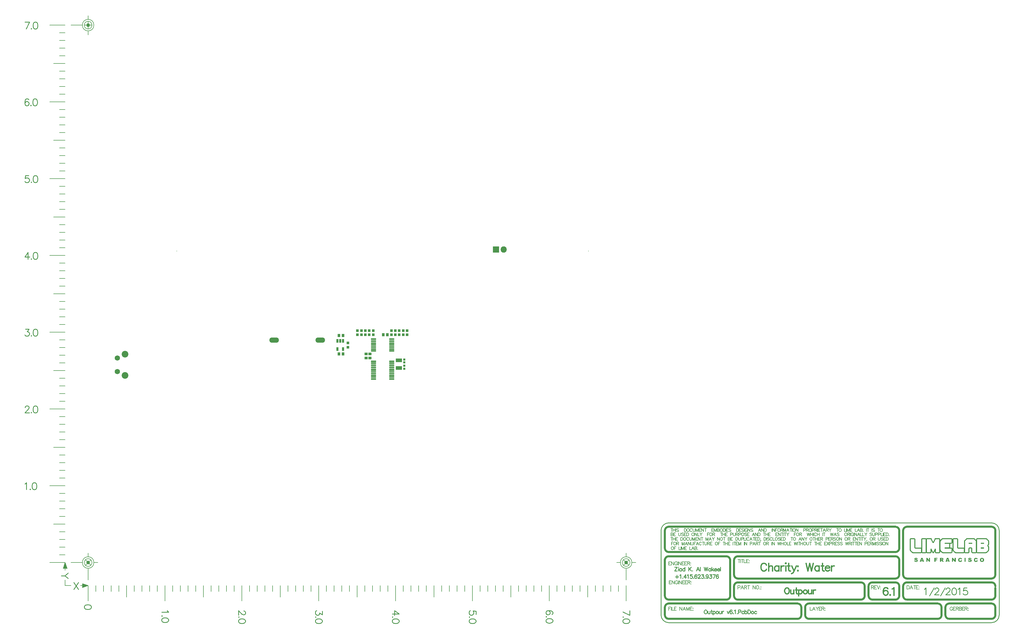
<source format=gts>
%FSLAX44Y44*%
%MOMM*%
G71*
G01*
G75*
G04 Layer_Color=8388736*
%ADD10R,0.6000X0.5000*%
%ADD11R,1.9000X1.1000*%
%ADD12R,9.0000X5.3000*%
%ADD13R,1.5240X0.3302*%
%ADD14O,1.5240X0.3302*%
%ADD15R,0.7620X0.7620*%
%ADD16R,0.8100X0.7620*%
%ADD17R,0.7620X0.8100*%
%ADD18R,0.6000X1.0500*%
%ADD19C,0.2540*%
%ADD20C,0.3810*%
%ADD21C,0.3500*%
%ADD22C,0.2500*%
%ADD23C,0.6000*%
%ADD24C,0.3000*%
%ADD25C,0.5000*%
%ADD26C,0.2286*%
%ADD27C,0.3000*%
%ADD28C,0.2032*%
%ADD29C,0.6350*%
%ADD30C,0.1270*%
%ADD31O,1.8000X1.9000*%
%ADD32R,1.8000X1.9000*%
%ADD33C,1.5240*%
%ADD34C,2.0000*%
%ADD35O,3.0000X1.5000*%
%ADD36C,0.9000*%
%ADD37C,1.2700*%
%ADD38C,0.8890*%
%ADD39C,1.2000*%
%ADD40C,0.3302*%
%ADD41C,0.8000*%
G04:AMPARAMS|DCode=42|XSize=19.5mm|YSize=0.75mm|CornerRadius=0.1875mm|HoleSize=0mm|Usage=FLASHONLY|Rotation=180.000|XOffset=0mm|YOffset=0mm|HoleType=Round|Shape=RoundedRectangle|*
%AMROUNDEDRECTD42*
21,1,19.5000,0.3750,0,0,180.0*
21,1,19.1250,0.7500,0,0,180.0*
1,1,0.3750,-9.5625,0.1875*
1,1,0.3750,9.5625,0.1875*
1,1,0.3750,9.5625,-0.1875*
1,1,0.3750,-9.5625,-0.1875*
%
%ADD42ROUNDEDRECTD42*%
G04:AMPARAMS|DCode=43|XSize=6.5mm|YSize=0.75mm|CornerRadius=0.1875mm|HoleSize=0mm|Usage=FLASHONLY|Rotation=90.000|XOffset=0mm|YOffset=0mm|HoleType=Round|Shape=RoundedRectangle|*
%AMROUNDEDRECTD43*
21,1,6.5000,0.3750,0,0,90.0*
21,1,6.1250,0.7500,0,0,90.0*
1,1,0.3750,0.1875,3.0625*
1,1,0.3750,0.1875,-3.0625*
1,1,0.3750,-0.1875,-3.0625*
1,1,0.3750,-0.1875,3.0625*
%
%ADD43ROUNDEDRECTD43*%
G04:AMPARAMS|DCode=44|XSize=2mm|YSize=0.75mm|CornerRadius=0.1875mm|HoleSize=0mm|Usage=FLASHONLY|Rotation=270.000|XOffset=0mm|YOffset=0mm|HoleType=Round|Shape=RoundedRectangle|*
%AMROUNDEDRECTD44*
21,1,2.0000,0.3750,0,0,270.0*
21,1,1.6250,0.7500,0,0,270.0*
1,1,0.3750,-0.1875,-0.8125*
1,1,0.3750,-0.1875,0.8125*
1,1,0.3750,0.1875,0.8125*
1,1,0.3750,0.1875,-0.8125*
%
%ADD44ROUNDEDRECTD44*%
G04:AMPARAMS|DCode=45|XSize=3.8mm|YSize=0.75mm|CornerRadius=0.1875mm|HoleSize=0mm|Usage=FLASHONLY|Rotation=270.000|XOffset=0mm|YOffset=0mm|HoleType=Round|Shape=RoundedRectangle|*
%AMROUNDEDRECTD45*
21,1,3.8000,0.3750,0,0,270.0*
21,1,3.4250,0.7500,0,0,270.0*
1,1,0.3750,-0.1875,-1.7125*
1,1,0.3750,-0.1875,1.7125*
1,1,0.3750,0.1875,1.7125*
1,1,0.3750,0.1875,-1.7125*
%
%ADD45ROUNDEDRECTD45*%
G04:AMPARAMS|DCode=46|XSize=6.3mm|YSize=0.75mm|CornerRadius=0.1875mm|HoleSize=0mm|Usage=FLASHONLY|Rotation=90.000|XOffset=0mm|YOffset=0mm|HoleType=Round|Shape=RoundedRectangle|*
%AMROUNDEDRECTD46*
21,1,6.3000,0.3750,0,0,90.0*
21,1,5.9250,0.7500,0,0,90.0*
1,1,0.3750,0.1875,2.9625*
1,1,0.3750,0.1875,-2.9625*
1,1,0.3750,-0.1875,-2.9625*
1,1,0.3750,-0.1875,2.9625*
%
%ADD46ROUNDEDRECTD46*%
%ADD47R,0.7620X0.7620*%
%ADD48R,1.7780X1.7780*%
%ADD49R,7.6000X2.1500*%
%ADD50R,0.5000X0.6000*%
%ADD51R,0.5000X0.5000*%
%ADD52R,0.5250X1.0000*%
%ADD53R,1.0000X1.0000*%
%ADD54R,5.2000X4.0000*%
%ADD55R,1.8000X1.0000*%
%ADD56R,1.8000X1.5000*%
%ADD57R,1.2700X0.9144*%
%ADD58R,0.9144X0.9144*%
%ADD59R,0.9800X3.4000*%
%ADD60R,0.7000X1.4000*%
%ADD61R,1.4000X0.7000*%
%ADD62R,5.0800X5.0800*%
%ADD63R,3.9600X3.9600*%
%ADD64R,1.5500X2.7000*%
%ADD65R,1.6000X0.6000*%
%ADD66R,0.6000X1.6000*%
%ADD67O,0.6000X0.2400*%
%ADD68R,1.5800X2.8500*%
%ADD69R,0.2000X0.7750*%
G04:AMPARAMS|DCode=70|XSize=1.3mm|YSize=0.45mm|CornerRadius=0mm|HoleSize=0mm|Usage=FLASHONLY|Rotation=123.000|XOffset=0mm|YOffset=0mm|HoleType=Round|Shape=Rectangle|*
%AMROTATEDRECTD70*
4,1,4,0.5427,-0.4226,0.1653,-0.6677,-0.5427,0.4226,-0.1653,0.6677,0.5427,-0.4226,0.0*
%
%ADD70ROTATEDRECTD70*%

G04:AMPARAMS|DCode=71|XSize=1.15mm|YSize=0.65mm|CornerRadius=0mm|HoleSize=0mm|Usage=FLASHONLY|Rotation=123.000|XOffset=0mm|YOffset=0mm|HoleType=Round|Shape=Rectangle|*
%AMROTATEDRECTD71*
4,1,4,0.5857,-0.3052,0.0406,-0.6592,-0.5857,0.3052,-0.0406,0.6592,0.5857,-0.3052,0.0*
%
%ADD71ROTATEDRECTD71*%

G04:AMPARAMS|DCode=72|XSize=1.7mm|YSize=1.4mm|CornerRadius=0mm|HoleSize=0mm|Usage=FLASHONLY|Rotation=123.000|XOffset=0mm|YOffset=0mm|HoleType=Round|Shape=Rectangle|*
%AMROTATEDRECTD72*
4,1,4,1.0500,-0.3316,-0.1241,-1.0941,-1.0500,0.3316,0.1241,1.0941,1.0500,-0.3316,0.0*
%
%ADD72ROTATEDRECTD72*%

G04:AMPARAMS|DCode=73|XSize=0.8mm|YSize=0.54mm|CornerRadius=0mm|HoleSize=0mm|Usage=FLASHONLY|Rotation=123.000|XOffset=0mm|YOffset=0mm|HoleType=Round|Shape=Rectangle|*
%AMROTATEDRECTD73*
4,1,4,0.4443,-0.1884,-0.0086,-0.4825,-0.4443,0.1884,0.0086,0.4825,0.4443,-0.1884,0.0*
%
%ADD73ROTATEDRECTD73*%

%ADD74R,1.2700X3.1750*%
%ADD75R,0.4000X0.7000*%
%ADD76C,0.2400*%
%ADD77C,0.3048*%
%ADD78C,0.2794*%
%ADD79C,1.5000*%
%ADD80C,0.2000*%
%ADD81C,0.1778*%
%ADD82C,0.1524*%
%ADD83C,0.5080*%
%ADD84R,0.8032X0.7032*%
%ADD85R,2.1032X1.3032*%
%ADD86R,1.7272X0.5334*%
%ADD87O,1.7272X0.5334*%
%ADD88R,0.9652X0.9652*%
%ADD89R,1.0132X0.9652*%
%ADD90R,0.9652X1.0132*%
%ADD91R,0.8032X1.2532*%
%ADD92O,2.0032X2.1032*%
%ADD93R,2.0032X2.1032*%
%ADD94C,1.7272*%
%ADD95C,2.2032*%
%ADD96C,0.2032*%
%ADD97O,3.2032X1.7032*%
G36*
X1833646Y-74963D02*
X1827795D01*
Y-77187D01*
X1832800D01*
Y-79799D01*
X1827795D01*
Y-85070D01*
X1823781D01*
Y-72182D01*
X1833646D01*
Y-74963D01*
D02*
G37*
G36*
X1789541Y-85070D02*
X1785357D01*
X1784704Y-82942D01*
X1780207D01*
X1779554Y-85070D01*
X1775492D01*
X1780304Y-72182D01*
X1784680D01*
X1789541Y-85070D01*
D02*
G37*
G36*
X1809151D02*
X1805403D01*
X1800567Y-77985D01*
Y-85070D01*
X1796819D01*
Y-72182D01*
X1800519D01*
X1805403Y-79339D01*
Y-72182D01*
X1809151D01*
Y-85070D01*
D02*
G37*
G36*
X1874536D02*
X1870353D01*
X1869700Y-82942D01*
X1865202D01*
X1864550Y-85070D01*
X1860487D01*
X1865299Y-72182D01*
X1869676D01*
X1874536Y-85070D01*
D02*
G37*
G36*
X1926912D02*
X1922922D01*
Y-72182D01*
X1926912D01*
Y-85070D01*
D02*
G37*
G36*
X1849098Y-72206D02*
X1849509Y-72230D01*
X1849969Y-72254D01*
X1850428Y-72327D01*
X1850887Y-72399D01*
X1851274Y-72520D01*
X1851323Y-72544D01*
X1851443Y-72593D01*
X1851613Y-72665D01*
X1851855Y-72786D01*
X1852096Y-72956D01*
X1852362Y-73149D01*
X1852628Y-73415D01*
X1852870Y-73705D01*
X1852894Y-73753D01*
X1852967Y-73850D01*
X1853064Y-74044D01*
X1853185Y-74285D01*
X1853281Y-74576D01*
X1853378Y-74938D01*
X1853450Y-75349D01*
X1853475Y-75785D01*
Y-75833D01*
Y-75954D01*
X1853450Y-76172D01*
X1853426Y-76413D01*
X1853354Y-76704D01*
X1853281Y-77018D01*
X1853160Y-77332D01*
X1853015Y-77622D01*
X1852991Y-77647D01*
X1852943Y-77743D01*
X1852822Y-77888D01*
X1852677Y-78058D01*
X1852507Y-78275D01*
X1852290Y-78469D01*
X1852048Y-78686D01*
X1851758Y-78880D01*
X1851734Y-78904D01*
X1851661Y-78928D01*
X1851540Y-79001D01*
X1851395Y-79073D01*
X1851202Y-79146D01*
X1850960Y-79243D01*
X1850670Y-79315D01*
X1850355Y-79412D01*
X1850380D01*
X1850476Y-79460D01*
X1850597Y-79484D01*
X1850742Y-79557D01*
X1851081Y-79702D01*
X1851250Y-79775D01*
X1851395Y-79871D01*
X1851443Y-79896D01*
X1851492Y-79944D01*
X1851564Y-80016D01*
X1851637Y-80113D01*
X1851758Y-80234D01*
X1851879Y-80379D01*
X1852024Y-80573D01*
X1852048Y-80597D01*
X1852096Y-80645D01*
X1852169Y-80742D01*
X1852242Y-80863D01*
X1852435Y-81104D01*
X1852507Y-81225D01*
X1852580Y-81346D01*
X1854514Y-85070D01*
X1849993D01*
X1847889Y-81153D01*
X1847865Y-81129D01*
X1847816Y-81032D01*
X1847744Y-80887D01*
X1847647Y-80742D01*
X1847405Y-80403D01*
X1847284Y-80258D01*
X1847164Y-80162D01*
X1847139Y-80137D01*
X1847091Y-80113D01*
X1846994Y-80065D01*
X1846873Y-79992D01*
X1846728Y-79944D01*
X1846583Y-79896D01*
X1846390Y-79871D01*
X1846196Y-79847D01*
X1845858D01*
Y-85070D01*
X1841844D01*
Y-72182D01*
X1848929D01*
X1849098Y-72206D01*
D02*
G37*
G36*
X1961224Y-71988D02*
X1961418D01*
X1961660Y-72013D01*
X1961926Y-72037D01*
X1962216Y-72085D01*
X1962820Y-72206D01*
X1963449Y-72375D01*
X1964078Y-72617D01*
X1964368Y-72786D01*
X1964634Y-72956D01*
X1964658D01*
X1964706Y-73004D01*
X1964779Y-73052D01*
X1964876Y-73149D01*
X1965117Y-73367D01*
X1965432Y-73705D01*
X1965770Y-74140D01*
X1966109Y-74648D01*
X1966278Y-74938D01*
X1966447Y-75253D01*
X1966593Y-75616D01*
X1966738Y-75978D01*
X1963207Y-76752D01*
Y-76728D01*
X1963183Y-76655D01*
X1963135Y-76558D01*
X1963086Y-76438D01*
X1962965Y-76147D01*
X1962893Y-76027D01*
X1962820Y-75906D01*
X1962796Y-75882D01*
X1962772Y-75833D01*
X1962699Y-75736D01*
X1962603Y-75640D01*
X1962337Y-75422D01*
X1961998Y-75204D01*
X1961974Y-75180D01*
X1961926Y-75156D01*
X1961805Y-75108D01*
X1961684Y-75059D01*
X1961514Y-75011D01*
X1961345Y-74987D01*
X1961128Y-74938D01*
X1960789D01*
X1960692Y-74963D01*
X1960451Y-74987D01*
X1960136Y-75083D01*
X1959798Y-75204D01*
X1959459Y-75398D01*
X1959121Y-75664D01*
X1958976Y-75833D01*
X1958830Y-76027D01*
X1958806Y-76075D01*
X1958758Y-76172D01*
X1958661Y-76365D01*
X1958564Y-76655D01*
X1958468Y-77018D01*
X1958371Y-77453D01*
X1958323Y-77961D01*
X1958298Y-78566D01*
Y-78590D01*
Y-78662D01*
Y-78759D01*
Y-78904D01*
X1958323Y-79097D01*
Y-79291D01*
X1958371Y-79750D01*
X1958468Y-80234D01*
X1958564Y-80718D01*
X1958734Y-81153D01*
X1958830Y-81346D01*
X1958951Y-81516D01*
X1958976Y-81540D01*
X1959072Y-81636D01*
X1959217Y-81757D01*
X1959435Y-81903D01*
X1959677Y-82048D01*
X1959991Y-82169D01*
X1960354Y-82265D01*
X1960765Y-82289D01*
X1960958D01*
X1961152Y-82265D01*
X1961418Y-82217D01*
X1961708Y-82144D01*
X1961998Y-82023D01*
X1962264Y-81878D01*
X1962506Y-81661D01*
X1962530Y-81636D01*
X1962603Y-81540D01*
X1962724Y-81395D01*
X1962845Y-81201D01*
X1962990Y-80935D01*
X1963135Y-80621D01*
X1963255Y-80234D01*
X1963376Y-79799D01*
X1966859Y-80863D01*
Y-80887D01*
X1966834Y-80935D01*
X1966810Y-81008D01*
X1966786Y-81104D01*
X1966713Y-81370D01*
X1966593Y-81733D01*
X1966423Y-82120D01*
X1966230Y-82531D01*
X1965988Y-82942D01*
X1965722Y-83329D01*
X1965698Y-83378D01*
X1965577Y-83498D01*
X1965432Y-83668D01*
X1965214Y-83885D01*
X1964948Y-84103D01*
X1964610Y-84369D01*
X1964271Y-84586D01*
X1963860Y-84804D01*
X1963836D01*
X1963812Y-84828D01*
X1963739Y-84853D01*
X1963667Y-84877D01*
X1963425Y-84949D01*
X1963086Y-85046D01*
X1962675Y-85143D01*
X1962192Y-85215D01*
X1961635Y-85264D01*
X1961007Y-85288D01*
X1960668D01*
X1960475Y-85264D01*
X1960281D01*
X1959798Y-85215D01*
X1959241Y-85143D01*
X1958661Y-85022D01*
X1958105Y-84877D01*
X1957573Y-84683D01*
X1957549D01*
X1957525Y-84659D01*
X1957452Y-84611D01*
X1957355Y-84562D01*
X1957114Y-84417D01*
X1956799Y-84200D01*
X1956436Y-83885D01*
X1956050Y-83523D01*
X1955663Y-83087D01*
X1955276Y-82555D01*
Y-82531D01*
X1955228Y-82483D01*
X1955179Y-82386D01*
X1955131Y-82265D01*
X1955058Y-82120D01*
X1954962Y-81927D01*
X1954889Y-81733D01*
X1954792Y-81491D01*
X1954695Y-81201D01*
X1954623Y-80911D01*
X1954526Y-80597D01*
X1954454Y-80234D01*
X1954357Y-79460D01*
X1954309Y-78614D01*
Y-78566D01*
Y-78469D01*
Y-78299D01*
X1954333Y-78082D01*
X1954357Y-77816D01*
X1954405Y-77502D01*
X1954454Y-77163D01*
X1954526Y-76800D01*
X1954599Y-76413D01*
X1954720Y-76002D01*
X1954865Y-75616D01*
X1955034Y-75204D01*
X1955228Y-74793D01*
X1955445Y-74406D01*
X1955711Y-74044D01*
X1956001Y-73705D01*
X1956026Y-73681D01*
X1956074Y-73633D01*
X1956171Y-73536D01*
X1956316Y-73439D01*
X1956485Y-73294D01*
X1956703Y-73149D01*
X1956944Y-73004D01*
X1957234Y-72835D01*
X1957573Y-72665D01*
X1957912Y-72520D01*
X1958323Y-72375D01*
X1958758Y-72230D01*
X1959217Y-72133D01*
X1959701Y-72037D01*
X1960257Y-71988D01*
X1960813Y-71964D01*
X1961055D01*
X1961224Y-71988D01*
D02*
G37*
G36*
X1763450D02*
X1763667D01*
X1763885Y-72013D01*
X1764151Y-72037D01*
X1764441Y-72085D01*
X1765045Y-72182D01*
X1765674Y-72351D01*
X1766279Y-72569D01*
X1766569Y-72714D01*
X1766811Y-72883D01*
X1766835D01*
X1766859Y-72931D01*
X1767028Y-73052D01*
X1767246Y-73270D01*
X1767488Y-73584D01*
X1767778Y-73995D01*
X1767899Y-74237D01*
X1768020Y-74503D01*
X1768141Y-74793D01*
X1768237Y-75108D01*
X1768310Y-75446D01*
X1768383Y-75809D01*
X1764634Y-76027D01*
Y-75978D01*
X1764610Y-75882D01*
X1764562Y-75736D01*
X1764489Y-75543D01*
X1764393Y-75325D01*
X1764296Y-75132D01*
X1764151Y-74938D01*
X1763982Y-74769D01*
X1763957Y-74745D01*
X1763885Y-74697D01*
X1763788Y-74648D01*
X1763643Y-74552D01*
X1763450Y-74479D01*
X1763208Y-74431D01*
X1762942Y-74382D01*
X1762652Y-74358D01*
X1762531D01*
X1762410Y-74382D01*
X1762265Y-74406D01*
X1761902Y-74479D01*
X1761733Y-74576D01*
X1761588Y-74672D01*
X1761564Y-74697D01*
X1761539Y-74721D01*
X1761418Y-74866D01*
X1761297Y-75083D01*
X1761273Y-75229D01*
X1761249Y-75374D01*
Y-75398D01*
Y-75422D01*
X1761297Y-75567D01*
X1761370Y-75736D01*
X1761443Y-75833D01*
X1761539Y-75930D01*
X1761564D01*
X1761612Y-75978D01*
X1761684Y-76027D01*
X1761805Y-76099D01*
X1761999Y-76172D01*
X1762216Y-76244D01*
X1762507Y-76341D01*
X1762869Y-76413D01*
X1762893D01*
X1762990Y-76438D01*
X1763111Y-76462D01*
X1763304Y-76510D01*
X1763522Y-76558D01*
X1763764Y-76631D01*
X1764030Y-76679D01*
X1764320Y-76752D01*
X1764925Y-76945D01*
X1765553Y-77115D01*
X1766134Y-77332D01*
X1766400Y-77429D01*
X1766617Y-77550D01*
X1766642D01*
X1766666Y-77574D01*
X1766811Y-77647D01*
X1767004Y-77768D01*
X1767246Y-77937D01*
X1767512Y-78155D01*
X1767802Y-78396D01*
X1768044Y-78662D01*
X1768262Y-78977D01*
X1768286Y-79025D01*
X1768334Y-79122D01*
X1768431Y-79291D01*
X1768528Y-79533D01*
X1768624Y-79823D01*
X1768721Y-80137D01*
X1768769Y-80500D01*
X1768793Y-80887D01*
Y-80911D01*
Y-80935D01*
Y-81008D01*
Y-81104D01*
X1768769Y-81322D01*
X1768697Y-81636D01*
X1768624Y-81999D01*
X1768503Y-82386D01*
X1768334Y-82773D01*
X1768092Y-83184D01*
X1768068Y-83232D01*
X1767971Y-83353D01*
X1767802Y-83547D01*
X1767609Y-83764D01*
X1767319Y-84030D01*
X1767004Y-84296D01*
X1766617Y-84538D01*
X1766182Y-84756D01*
X1766158D01*
X1766134Y-84780D01*
X1766061Y-84804D01*
X1765964Y-84828D01*
X1765844Y-84877D01*
X1765698Y-84925D01*
X1765336Y-85022D01*
X1764876Y-85119D01*
X1764344Y-85215D01*
X1763740Y-85264D01*
X1763063Y-85288D01*
X1762748D01*
X1762531Y-85264D01*
X1762265Y-85239D01*
X1761950Y-85215D01*
X1761612Y-85191D01*
X1761249Y-85119D01*
X1760500Y-84973D01*
X1759750Y-84756D01*
X1759387Y-84611D01*
X1759049Y-84441D01*
X1758759Y-84248D01*
X1758492Y-84030D01*
X1758468Y-84006D01*
X1758444Y-83982D01*
X1758372Y-83910D01*
X1758299Y-83813D01*
X1758202Y-83668D01*
X1758081Y-83523D01*
X1757961Y-83353D01*
X1757840Y-83160D01*
X1757598Y-82700D01*
X1757380Y-82144D01*
X1757187Y-81516D01*
X1757138Y-81177D01*
X1757090Y-80814D01*
X1760886Y-80573D01*
Y-80621D01*
X1760911Y-80718D01*
X1760935Y-80887D01*
X1760983Y-81080D01*
X1761152Y-81540D01*
X1761249Y-81782D01*
X1761370Y-81975D01*
X1761394Y-81999D01*
X1761491Y-82096D01*
X1761636Y-82217D01*
X1761830Y-82362D01*
X1762071Y-82507D01*
X1762386Y-82628D01*
X1762724Y-82725D01*
X1763135Y-82749D01*
X1763280D01*
X1763425Y-82725D01*
X1763619Y-82700D01*
X1763837Y-82652D01*
X1764054Y-82579D01*
X1764248Y-82483D01*
X1764441Y-82362D01*
X1764465Y-82338D01*
X1764514Y-82289D01*
X1764586Y-82193D01*
X1764683Y-82096D01*
X1764852Y-81806D01*
X1764900Y-81636D01*
X1764925Y-81443D01*
Y-81419D01*
Y-81346D01*
X1764900Y-81250D01*
X1764876Y-81129D01*
X1764804Y-81008D01*
X1764731Y-80838D01*
X1764610Y-80693D01*
X1764465Y-80548D01*
X1764441Y-80524D01*
X1764368Y-80476D01*
X1764248Y-80403D01*
X1764054Y-80307D01*
X1763788Y-80186D01*
X1763425Y-80065D01*
X1763208Y-79992D01*
X1762990Y-79920D01*
X1762724Y-79871D01*
X1762434Y-79799D01*
X1762410D01*
X1762313Y-79775D01*
X1762192Y-79726D01*
X1761999Y-79678D01*
X1761781Y-79630D01*
X1761539Y-79557D01*
X1761273Y-79460D01*
X1760983Y-79363D01*
X1760354Y-79146D01*
X1759750Y-78880D01*
X1759170Y-78566D01*
X1758904Y-78396D01*
X1758686Y-78227D01*
X1758638Y-78179D01*
X1758517Y-78058D01*
X1758323Y-77840D01*
X1758130Y-77550D01*
X1757936Y-77187D01*
X1757743Y-76776D01*
X1757622Y-76268D01*
X1757598Y-76027D01*
X1757574Y-75736D01*
Y-75688D01*
Y-75567D01*
X1757598Y-75374D01*
X1757646Y-75132D01*
X1757719Y-74842D01*
X1757816Y-74527D01*
X1757936Y-74213D01*
X1758130Y-73875D01*
X1758154Y-73826D01*
X1758251Y-73729D01*
X1758372Y-73560D01*
X1758565Y-73367D01*
X1758807Y-73149D01*
X1759121Y-72907D01*
X1759460Y-72665D01*
X1759871Y-72472D01*
X1759895D01*
X1759919Y-72448D01*
X1759992Y-72424D01*
X1760089Y-72399D01*
X1760209Y-72351D01*
X1760354Y-72303D01*
X1760524Y-72254D01*
X1760693Y-72206D01*
X1761152Y-72133D01*
X1761709Y-72037D01*
X1762337Y-71988D01*
X1763038Y-71964D01*
X1763280D01*
X1763450Y-71988D01*
D02*
G37*
G36*
X1941445D02*
X1941662D01*
X1941880Y-72013D01*
X1942146Y-72037D01*
X1942436Y-72085D01*
X1943040Y-72182D01*
X1943669Y-72351D01*
X1944274Y-72569D01*
X1944564Y-72714D01*
X1944806Y-72883D01*
X1944830D01*
X1944854Y-72931D01*
X1945023Y-73052D01*
X1945241Y-73270D01*
X1945483Y-73584D01*
X1945773Y-73995D01*
X1945894Y-74237D01*
X1946015Y-74503D01*
X1946136Y-74793D01*
X1946232Y-75108D01*
X1946305Y-75446D01*
X1946377Y-75809D01*
X1942629Y-76027D01*
Y-75978D01*
X1942605Y-75882D01*
X1942557Y-75736D01*
X1942484Y-75543D01*
X1942388Y-75325D01*
X1942291Y-75132D01*
X1942146Y-74938D01*
X1941976Y-74769D01*
X1941952Y-74745D01*
X1941880Y-74697D01*
X1941783Y-74648D01*
X1941638Y-74552D01*
X1941445Y-74479D01*
X1941203Y-74431D01*
X1940937Y-74382D01*
X1940647Y-74358D01*
X1940526D01*
X1940405Y-74382D01*
X1940260Y-74406D01*
X1939897Y-74479D01*
X1939728Y-74576D01*
X1939583Y-74672D01*
X1939558Y-74697D01*
X1939534Y-74721D01*
X1939413Y-74866D01*
X1939292Y-75083D01*
X1939268Y-75229D01*
X1939244Y-75374D01*
Y-75398D01*
Y-75422D01*
X1939292Y-75567D01*
X1939365Y-75736D01*
X1939437Y-75833D01*
X1939534Y-75930D01*
X1939558D01*
X1939607Y-75978D01*
X1939679Y-76027D01*
X1939800Y-76099D01*
X1939994Y-76172D01*
X1940211Y-76244D01*
X1940501Y-76341D01*
X1940864Y-76413D01*
X1940888D01*
X1940985Y-76438D01*
X1941106Y-76462D01*
X1941299Y-76510D01*
X1941517Y-76558D01*
X1941759Y-76631D01*
X1942025Y-76679D01*
X1942315Y-76752D01*
X1942919Y-76945D01*
X1943548Y-77115D01*
X1944129Y-77332D01*
X1944395Y-77429D01*
X1944612Y-77550D01*
X1944636D01*
X1944660Y-77574D01*
X1944806Y-77647D01*
X1944999Y-77768D01*
X1945241Y-77937D01*
X1945507Y-78155D01*
X1945797Y-78396D01*
X1946039Y-78662D01*
X1946256Y-78977D01*
X1946281Y-79025D01*
X1946329Y-79122D01*
X1946426Y-79291D01*
X1946522Y-79533D01*
X1946619Y-79823D01*
X1946716Y-80137D01*
X1946764Y-80500D01*
X1946788Y-80887D01*
Y-80911D01*
Y-80935D01*
Y-81008D01*
Y-81104D01*
X1946764Y-81322D01*
X1946692Y-81636D01*
X1946619Y-81999D01*
X1946498Y-82386D01*
X1946329Y-82773D01*
X1946087Y-83184D01*
X1946063Y-83232D01*
X1945966Y-83353D01*
X1945797Y-83547D01*
X1945604Y-83764D01*
X1945313Y-84030D01*
X1944999Y-84296D01*
X1944612Y-84538D01*
X1944177Y-84756D01*
X1944153D01*
X1944129Y-84780D01*
X1944056Y-84804D01*
X1943959Y-84828D01*
X1943838Y-84877D01*
X1943693Y-84925D01*
X1943331Y-85022D01*
X1942871Y-85119D01*
X1942339Y-85215D01*
X1941735Y-85264D01*
X1941058Y-85288D01*
X1940743D01*
X1940526Y-85264D01*
X1940260Y-85239D01*
X1939945Y-85215D01*
X1939607Y-85191D01*
X1939244Y-85119D01*
X1938494Y-84973D01*
X1937745Y-84756D01*
X1937382Y-84611D01*
X1937043Y-84441D01*
X1936753Y-84248D01*
X1936487Y-84030D01*
X1936463Y-84006D01*
X1936439Y-83982D01*
X1936366Y-83910D01*
X1936294Y-83813D01*
X1936197Y-83668D01*
X1936076Y-83523D01*
X1935955Y-83353D01*
X1935835Y-83160D01*
X1935593Y-82700D01*
X1935375Y-82144D01*
X1935182Y-81516D01*
X1935133Y-81177D01*
X1935085Y-80814D01*
X1938881Y-80573D01*
Y-80621D01*
X1938905Y-80718D01*
X1938930Y-80887D01*
X1938978Y-81080D01*
X1939147Y-81540D01*
X1939244Y-81782D01*
X1939365Y-81975D01*
X1939389Y-81999D01*
X1939486Y-82096D01*
X1939631Y-82217D01*
X1939824Y-82362D01*
X1940066Y-82507D01*
X1940381Y-82628D01*
X1940719Y-82725D01*
X1941130Y-82749D01*
X1941275D01*
X1941420Y-82725D01*
X1941614Y-82700D01*
X1941831Y-82652D01*
X1942049Y-82579D01*
X1942242Y-82483D01*
X1942436Y-82362D01*
X1942460Y-82338D01*
X1942508Y-82289D01*
X1942581Y-82193D01*
X1942678Y-82096D01*
X1942847Y-81806D01*
X1942895Y-81636D01*
X1942919Y-81443D01*
Y-81419D01*
Y-81346D01*
X1942895Y-81250D01*
X1942871Y-81129D01*
X1942799Y-81008D01*
X1942726Y-80838D01*
X1942605Y-80693D01*
X1942460Y-80548D01*
X1942436Y-80524D01*
X1942363Y-80476D01*
X1942242Y-80403D01*
X1942049Y-80307D01*
X1941783Y-80186D01*
X1941420Y-80065D01*
X1941203Y-79992D01*
X1940985Y-79920D01*
X1940719Y-79871D01*
X1940429Y-79799D01*
X1940405D01*
X1940308Y-79775D01*
X1940187Y-79726D01*
X1939994Y-79678D01*
X1939776Y-79630D01*
X1939534Y-79557D01*
X1939268Y-79460D01*
X1938978Y-79363D01*
X1938349Y-79146D01*
X1937745Y-78880D01*
X1937164Y-78566D01*
X1936898Y-78396D01*
X1936681Y-78227D01*
X1936633Y-78179D01*
X1936512Y-78058D01*
X1936318Y-77840D01*
X1936125Y-77550D01*
X1935931Y-77187D01*
X1935738Y-76776D01*
X1935617Y-76268D01*
X1935593Y-76027D01*
X1935569Y-75736D01*
Y-75688D01*
Y-75567D01*
X1935593Y-75374D01*
X1935641Y-75132D01*
X1935714Y-74842D01*
X1935810Y-74527D01*
X1935931Y-74213D01*
X1936125Y-73875D01*
X1936149Y-73826D01*
X1936246Y-73729D01*
X1936366Y-73560D01*
X1936560Y-73367D01*
X1936802Y-73149D01*
X1937116Y-72907D01*
X1937455Y-72665D01*
X1937866Y-72472D01*
X1937890D01*
X1937914Y-72448D01*
X1937987Y-72424D01*
X1938083Y-72399D01*
X1938204Y-72351D01*
X1938349Y-72303D01*
X1938519Y-72254D01*
X1938688Y-72206D01*
X1939147Y-72133D01*
X1939703Y-72037D01*
X1940332Y-71988D01*
X1941033Y-71964D01*
X1941275D01*
X1941445Y-71988D01*
D02*
G37*
G36*
X1894147Y-85070D02*
X1890399D01*
X1885563Y-77985D01*
Y-85070D01*
X1881815D01*
Y-72182D01*
X1885514D01*
X1890399Y-79339D01*
Y-72182D01*
X1894147D01*
Y-85070D01*
D02*
G37*
G36*
X1981464Y-71988D02*
X1981730Y-72013D01*
X1982044Y-72061D01*
X1982383Y-72109D01*
X1982769Y-72182D01*
X1983156Y-72278D01*
X1983567Y-72399D01*
X1983978Y-72520D01*
X1984390Y-72690D01*
X1984776Y-72907D01*
X1985188Y-73125D01*
X1985550Y-73391D01*
X1985889Y-73705D01*
X1985913Y-73729D01*
X1985961Y-73778D01*
X1986058Y-73875D01*
X1986155Y-74019D01*
X1986300Y-74189D01*
X1986445Y-74406D01*
X1986614Y-74672D01*
X1986783Y-74963D01*
X1986929Y-75277D01*
X1987098Y-75640D01*
X1987243Y-76027D01*
X1987388Y-76462D01*
X1987485Y-76945D01*
X1987581Y-77429D01*
X1987630Y-77961D01*
X1987654Y-78541D01*
Y-78566D01*
Y-78638D01*
Y-78759D01*
Y-78904D01*
X1987630Y-79097D01*
X1987606Y-79339D01*
X1987581Y-79581D01*
X1987557Y-79847D01*
X1987460Y-80427D01*
X1987340Y-81056D01*
X1987146Y-81661D01*
X1986880Y-82241D01*
Y-82265D01*
X1986856Y-82314D01*
X1986808Y-82386D01*
X1986735Y-82483D01*
X1986566Y-82749D01*
X1986324Y-83063D01*
X1986010Y-83426D01*
X1985647Y-83813D01*
X1985188Y-84151D01*
X1984680Y-84490D01*
X1984655D01*
X1984607Y-84514D01*
X1984535Y-84562D01*
X1984414Y-84611D01*
X1984269Y-84683D01*
X1984099Y-84732D01*
X1983906Y-84804D01*
X1983688Y-84877D01*
X1983447Y-84973D01*
X1983181Y-85046D01*
X1982552Y-85167D01*
X1981875Y-85264D01*
X1981101Y-85288D01*
X1980738D01*
X1980545Y-85264D01*
X1980327Y-85239D01*
X1980085D01*
X1979819Y-85191D01*
X1979239Y-85119D01*
X1978634Y-84998D01*
X1978030Y-84828D01*
X1977474Y-84611D01*
X1977450D01*
X1977401Y-84586D01*
X1977329Y-84538D01*
X1977232Y-84466D01*
X1976966Y-84321D01*
X1976652Y-84079D01*
X1976289Y-83764D01*
X1975902Y-83378D01*
X1975515Y-82942D01*
X1975152Y-82410D01*
Y-82386D01*
X1975104Y-82338D01*
X1975080Y-82265D01*
X1975007Y-82144D01*
X1974959Y-81999D01*
X1974886Y-81806D01*
X1974790Y-81612D01*
X1974717Y-81370D01*
X1974645Y-81104D01*
X1974548Y-80838D01*
X1974475Y-80524D01*
X1974427Y-80186D01*
X1974330Y-79460D01*
X1974282Y-78638D01*
Y-78590D01*
Y-78493D01*
X1974306Y-78324D01*
Y-78130D01*
X1974330Y-77864D01*
X1974379Y-77550D01*
X1974427Y-77211D01*
X1974500Y-76849D01*
X1974596Y-76462D01*
X1974717Y-76051D01*
X1974838Y-75640D01*
X1975007Y-75229D01*
X1975225Y-74842D01*
X1975443Y-74455D01*
X1975709Y-74068D01*
X1976023Y-73729D01*
X1976047Y-73705D01*
X1976095Y-73657D01*
X1976216Y-73560D01*
X1976337Y-73463D01*
X1976531Y-73318D01*
X1976748Y-73173D01*
X1977014Y-73004D01*
X1977305Y-72835D01*
X1977619Y-72690D01*
X1978006Y-72520D01*
X1978393Y-72375D01*
X1978828Y-72230D01*
X1979312Y-72133D01*
X1979819Y-72037D01*
X1980351Y-71988D01*
X1980932Y-71964D01*
X1981246D01*
X1981464Y-71988D01*
D02*
G37*
G36*
X1909211D02*
X1909405D01*
X1909647Y-72013D01*
X1909913Y-72037D01*
X1910203Y-72085D01*
X1910807Y-72206D01*
X1911436Y-72375D01*
X1912065Y-72617D01*
X1912355Y-72786D01*
X1912621Y-72956D01*
X1912645D01*
X1912693Y-73004D01*
X1912766Y-73052D01*
X1912863Y-73149D01*
X1913105Y-73367D01*
X1913419Y-73705D01*
X1913757Y-74140D01*
X1914096Y-74648D01*
X1914265Y-74938D01*
X1914435Y-75253D01*
X1914580Y-75616D01*
X1914725Y-75978D01*
X1911194Y-76752D01*
Y-76728D01*
X1911170Y-76655D01*
X1911122Y-76558D01*
X1911073Y-76438D01*
X1910952Y-76147D01*
X1910880Y-76027D01*
X1910807Y-75906D01*
X1910783Y-75882D01*
X1910759Y-75833D01*
X1910686Y-75736D01*
X1910590Y-75640D01*
X1910324Y-75422D01*
X1909985Y-75204D01*
X1909961Y-75180D01*
X1909913Y-75156D01*
X1909792Y-75108D01*
X1909671Y-75059D01*
X1909502Y-75011D01*
X1909332Y-74987D01*
X1909115Y-74938D01*
X1908776D01*
X1908680Y-74963D01*
X1908438Y-74987D01*
X1908123Y-75083D01*
X1907785Y-75204D01*
X1907446Y-75398D01*
X1907108Y-75664D01*
X1906963Y-75833D01*
X1906817Y-76027D01*
X1906793Y-76075D01*
X1906745Y-76172D01*
X1906648Y-76365D01*
X1906552Y-76655D01*
X1906455Y-77018D01*
X1906358Y-77453D01*
X1906310Y-77961D01*
X1906286Y-78566D01*
Y-78590D01*
Y-78662D01*
Y-78759D01*
Y-78904D01*
X1906310Y-79097D01*
Y-79291D01*
X1906358Y-79750D01*
X1906455Y-80234D01*
X1906552Y-80718D01*
X1906721Y-81153D01*
X1906817Y-81346D01*
X1906938Y-81516D01*
X1906963Y-81540D01*
X1907059Y-81636D01*
X1907204Y-81757D01*
X1907422Y-81903D01*
X1907664Y-82048D01*
X1907978Y-82169D01*
X1908341Y-82265D01*
X1908752Y-82289D01*
X1908945D01*
X1909139Y-82265D01*
X1909405Y-82217D01*
X1909695Y-82144D01*
X1909985Y-82023D01*
X1910251Y-81878D01*
X1910493Y-81661D01*
X1910517Y-81636D01*
X1910590Y-81540D01*
X1910711Y-81395D01*
X1910832Y-81201D01*
X1910977Y-80935D01*
X1911122Y-80621D01*
X1911243Y-80234D01*
X1911364Y-79799D01*
X1914846Y-80863D01*
Y-80887D01*
X1914821Y-80935D01*
X1914797Y-81008D01*
X1914773Y-81104D01*
X1914700Y-81370D01*
X1914580Y-81733D01*
X1914410Y-82120D01*
X1914217Y-82531D01*
X1913975Y-82942D01*
X1913709Y-83329D01*
X1913685Y-83378D01*
X1913564Y-83498D01*
X1913419Y-83668D01*
X1913201Y-83885D01*
X1912935Y-84103D01*
X1912597Y-84369D01*
X1912258Y-84586D01*
X1911847Y-84804D01*
X1911823D01*
X1911799Y-84828D01*
X1911726Y-84853D01*
X1911654Y-84877D01*
X1911412Y-84949D01*
X1911073Y-85046D01*
X1910662Y-85143D01*
X1910179Y-85215D01*
X1909622Y-85264D01*
X1908994Y-85288D01*
X1908655D01*
X1908462Y-85264D01*
X1908268D01*
X1907785Y-85215D01*
X1907229Y-85143D01*
X1906648Y-85022D01*
X1906092Y-84877D01*
X1905560Y-84683D01*
X1905536D01*
X1905512Y-84659D01*
X1905439Y-84611D01*
X1905343Y-84562D01*
X1905101Y-84417D01*
X1904786Y-84200D01*
X1904424Y-83885D01*
X1904037Y-83523D01*
X1903650Y-83087D01*
X1903263Y-82555D01*
Y-82531D01*
X1903215Y-82483D01*
X1903166Y-82386D01*
X1903118Y-82265D01*
X1903045Y-82120D01*
X1902949Y-81927D01*
X1902876Y-81733D01*
X1902779Y-81491D01*
X1902683Y-81201D01*
X1902610Y-80911D01*
X1902513Y-80597D01*
X1902441Y-80234D01*
X1902344Y-79460D01*
X1902296Y-78614D01*
Y-78566D01*
Y-78469D01*
Y-78299D01*
X1902320Y-78082D01*
X1902344Y-77816D01*
X1902392Y-77502D01*
X1902441Y-77163D01*
X1902513Y-76800D01*
X1902586Y-76413D01*
X1902707Y-76002D01*
X1902852Y-75616D01*
X1903021Y-75204D01*
X1903215Y-74793D01*
X1903432Y-74406D01*
X1903698Y-74044D01*
X1903988Y-73705D01*
X1904013Y-73681D01*
X1904061Y-73633D01*
X1904158Y-73536D01*
X1904303Y-73439D01*
X1904472Y-73294D01*
X1904690Y-73149D01*
X1904931Y-73004D01*
X1905222Y-72835D01*
X1905560Y-72665D01*
X1905899Y-72520D01*
X1906310Y-72375D01*
X1906745Y-72230D01*
X1907204Y-72133D01*
X1907688Y-72037D01*
X1908244Y-71988D01*
X1908800Y-71964D01*
X1909042D01*
X1909211Y-71988D01*
D02*
G37*
%LPC*%
G36*
X1867451Y-75543D02*
X1866049Y-80162D01*
X1868854D01*
X1867451Y-75543D01*
D02*
G37*
G36*
X1847575Y-74793D02*
X1845858D01*
Y-77405D01*
X1847647D01*
X1847744Y-77381D01*
X1847889Y-77357D01*
X1848082Y-77332D01*
X1848300Y-77284D01*
X1848566Y-77236D01*
X1848590D01*
X1848638Y-77211D01*
X1848784Y-77163D01*
X1849001Y-77042D01*
X1849195Y-76849D01*
X1849219Y-76824D01*
X1849243Y-76800D01*
X1849291Y-76728D01*
X1849340Y-76631D01*
X1849412Y-76389D01*
X1849461Y-76244D01*
Y-76099D01*
Y-76075D01*
Y-76002D01*
X1849436Y-75882D01*
X1849412Y-75736D01*
X1849364Y-75591D01*
X1849291Y-75422D01*
X1849195Y-75277D01*
X1849050Y-75132D01*
X1849025Y-75108D01*
X1848977Y-75083D01*
X1848880Y-75035D01*
X1848711Y-74963D01*
X1848518Y-74890D01*
X1848276Y-74842D01*
X1847961Y-74818D01*
X1847575Y-74793D01*
D02*
G37*
G36*
X1980932Y-74987D02*
X1980883D01*
X1980738Y-75011D01*
X1980521Y-75035D01*
X1980231Y-75083D01*
X1979940Y-75204D01*
X1979602Y-75349D01*
X1979287Y-75567D01*
X1978997Y-75857D01*
X1978973Y-75906D01*
X1978876Y-76027D01*
X1978780Y-76220D01*
X1978634Y-76534D01*
X1978514Y-76921D01*
X1978441Y-77139D01*
X1978393Y-77405D01*
X1978344Y-77671D01*
X1978296Y-77985D01*
X1978272Y-78299D01*
Y-78662D01*
Y-78686D01*
Y-78759D01*
Y-78856D01*
X1978296Y-78977D01*
Y-79146D01*
X1978320Y-79315D01*
X1978369Y-79750D01*
X1978441Y-80210D01*
X1978586Y-80669D01*
X1978755Y-81104D01*
X1978876Y-81298D01*
X1978997Y-81467D01*
X1979021Y-81491D01*
X1979142Y-81588D01*
X1979287Y-81733D01*
X1979505Y-81878D01*
X1979795Y-82048D01*
X1980134Y-82169D01*
X1980521Y-82265D01*
X1980956Y-82314D01*
X1981077D01*
X1981174Y-82289D01*
X1981391Y-82265D01*
X1981681Y-82217D01*
X1981996Y-82120D01*
X1982334Y-81975D01*
X1982648Y-81757D01*
X1982939Y-81491D01*
X1982963Y-81443D01*
X1983060Y-81322D01*
X1983181Y-81104D01*
X1983229Y-80959D01*
X1983301Y-80790D01*
X1983374Y-80597D01*
X1983447Y-80379D01*
X1983495Y-80137D01*
X1983543Y-79871D01*
X1983592Y-79557D01*
X1983640Y-79243D01*
X1983664Y-78880D01*
Y-78493D01*
Y-78469D01*
Y-78420D01*
Y-78324D01*
Y-78203D01*
X1983640Y-78058D01*
X1983616Y-77864D01*
X1983567Y-77477D01*
X1983471Y-77042D01*
X1983350Y-76607D01*
X1983156Y-76196D01*
X1982914Y-75833D01*
X1982890Y-75785D01*
X1982794Y-75688D01*
X1982624Y-75567D01*
X1982407Y-75398D01*
X1982117Y-75253D01*
X1981778Y-75108D01*
X1981367Y-75011D01*
X1980932Y-74987D01*
D02*
G37*
G36*
X1782456Y-75543D02*
X1781053Y-80162D01*
X1783858D01*
X1782456Y-75543D01*
D02*
G37*
%LPD*%
D19*
X945610Y43750D02*
G03*
X920210Y18350I0J-25400D01*
G01*
Y-260796D02*
G03*
X945416Y-286446I25654J0D01*
G01*
X2012410Y-286450D02*
G03*
X2037810Y-261050I0J25400D01*
G01*
Y18350D02*
G03*
X2012410Y43750I-25400J0D01*
G01*
X945610Y-286450D02*
X2012410D01*
X945610Y43750D02*
X2012410D01*
X2037810Y-261050D02*
Y18350D01*
X920210Y-261050D02*
Y18350D01*
X972642Y-128882D02*
Y-139765D01*
X967200Y-134323D02*
X978083D01*
X981832Y-129486D02*
X983041Y-128882D01*
X984855Y-127068D01*
Y-139765D01*
X991748Y-138556D02*
X991143Y-139160D01*
X991748Y-139765D01*
X992353Y-139160D01*
X991748Y-138556D01*
X1001180Y-127068D02*
X995134Y-135533D01*
X1004203D01*
X1001180Y-127068D02*
Y-139765D01*
X1006441Y-129486D02*
X1007650Y-128882D01*
X1009464Y-127068D01*
Y-139765D01*
X1023008Y-127068D02*
X1016961D01*
X1016357Y-132509D01*
X1016961Y-131905D01*
X1018775Y-131300D01*
X1020589D01*
X1022403Y-131905D01*
X1023612Y-133114D01*
X1024217Y-134928D01*
Y-136137D01*
X1023612Y-137951D01*
X1022403Y-139160D01*
X1020589Y-139765D01*
X1018775D01*
X1016961Y-139160D01*
X1016357Y-138556D01*
X1015752Y-137347D01*
X1027663Y-138556D02*
X1027059Y-139160D01*
X1027663Y-139765D01*
X1028268Y-139160D01*
X1027663Y-138556D01*
X1038305Y-128882D02*
X1037700Y-127673D01*
X1035886Y-127068D01*
X1034677D01*
X1032863Y-127673D01*
X1031654Y-129486D01*
X1031049Y-132509D01*
Y-135533D01*
X1031654Y-137951D01*
X1032863Y-139160D01*
X1034677Y-139765D01*
X1035282D01*
X1037095Y-139160D01*
X1038305Y-137951D01*
X1038909Y-136137D01*
Y-135533D01*
X1038305Y-133719D01*
X1037095Y-132509D01*
X1035282Y-131905D01*
X1034677D01*
X1032863Y-132509D01*
X1031654Y-133719D01*
X1031049Y-135533D01*
X1042295Y-130091D02*
Y-129486D01*
X1042900Y-128277D01*
X1043505Y-127673D01*
X1044714Y-127068D01*
X1047132D01*
X1048342Y-127673D01*
X1048946Y-128277D01*
X1049551Y-129486D01*
Y-130696D01*
X1048946Y-131905D01*
X1047737Y-133719D01*
X1041691Y-139765D01*
X1050156D01*
X1054207Y-127068D02*
X1060858D01*
X1057230Y-131905D01*
X1059044D01*
X1060253Y-132509D01*
X1060858Y-133114D01*
X1061462Y-134928D01*
Y-136137D01*
X1060858Y-137951D01*
X1059648Y-139160D01*
X1057834Y-139765D01*
X1056021D01*
X1054207Y-139160D01*
X1053602Y-138556D01*
X1052997Y-137347D01*
X1064909Y-138556D02*
X1064304Y-139160D01*
X1064909Y-139765D01*
X1065513Y-139160D01*
X1064909Y-138556D01*
X1076155Y-131300D02*
X1075550Y-133114D01*
X1074341Y-134323D01*
X1072527Y-134928D01*
X1071922D01*
X1070108Y-134323D01*
X1068899Y-133114D01*
X1068295Y-131300D01*
Y-130696D01*
X1068899Y-128882D01*
X1070108Y-127673D01*
X1071922Y-127068D01*
X1072527D01*
X1074341Y-127673D01*
X1075550Y-128882D01*
X1076155Y-131300D01*
Y-134323D01*
X1075550Y-137347D01*
X1074341Y-139160D01*
X1072527Y-139765D01*
X1071318D01*
X1069504Y-139160D01*
X1068899Y-137951D01*
X1080810Y-127068D02*
X1087461D01*
X1083834Y-131905D01*
X1085648D01*
X1086857Y-132509D01*
X1087461Y-133114D01*
X1088066Y-134928D01*
Y-136137D01*
X1087461Y-137951D01*
X1086252Y-139160D01*
X1084438Y-139765D01*
X1082624D01*
X1080810Y-139160D01*
X1080206Y-138556D01*
X1079601Y-137347D01*
X1099373Y-127068D02*
X1093326Y-139765D01*
X1090908Y-127068D02*
X1099373D01*
X1109470Y-128882D02*
X1108865Y-127673D01*
X1107051Y-127068D01*
X1105842D01*
X1104028Y-127673D01*
X1102819Y-129486D01*
X1102214Y-132509D01*
Y-135533D01*
X1102819Y-137951D01*
X1104028Y-139160D01*
X1105842Y-139765D01*
X1106447D01*
X1108261Y-139160D01*
X1109470Y-137951D01*
X1110075Y-136137D01*
Y-135533D01*
X1109470Y-133719D01*
X1108261Y-132509D01*
X1106447Y-131905D01*
X1105842D01*
X1104028Y-132509D01*
X1102819Y-133719D01*
X1102214Y-135533D01*
X973125Y-102938D02*
X964660Y-115635D01*
Y-102938D02*
X973125D01*
X964660Y-115635D02*
X973125D01*
X977176Y-102938D02*
X977781Y-103542D01*
X978385Y-102938D01*
X977781Y-102333D01*
X977176Y-102938D01*
X977781Y-107170D02*
Y-115635D01*
X987878Y-107170D02*
Y-115635D01*
Y-108984D02*
X986669Y-107775D01*
X985459Y-107170D01*
X983645D01*
X982436Y-107775D01*
X981227Y-108984D01*
X980622Y-110798D01*
Y-112007D01*
X981227Y-113821D01*
X982436Y-115030D01*
X983645Y-115635D01*
X985459D01*
X986669Y-115030D01*
X987878Y-113821D01*
X998519Y-102938D02*
Y-115635D01*
Y-108984D02*
X997310Y-107775D01*
X996101Y-107170D01*
X994287D01*
X993078Y-107775D01*
X991869Y-108984D01*
X991264Y-110798D01*
Y-112007D01*
X991869Y-113821D01*
X993078Y-115030D01*
X994287Y-115635D01*
X996101D01*
X997310Y-115030D01*
X998519Y-113821D01*
X1011882Y-102938D02*
Y-115635D01*
X1020347Y-102938D02*
X1011882Y-111403D01*
X1014905Y-108379D02*
X1020347Y-115635D01*
X1023793Y-114426D02*
X1023188Y-115030D01*
X1023793Y-115635D01*
X1024398Y-115030D01*
X1023793Y-114426D01*
X1046830Y-115635D02*
X1041992Y-102938D01*
X1037155Y-115635D01*
X1038969Y-111403D02*
X1045016D01*
X1049792Y-102938D02*
Y-115635D01*
X1062429Y-102938D02*
X1065452Y-115635D01*
X1068475Y-102938D02*
X1065452Y-115635D01*
X1068475Y-102938D02*
X1071498Y-115635D01*
X1074522Y-102938D02*
X1071498Y-115635D01*
X1084317Y-107170D02*
Y-115635D01*
Y-108984D02*
X1083108Y-107775D01*
X1081898Y-107170D01*
X1080084D01*
X1078875Y-107775D01*
X1077666Y-108984D01*
X1077061Y-110798D01*
Y-112007D01*
X1077666Y-113821D01*
X1078875Y-115030D01*
X1080084Y-115635D01*
X1081898D01*
X1083108Y-115030D01*
X1084317Y-113821D01*
X1087703Y-102938D02*
Y-115635D01*
X1093749Y-107170D02*
X1087703Y-113217D01*
X1090121Y-110798D02*
X1094354Y-115635D01*
X1096349Y-110798D02*
X1103605D01*
Y-109589D01*
X1103000Y-108379D01*
X1102395Y-107775D01*
X1101186Y-107170D01*
X1099372D01*
X1098163Y-107775D01*
X1096954Y-108984D01*
X1096349Y-110798D01*
Y-112007D01*
X1096954Y-113821D01*
X1098163Y-115030D01*
X1099372Y-115635D01*
X1101186D01*
X1102395Y-115030D01*
X1103605Y-113821D01*
X1106325Y-110798D02*
X1113581D01*
Y-109589D01*
X1112976Y-108379D01*
X1112372Y-107775D01*
X1111162Y-107170D01*
X1109349D01*
X1108139Y-107775D01*
X1106930Y-108984D01*
X1106325Y-110798D01*
Y-112007D01*
X1106930Y-113821D01*
X1108139Y-115030D01*
X1109349Y-115635D01*
X1111162D01*
X1112372Y-115030D01*
X1113581Y-113821D01*
X1116302Y-102938D02*
Y-115635D01*
D20*
X1669011Y-173483D02*
X1667802Y-171065D01*
X1664174Y-169855D01*
X1661756D01*
X1658128Y-171065D01*
X1655709Y-174692D01*
X1654500Y-180739D01*
Y-186785D01*
X1655709Y-191622D01*
X1658128Y-194041D01*
X1661756Y-195250D01*
X1662965D01*
X1666593Y-194041D01*
X1669011Y-191622D01*
X1670220Y-187994D01*
Y-186785D01*
X1669011Y-183157D01*
X1666593Y-180739D01*
X1662965Y-179530D01*
X1661756D01*
X1658128Y-180739D01*
X1655709Y-183157D01*
X1654500Y-186785D01*
X1676992Y-192831D02*
X1675783Y-194041D01*
X1676992Y-195250D01*
X1678202Y-194041D01*
X1676992Y-192831D01*
X1683764Y-174692D02*
X1686183Y-173483D01*
X1689810Y-169855D01*
Y-195250D01*
X1268063Y-95740D02*
X1266854Y-93321D01*
X1264435Y-90903D01*
X1262017Y-89694D01*
X1257180D01*
X1254761Y-90903D01*
X1252343Y-93321D01*
X1251133Y-95740D01*
X1249924Y-99368D01*
Y-105414D01*
X1251133Y-109042D01*
X1252343Y-111460D01*
X1254761Y-113879D01*
X1257180Y-115088D01*
X1262017D01*
X1264435Y-113879D01*
X1266854Y-111460D01*
X1268063Y-109042D01*
X1275198Y-89694D02*
Y-115088D01*
Y-102996D02*
X1278825Y-99368D01*
X1281244Y-98158D01*
X1284872D01*
X1287290Y-99368D01*
X1288499Y-102996D01*
Y-115088D01*
X1309662Y-98158D02*
Y-115088D01*
Y-101786D02*
X1307243Y-99368D01*
X1304825Y-98158D01*
X1301197D01*
X1298778Y-99368D01*
X1296360Y-101786D01*
X1295150Y-105414D01*
Y-107833D01*
X1296360Y-111460D01*
X1298778Y-113879D01*
X1301197Y-115088D01*
X1304825D01*
X1307243Y-113879D01*
X1309662Y-111460D01*
X1316434Y-98158D02*
Y-115088D01*
Y-105414D02*
X1317643Y-101786D01*
X1320061Y-99368D01*
X1322480Y-98158D01*
X1326108D01*
X1330824Y-89694D02*
X1332033Y-90903D01*
X1333242Y-89694D01*
X1332033Y-88484D01*
X1330824Y-89694D01*
X1332033Y-98158D02*
Y-115088D01*
X1341344Y-89694D02*
Y-110251D01*
X1342554Y-113879D01*
X1344972Y-115088D01*
X1347391D01*
X1337717Y-98158D02*
X1346181D01*
X1352228D02*
X1359483Y-115088D01*
X1366739Y-98158D02*
X1359483Y-115088D01*
X1357065Y-119925D01*
X1354646Y-122344D01*
X1352228Y-123553D01*
X1351019D01*
X1372181Y-98158D02*
X1370971Y-99368D01*
X1372181Y-100577D01*
X1373390Y-99368D01*
X1372181Y-98158D01*
Y-112670D02*
X1370971Y-113879D01*
X1372181Y-115088D01*
X1373390Y-113879D01*
X1372181Y-112670D01*
X1398905Y-89694D02*
X1404952Y-115088D01*
X1410998Y-89694D02*
X1404952Y-115088D01*
X1410998Y-89694D02*
X1417044Y-115088D01*
X1423091Y-89694D02*
X1417044Y-115088D01*
X1442681Y-98158D02*
Y-115088D01*
Y-101786D02*
X1440262Y-99368D01*
X1437844Y-98158D01*
X1434216D01*
X1431797Y-99368D01*
X1429379Y-101786D01*
X1428170Y-105414D01*
Y-107833D01*
X1429379Y-111460D01*
X1431797Y-113879D01*
X1434216Y-115088D01*
X1437844D01*
X1440262Y-113879D01*
X1442681Y-111460D01*
X1453080Y-89694D02*
Y-110251D01*
X1454290Y-113879D01*
X1456708Y-115088D01*
X1459127D01*
X1449453Y-98158D02*
X1457917D01*
X1462755Y-105414D02*
X1477266D01*
Y-102996D01*
X1476057Y-100577D01*
X1474847Y-99368D01*
X1472429Y-98158D01*
X1468801D01*
X1466382Y-99368D01*
X1463964Y-101786D01*
X1462755Y-105414D01*
Y-107833D01*
X1463964Y-111460D01*
X1466382Y-113879D01*
X1468801Y-115088D01*
X1472429D01*
X1474847Y-113879D01*
X1477266Y-111460D01*
X1482707Y-98158D02*
Y-115088D01*
Y-105414D02*
X1483917Y-101786D01*
X1486335Y-99368D01*
X1488754Y-98158D01*
X1492382D01*
X1334213Y-170969D02*
X1332309Y-171922D01*
X1330404Y-173826D01*
X1329452Y-175730D01*
X1328500Y-178587D01*
Y-183348D01*
X1329452Y-186204D01*
X1330404Y-188109D01*
X1332309Y-190013D01*
X1334213Y-190965D01*
X1338022D01*
X1339926Y-190013D01*
X1341830Y-188109D01*
X1342783Y-186204D01*
X1343735Y-183348D01*
Y-178587D01*
X1342783Y-175730D01*
X1341830Y-173826D01*
X1339926Y-171922D01*
X1338022Y-170969D01*
X1334213D01*
X1348401Y-177635D02*
Y-187156D01*
X1349353Y-190013D01*
X1351257Y-190965D01*
X1354114D01*
X1356018Y-190013D01*
X1358875Y-187156D01*
Y-177635D02*
Y-190965D01*
X1366968Y-170969D02*
Y-187156D01*
X1367920Y-190013D01*
X1369825Y-190965D01*
X1371729D01*
X1364111Y-177635D02*
X1370777D01*
X1374585D02*
Y-197630D01*
Y-180491D02*
X1376490Y-178587D01*
X1378394Y-177635D01*
X1381251D01*
X1383155Y-178587D01*
X1385059Y-180491D01*
X1386012Y-183348D01*
Y-185252D01*
X1385059Y-188109D01*
X1383155Y-190013D01*
X1381251Y-190965D01*
X1378394D01*
X1376490Y-190013D01*
X1374585Y-188109D01*
X1395057Y-177635D02*
X1393153Y-178587D01*
X1391248Y-180491D01*
X1390296Y-183348D01*
Y-185252D01*
X1391248Y-188109D01*
X1393153Y-190013D01*
X1395057Y-190965D01*
X1397914D01*
X1399818Y-190013D01*
X1401722Y-188109D01*
X1402675Y-185252D01*
Y-183348D01*
X1401722Y-180491D01*
X1399818Y-178587D01*
X1397914Y-177635D01*
X1395057D01*
X1407055D02*
Y-187156D01*
X1408007Y-190013D01*
X1409911Y-190965D01*
X1412768D01*
X1414672Y-190013D01*
X1417529Y-187156D01*
Y-177635D02*
Y-190965D01*
X1422766Y-177635D02*
Y-190965D01*
Y-183348D02*
X1423718Y-180491D01*
X1425622Y-178587D01*
X1427526Y-177635D01*
X1430383D01*
D24*
X1872149Y-39138D02*
G03*
X1874364Y-36926I-6J2221D01*
G01*
X1874364Y-26299D02*
G03*
X1872149Y-24084I-2222J-7D01*
G01*
X1859186Y-23883D02*
G03*
X1859201Y-23904I228J148D01*
G01*
X1859171Y-23858D02*
G03*
X1859186Y-23883I222J109D01*
G01*
X1859158Y-23824D02*
G03*
X1859171Y-23858I214J65D01*
G01*
X1859173Y-23670D02*
G03*
X1859158Y-23824I181J-95D01*
G01*
X1859189Y-23643D02*
G03*
X1859173Y-23670I207J-140D01*
G01*
X1859206Y-23620D02*
G03*
X1859189Y-23643I214J-179D01*
G01*
X1859225Y-23600D02*
G03*
X1859206Y-23620I219J-219D01*
G01*
X1879678Y-23446D02*
G03*
X1881891Y-21233I-6J2219D01*
G01*
Y-10606D02*
G03*
X1879678Y-8391I-2219J-4D01*
G01*
X1850744Y-8643D02*
G03*
X1849309Y-9282I2082J-6606D01*
G01*
X1843161Y-15579D02*
G03*
X1842611Y-17012I6133J-3173D01*
G01*
X1842708Y-46549D02*
G03*
X1843344Y-47975I6592J2083D01*
G01*
X1849628Y-54119D02*
G03*
X1851082Y-54677I3194J6148D01*
G01*
X1879678Y-54833D02*
G03*
X1881891Y-52619I-6J2219D01*
G01*
X1881891Y-41991D02*
G03*
X1879678Y-39777I-2219J-5D01*
G01*
X1859140Y-39568D02*
G03*
X1859154Y-39587I220J140D01*
G01*
X1859128Y-39546D02*
G03*
X1859140Y-39568I212J105D01*
G01*
X1859117Y-39519D02*
G03*
X1859128Y-39546I203J68D01*
G01*
X1859129Y-39367D02*
G03*
X1859117Y-39519I169J-91D01*
G01*
X1859143Y-39343D02*
G03*
X1859129Y-39367I200J-134D01*
G01*
X1859159Y-39323D02*
G03*
X1859143Y-39343I208J-170D01*
G01*
X1892032Y-53940D02*
G03*
X1893470Y-54581I3520J5966D01*
G01*
X1885338Y-46206D02*
G03*
X1885896Y-47660I6706J1740D01*
G01*
X1887396Y-8391D02*
G03*
X1885182Y-10606I6J-2220D01*
G01*
X1900238D02*
G03*
X1898023Y-8391I-2220J-5D01*
G01*
X1900238Y-37564D02*
G03*
X1902451Y-39777I2219J5D01*
G01*
X1922170Y-41991D02*
G03*
X1919956Y-39777I-2221J-7D01*
G01*
Y-54833D02*
G03*
X1922170Y-52619I-7J2221D01*
G01*
X1750648Y-53944D02*
G03*
X1752078Y-54581I3511J5965D01*
G01*
X1743946Y-46206D02*
G03*
X1744504Y-47660I6706J1740D01*
G01*
X1746005Y-8391D02*
G03*
X1743790Y-10606I6J-2221D01*
G01*
X1758847D02*
G03*
X1756632Y-8391I-2221J-6D01*
G01*
X1758847Y-37564D02*
G03*
X1761060Y-39777I2219J5D01*
G01*
X1780779Y-41991D02*
G03*
X1778564Y-39777I-2221J-7D01*
G01*
Y-54833D02*
G03*
X1780779Y-52619I-6J2221D01*
G01*
X1794494Y-54833D02*
G03*
X1796708Y-52619I-5J2219D01*
G01*
X1781654D02*
G03*
X1783868Y-54833I2220J6D01*
G01*
Y-8391D02*
G03*
X1781654Y-10605I6J-2220D01*
G01*
X1796708D02*
G03*
X1794494Y-8391I-2219J-5D01*
G01*
X1819888Y-21129D02*
G03*
X1819964Y-21091I-374J826D01*
G01*
X1819795Y-21165D02*
G03*
X1819888Y-21129I-246J784D01*
G01*
X1819619Y-21198D02*
G03*
X1819795Y-21165I-46J738D01*
G01*
X1819344Y-21161D02*
G03*
X1819619Y-21198I232J691D01*
G01*
X1819245Y-21121D02*
G03*
X1819344Y-21161I363J752D01*
G01*
X1819165Y-21077D02*
G03*
X1819245Y-21121I484J795D01*
G01*
X1799785Y-8391D02*
G03*
X1797569Y-10605I5J-2221D01*
G01*
Y-52619D02*
G03*
X1799785Y-54833I2221J8D01*
G01*
X1810411Y-54833D02*
G03*
X1812625Y-52619I-7J2221D01*
G01*
X1812625Y-44258D02*
G03*
X1812624Y-44333I4743J-75D01*
G01*
X1812872Y-43367D02*
G03*
X1812854Y-43378I95J-175D01*
G01*
X1812907Y-43353D02*
G03*
X1812872Y-43367I50J-172D01*
G01*
X1812966Y-43346D02*
G03*
X1812907Y-43353I-10J-177D01*
G01*
X1812988Y-43348D02*
G03*
X1812966Y-43346I-32J-200D01*
G01*
X1819186Y-54744D02*
G03*
X1819261Y-54783I452J787D01*
G01*
D02*
G03*
X1819354Y-54819I342J748D01*
G01*
Y-54819D02*
G03*
X1819526Y-54852I224J705D01*
G01*
Y-54852D02*
G03*
X1819807Y-54816I49J727D01*
G01*
D02*
G03*
X1819905Y-54776I-263J793D01*
G01*
X1819905Y-54776D02*
G03*
X1819984Y-54733I-402J839D01*
G01*
X1826187Y-43346D02*
G03*
X1826167Y-43348I8J-200D01*
G01*
X1826222Y-43348D02*
G03*
X1826187Y-43346I-27J-178D01*
G01*
X1826283Y-43370D02*
G03*
X1826222Y-43348I-88J-153D01*
G01*
X1826302Y-43382D02*
G03*
X1826283Y-43370I-120J-165D01*
G01*
X1826526Y-52619D02*
G03*
X1828740Y-54833I2221J7D01*
G01*
X1839367Y-54833D02*
G03*
X1841580Y-52619I-6J2219D01*
G01*
Y-10605D02*
G03*
X1839367Y-8391I-2219J-5D01*
G01*
X2002086Y-28468D02*
G03*
X2002632Y-27042I-6143J3170D01*
G01*
X2002537Y-16678D02*
G03*
X2001899Y-15245I-6595J-2079D01*
G01*
X1995620Y-9107D02*
G03*
X1994155Y-8544I-3195J-6138D01*
G01*
X1965568Y-8391D02*
G03*
X1963354Y-10606I6J-2219D01*
G01*
X1963354Y-52619D02*
G03*
X1965568Y-54833I2219J5D01*
G01*
X1994501Y-54581D02*
G03*
X1995931Y-53944I-2080J6601D01*
G01*
X2002074Y-47665D02*
G03*
X2002636Y-46199I-6138J3194D01*
G01*
X2002529Y-35827D02*
G03*
X2001909Y-34437I-6585J-2104D01*
G01*
X2000873Y-30047D02*
G03*
X2000873Y-33177I1574J-1565D01*
G01*
X1978529Y-39697D02*
G03*
X1978763Y-39777I233J296D01*
G01*
X1978466Y-39632D02*
G03*
X1978529Y-39697I272J200D01*
G01*
X1978426Y-39558D02*
G03*
X1978466Y-39632I286J107D01*
G01*
X1978409Y-39459D02*
G03*
X1978426Y-39558I284J0D01*
G01*
X1978459Y-39295D02*
G03*
X1978409Y-39459I243J-165D01*
G01*
X1978531Y-39218D02*
G03*
X1978459Y-39295I209J-266D01*
G01*
X1978763Y-39138D02*
G03*
X1978531Y-39218I-1J-375D01*
G01*
X1986047Y-39213D02*
G03*
X1985820Y-39138I-225J-301D01*
G01*
X1986118Y-39285D02*
G03*
X1986047Y-39213I-275J-199D01*
G01*
X1986162Y-39372D02*
G03*
X1986118Y-39285I-292J-93D01*
G01*
X1986175Y-39459D02*
G03*
X1986162Y-39373I-288J0D01*
G01*
X1986121Y-39626D02*
G03*
X1986175Y-39459I-238J168D01*
G01*
X1986051Y-39700D02*
G03*
X1986121Y-39626I-205J266D01*
G01*
X1985830Y-39777D02*
G03*
X1986051Y-39700I-7J376D01*
G01*
X1978530Y-24004D02*
G03*
X1978763Y-24084I231J296D01*
G01*
X1978466Y-23937D02*
G03*
X1978530Y-24004I274J199D01*
G01*
X1978424Y-23856D02*
G03*
X1978466Y-23937I289J98D01*
G01*
X1978409Y-23765D02*
G03*
X1978424Y-23856I286J0D01*
G01*
X1978457Y-23605D02*
G03*
X1978409Y-23765I241J-161D01*
G01*
X1978521Y-23533D02*
G03*
X1978457Y-23605I214J-256D01*
G01*
X1978763Y-23446D02*
G03*
X1978521Y-23533I-2J-376D01*
G01*
X1986037Y-23513D02*
G03*
X1985820Y-23446I-214J-312D01*
G01*
X1986109Y-23581D02*
G03*
X1986037Y-23513I-268J-214D01*
G01*
X1986153Y-23655D02*
G03*
X1986109Y-23581I-286J-119D01*
G01*
X1986175Y-23765D02*
G03*
X1986153Y-23655I-286J-0D01*
G01*
X1986115Y-23942D02*
G03*
X1986175Y-23765I-235J179D01*
G01*
X1986034Y-24019D02*
G03*
X1986115Y-23942I-192J282D01*
G01*
X1985820Y-24084D02*
G03*
X1986034Y-24019I2J378D01*
G01*
X1955311Y-9107D02*
G03*
X1953845Y-8544I-3193J-6133D01*
G01*
X1931306Y-8651D02*
G03*
X1929913Y-9273I2105J-6586D01*
G01*
X1923757Y-15563D02*
G03*
X1923199Y-17020I6136J-3190D01*
G01*
X1923044Y-52619D02*
G03*
X1925259Y-54833I2220J6D01*
G01*
X1935884Y-54833D02*
G03*
X1938098Y-52619I-5J2219D01*
G01*
X1940313Y-39138D02*
G03*
X1938098Y-41353I6J-2221D01*
G01*
X1947425D02*
G03*
X1945210Y-39138I-2222J-7D01*
G01*
X1947425Y-52619D02*
G03*
X1949637Y-54833I2220J6D01*
G01*
X1960265D02*
G03*
X1962480Y-52619I-5J2220D01*
G01*
X1962228Y-16678D02*
G03*
X1961587Y-15241I-6603J-2084D01*
G01*
X1938238Y-24018D02*
G03*
X1938452Y-24084I213J312D01*
G01*
X1938163Y-23949D02*
G03*
X1938238Y-24018I269J213D01*
G01*
X1938117Y-23868D02*
G03*
X1938163Y-23949I288J112D01*
G01*
X1938098Y-23765D02*
G03*
X1938117Y-23868I288J0D01*
G01*
X1938152Y-23597D02*
G03*
X1938098Y-23765I238J-168D01*
G01*
X1938222Y-23523D02*
G03*
X1938152Y-23597I205J-267D01*
G01*
X1938443Y-23446D02*
G03*
X1938222Y-23523I7J-376D01*
G01*
X1947265Y-23499D02*
G03*
X1947070Y-23446I-194J-328D01*
G01*
X1947350Y-23569D02*
G03*
X1947265Y-23499I-261J-228D01*
G01*
X1947398Y-23644D02*
G03*
X1947350Y-23569I-285J-131D01*
G01*
X1947425Y-23765D02*
G03*
X1947398Y-23644I-288J-0D01*
G01*
X1947359Y-23950D02*
G03*
X1947425Y-23765I-231J187D01*
G01*
X1947269Y-24029D02*
G03*
X1947359Y-23950I-179J293D01*
G01*
X1947070Y-24084D02*
G03*
X1947269Y-24029I2J380D01*
G01*
X1874364Y-36926D02*
Y-26299D01*
X1859723Y-24084D02*
X1872149D01*
X1859668Y-24083D02*
X1859723Y-24084D01*
X1859616Y-24080D02*
X1859668Y-24083D01*
X1859570Y-24075D02*
X1859616Y-24080D01*
X1859526Y-24068D02*
X1859570Y-24075D01*
X1859486Y-24060D02*
X1859526Y-24068D01*
X1859449Y-24051D02*
X1859486Y-24060D01*
X1859415Y-24040D02*
X1859449Y-24051D01*
X1859383Y-24029D02*
X1859415Y-24040D01*
X1859353Y-24017D02*
X1859383Y-24029D01*
X1859325Y-24003D02*
X1859353Y-24017D01*
X1859301Y-23990D02*
X1859325Y-24003D01*
X1859278Y-23975D02*
X1859301Y-23990D01*
X1859256Y-23959D02*
X1859278Y-23975D01*
X1859236Y-23942D02*
X1859256Y-23959D01*
X1859218Y-23924D02*
X1859236Y-23942D01*
X1859201Y-23904D02*
X1859218Y-23924D01*
X1859225Y-23600D02*
X1859245Y-23581D01*
X1859268Y-23563D01*
X1859293Y-23546D01*
X1859320Y-23530D01*
X1859350Y-23515D01*
X1859383Y-23501D01*
X1859418Y-23489D01*
X1859457Y-23478D01*
X1859499Y-23468D01*
X1859545Y-23459D01*
X1859594Y-23453D01*
X1859648Y-23448D01*
X1859705Y-23446D01*
X1859723Y-23446D01*
X1879678D01*
X1881891Y-21233D02*
Y-10606D01*
X1852197Y-8391D02*
X1879678D01*
X1852064Y-8394D02*
X1852197Y-8391D01*
X1851923Y-8402D02*
X1852064Y-8394D01*
X1851764Y-8418D02*
X1851923Y-8402D01*
X1851585Y-8442D02*
X1851764Y-8418D01*
X1851375Y-8480D02*
X1851585Y-8442D01*
X1851115Y-8538D02*
X1851375Y-8480D01*
X1850744Y-8643D02*
X1851115Y-8538D01*
X1849097Y-9414D02*
X1849309Y-9282D01*
X1848929Y-9528D02*
X1849097Y-9414D01*
X1848790Y-9632D02*
X1848929Y-9528D01*
X1848672Y-9725D02*
X1848790Y-9632D01*
X1848569Y-9813D02*
X1848672Y-9725D01*
X1848478Y-9897D02*
X1848569Y-9813D01*
X1848417Y-9956D02*
X1848478Y-9897D01*
X1844022Y-14353D02*
X1848417Y-9956D01*
X1843929Y-14450D02*
X1844022Y-14353D01*
X1843833Y-14558D02*
X1843929Y-14450D01*
X1843731Y-14682D02*
X1843833Y-14558D01*
X1843619Y-14829D02*
X1843731Y-14682D01*
X1843497Y-15005D02*
X1843619Y-14829D01*
X1843353Y-15234D02*
X1843497Y-15005D01*
X1843160Y-15579D02*
X1843353Y-15234D01*
X1842553Y-17260D02*
X1842611Y-17012D01*
X1842515Y-17459D02*
X1842553Y-17260D01*
X1842489Y-17631D02*
X1842515Y-17459D01*
X1842472Y-17784D02*
X1842489Y-17631D01*
X1842461Y-17919D02*
X1842472Y-17784D01*
X1842455Y-18043D02*
X1842461Y-17919D01*
X1842454Y-18131D02*
X1842455Y-18043D01*
X1842454Y-45091D02*
Y-18131D01*
Y-45091D02*
X1842457Y-45224D01*
X1842465Y-45365D01*
X1842481Y-45524D01*
X1842505Y-45703D01*
X1842543Y-45914D01*
X1842602Y-46173D01*
X1842708Y-46549D01*
X1843344Y-47975D02*
X1843479Y-48191D01*
X1843593Y-48359D01*
X1843697Y-48499D01*
X1843793Y-48619D01*
X1843881Y-48722D01*
X1843965Y-48813D01*
X1844022Y-48871D01*
X1848417Y-53268D01*
X1848513Y-53360D01*
X1848618Y-53453D01*
X1848742Y-53555D01*
X1848886Y-53664D01*
X1849062Y-53787D01*
X1849287Y-53929D01*
X1849628Y-54119D01*
X1851082Y-54677D02*
X1851325Y-54734D01*
X1851525Y-54772D01*
X1851697Y-54798D01*
X1851846Y-54815D01*
X1851981Y-54826D01*
X1852105Y-54832D01*
X1852197Y-54833D01*
X1879678D01*
X1881891Y-52619D02*
Y-41991D01*
X1859723Y-39777D02*
X1879678D01*
X1859663Y-39776D02*
X1859723Y-39777D01*
X1859611Y-39773D02*
X1859663Y-39776D01*
X1859561Y-39768D02*
X1859611Y-39773D01*
X1859515Y-39762D02*
X1859561Y-39768D01*
X1859474Y-39754D02*
X1859515Y-39762D01*
X1859435Y-39746D02*
X1859474Y-39754D01*
X1859400Y-39736D02*
X1859435Y-39746D01*
X1859367Y-39725D02*
X1859400Y-39736D01*
X1859338Y-39715D02*
X1859367Y-39725D01*
X1859310Y-39703D02*
X1859338Y-39715D01*
X1859284Y-39690D02*
X1859310Y-39703D01*
X1859261Y-39678D02*
X1859284Y-39690D01*
X1859240Y-39664D02*
X1859261Y-39678D01*
X1859220Y-39650D02*
X1859240Y-39664D01*
X1859202Y-39636D02*
X1859220Y-39650D01*
X1859184Y-39620D02*
X1859202Y-39636D01*
X1859168Y-39604D02*
X1859184Y-39620D01*
X1859154Y-39587D02*
X1859168Y-39604D01*
X1859159Y-39323D02*
X1859175Y-39305D01*
X1859193Y-39287D01*
X1859212Y-39271D01*
X1859234Y-39255D01*
X1859257Y-39240D01*
X1859283Y-39226D01*
X1859311Y-39212D01*
X1859342Y-39199D01*
X1859377Y-39187D01*
X1859414Y-39176D01*
X1859456Y-39165D01*
X1859499Y-39157D01*
X1859548Y-39149D01*
X1859602Y-39143D01*
X1859661Y-39140D01*
X1859723Y-39138D01*
X1872149D01*
X1894790Y-54830D02*
X1894924Y-54833D01*
X1894650Y-54822D02*
X1894790Y-54830D01*
X1894491Y-54806D02*
X1894650Y-54822D01*
X1894312Y-54782D02*
X1894491Y-54806D01*
X1894101Y-54744D02*
X1894312Y-54782D01*
X1893841Y-54685D02*
X1894101Y-54744D01*
X1893470Y-54581D02*
X1893841Y-54685D01*
X1891820Y-53807D02*
X1892032Y-53940D01*
X1891652Y-53693D02*
X1891820Y-53807D01*
X1891512Y-53589D02*
X1891652Y-53693D01*
X1891395Y-53496D02*
X1891512Y-53589D01*
X1891292Y-53408D02*
X1891395Y-53496D01*
X1891201Y-53324D02*
X1891292Y-53408D01*
X1891142Y-53268D02*
X1891201Y-53324D01*
X1886747Y-48871D02*
X1891142Y-53268D01*
X1886655Y-48775D02*
X1886747Y-48871D01*
X1886562Y-48670D02*
X1886655Y-48775D01*
X1886460Y-48546D02*
X1886562Y-48670D01*
X1886351Y-48402D02*
X1886460Y-48546D01*
X1886228Y-48226D02*
X1886351Y-48402D01*
X1886086Y-48001D02*
X1886228Y-48226D01*
X1885896Y-47660D02*
X1886086Y-48001D01*
X1885281Y-45963D02*
X1885338Y-46206D01*
X1885243Y-45763D02*
X1885281Y-45963D01*
X1885217Y-45591D02*
X1885243Y-45763D01*
X1885200Y-45442D02*
X1885217Y-45591D01*
X1885189Y-45308D02*
X1885200Y-45442D01*
X1885184Y-45183D02*
X1885189Y-45308D01*
X1885182Y-45091D02*
X1885184Y-45183D01*
X1885182Y-45091D02*
Y-10606D01*
X1887396Y-8391D02*
X1898023D01*
X1900238Y-37564D02*
Y-10606D01*
X1902451Y-39777D02*
X1919956D01*
X1922170Y-52619D02*
Y-41991D01*
X1894924Y-54833D02*
X1919956D01*
X1753398Y-54830D02*
X1753531Y-54833D01*
X1753258Y-54822D02*
X1753398Y-54830D01*
X1753098Y-54806D02*
X1753258Y-54822D01*
X1752920Y-54782D02*
X1753098Y-54806D01*
X1752709Y-54744D02*
X1752920Y-54782D01*
X1752449Y-54685D02*
X1752709Y-54744D01*
X1752078Y-54581D02*
X1752449Y-54685D01*
X1750436Y-53812D02*
X1750648Y-53944D01*
X1750268Y-53698D02*
X1750436Y-53812D01*
X1750128Y-53594D02*
X1750268Y-53698D01*
X1750011Y-53501D02*
X1750128Y-53594D01*
X1749908Y-53413D02*
X1750011Y-53501D01*
X1749816Y-53329D02*
X1749908Y-53413D01*
X1749753Y-53268D02*
X1749816Y-53329D01*
X1745355Y-48871D02*
X1749753Y-53268D01*
X1745263Y-48775D02*
X1745355Y-48871D01*
X1745169Y-48670D02*
X1745263Y-48775D01*
X1745068Y-48546D02*
X1745169Y-48670D01*
X1744958Y-48402D02*
X1745068Y-48546D01*
X1744836Y-48226D02*
X1744958Y-48402D01*
X1744694Y-48001D02*
X1744836Y-48226D01*
X1744504Y-47660D02*
X1744694Y-48001D01*
X1743889Y-45963D02*
X1743946Y-46206D01*
X1743851Y-45763D02*
X1743889Y-45963D01*
X1743825Y-45591D02*
X1743851Y-45763D01*
X1743808Y-45442D02*
X1743825Y-45591D01*
X1743797Y-45308D02*
X1743808Y-45442D01*
X1743791Y-45183D02*
X1743797Y-45308D01*
X1743790Y-45091D02*
X1743791Y-45183D01*
X1743790Y-45091D02*
Y-10606D01*
X1746005Y-8391D02*
X1756632D01*
X1758847Y-37564D02*
Y-10606D01*
X1761060Y-39777D02*
X1778564D01*
X1780779Y-52619D02*
Y-41991D01*
X1753531Y-54833D02*
X1778564D01*
X1783868D02*
X1794494D01*
X1781654Y-52619D02*
Y-10605D01*
X1783868Y-8391D02*
X1794494D01*
X1796708Y-52619D02*
Y-10605D01*
X1828275Y-8392D02*
X1828740Y-8391D01*
X1828036Y-8393D02*
X1828275Y-8392D01*
X1827865Y-8394D02*
X1828036Y-8393D01*
X1827728Y-8395D02*
X1827865Y-8394D01*
X1827614Y-8396D02*
X1827728Y-8395D01*
X1827516Y-8397D02*
X1827614Y-8396D01*
X1827432Y-8398D02*
X1827516Y-8397D01*
X1827357Y-8399D02*
X1827432Y-8398D01*
X1827291Y-8400D02*
X1827357Y-8399D01*
X1827230Y-8401D02*
X1827291Y-8400D01*
X1827177Y-8402D02*
X1827230Y-8401D01*
X1827127Y-8403D02*
X1827177Y-8402D01*
X1827083Y-8404D02*
X1827127Y-8403D01*
X1827043Y-8405D02*
X1827083Y-8404D01*
X1827007Y-8405D02*
X1827043Y-8405D01*
X1826973Y-8406D02*
X1827007Y-8405D01*
X1826941Y-8407D02*
X1826973Y-8406D01*
X1826911Y-8408D02*
X1826941Y-8407D01*
X1826885Y-8408D02*
X1826911Y-8408D01*
X1826861Y-8409D02*
X1826885Y-8408D01*
X1826838Y-8410D02*
X1826861Y-8409D01*
X1826817Y-8410D02*
X1826838Y-8410D01*
X1826797Y-8411D02*
X1826817Y-8410D01*
X1826779Y-8411D02*
X1826797Y-8411D01*
X1826762Y-8412D02*
X1826779Y-8411D01*
X1826746Y-8413D02*
X1826762Y-8412D01*
X1826732Y-8413D02*
X1826746Y-8413D01*
X1826717Y-8414D02*
X1826732Y-8413D01*
X1826705Y-8414D02*
X1826717Y-8414D01*
X1826693Y-8415D02*
X1826705Y-8414D01*
X1826681Y-8415D02*
X1826693Y-8415D01*
X1826671Y-8416D02*
X1826681Y-8415D01*
X1826661Y-8416D02*
X1826671Y-8416D01*
X1826652Y-8417D02*
X1826661Y-8416D01*
X1826644Y-8417D02*
X1826652Y-8417D01*
X1826636Y-8417D02*
X1826644Y-8417D01*
X1826629Y-8418D02*
X1826636Y-8417D01*
X1826621Y-8418D02*
X1826629Y-8418D01*
X1826615Y-8418D02*
X1826621Y-8418D01*
X1826609Y-8419D02*
X1826615Y-8418D01*
X1826604Y-8419D02*
X1826609Y-8419D01*
X1826598Y-8420D02*
X1826604Y-8419D01*
X1826593Y-8420D02*
X1826598Y-8420D01*
X1826589Y-8420D02*
X1826593Y-8420D01*
X1826585Y-8421D02*
X1826589Y-8420D01*
X1826581Y-8421D02*
X1826585Y-8421D01*
X1826577Y-8421D02*
X1826581Y-8421D01*
X1826573Y-8421D02*
X1826577Y-8421D01*
X1826570Y-8422D02*
X1826573Y-8421D01*
X1826567Y-8422D02*
X1826570Y-8422D01*
X1826564Y-8422D02*
X1826567Y-8422D01*
X1826562Y-8422D02*
X1826564Y-8422D01*
X1826559Y-8423D02*
X1826562Y-8422D01*
X1826557Y-8423D02*
X1826559Y-8423D01*
X1826555Y-8423D02*
X1826557Y-8423D01*
X1826552Y-8424D02*
X1826555Y-8423D01*
X1826550Y-8424D02*
X1826552Y-8424D01*
X1826548Y-8424D02*
X1826550Y-8424D01*
X1826547Y-8424D02*
X1826548Y-8424D01*
X1826546Y-8424D02*
X1826547Y-8424D01*
X1826544Y-8424D02*
X1826546Y-8424D01*
X1826543Y-8425D02*
X1826544Y-8424D01*
X1826541Y-8425D02*
X1826543Y-8425D01*
X1826540Y-8425D02*
X1826541Y-8425D01*
X1826539Y-8425D02*
X1826540Y-8425D01*
X1826538Y-8425D02*
X1826539Y-8425D01*
X1826537Y-8426D02*
X1826538Y-8425D01*
X1826536Y-8426D02*
X1826537Y-8426D01*
X1826535Y-8426D02*
X1826536Y-8426D01*
X1826535Y-8426D02*
X1826535Y-8426D01*
X1826534Y-8426D02*
X1826535Y-8426D01*
X1826534Y-8426D02*
X1826534Y-8426D01*
X1826533Y-8426D02*
X1826534Y-8426D01*
X1826532Y-8426D02*
X1826533Y-8426D01*
X1826532Y-8427D02*
X1826532Y-8426D01*
X1826531Y-8427D02*
X1826532Y-8427D01*
X1826531Y-8427D02*
X1826531Y-8427D01*
X1826530Y-8427D02*
X1826531Y-8427D01*
X1826530Y-8427D02*
X1826530Y-8427D01*
X1826530Y-8427D02*
X1826530Y-8427D01*
X1826529Y-8427D02*
X1826530Y-8427D01*
X1826529Y-8428D02*
X1826529Y-8427D01*
X1826528Y-8428D02*
X1826529Y-8428D01*
X1826528Y-8428D02*
X1826528Y-8428D01*
X1826528Y-8428D02*
X1826528Y-8428D01*
X1826528Y-8428D02*
X1826528Y-8428D01*
X1826528Y-8428D02*
X1826528Y-8428D01*
X1826528Y-8428D02*
X1826528Y-8428D01*
X1826527Y-8428D02*
X1826528Y-8428D01*
X1826527Y-8428D02*
X1826527Y-8428D01*
X1826527Y-8428D02*
X1826527Y-8428D01*
X1826527Y-8428D02*
X1826527Y-8428D01*
X1826527Y-8428D02*
X1826527Y-8428D01*
X1826527Y-8428D02*
X1826527Y-8428D01*
X1826527Y-8429D02*
X1826527Y-8428D01*
X1826526Y-8429D02*
X1826527Y-8429D01*
X1826526Y-8429D02*
X1826526Y-8429D01*
X1826526Y-8429D02*
X1826526Y-8429D01*
X1826526Y-8429D02*
X1826526Y-8429D01*
X1826526Y-8429D02*
X1826526Y-8429D01*
X1826526Y-8429D02*
X1826526Y-8429D01*
X1826526Y-8429D02*
X1826526Y-8429D01*
X1826526Y-8429D02*
X1826526Y-8429D01*
X1826526Y-8429D02*
X1826526Y-8429D01*
X1826526Y-8429D02*
X1826526Y-8429D01*
X1826526Y-8429D02*
X1826526Y-8429D01*
X1826526Y-8429D02*
X1826526Y-8429D01*
X1826526Y-8430D02*
Y-8429D01*
Y-8430D02*
Y-8430D01*
X1826526Y-8430D02*
X1826526Y-8430D01*
X1826526Y-8430D02*
Y-8430D01*
X1826526Y-8430D02*
X1826526Y-8430D01*
X1826526Y-8430D02*
X1826526Y-8430D01*
X1826526Y-8430D02*
Y-8430D01*
X1826526Y-8430D02*
X1826526Y-8430D01*
X1826526Y-8430D02*
X1826526Y-8430D01*
X1826526Y-8431D02*
X1826526Y-8430D01*
X1826526Y-8431D02*
X1826526Y-8431D01*
X1826526Y-8431D02*
X1826526Y-8431D01*
X1826526Y-8431D02*
X1826526Y-8431D01*
X1826526Y-8431D02*
X1826526Y-8431D01*
X1826526Y-8431D02*
X1826526Y-8431D01*
X1826526Y-8431D02*
X1826526Y-8431D01*
X1826526Y-8432D02*
X1826526Y-8431D01*
X1826525Y-8432D02*
X1826526Y-8432D01*
X1826525Y-8432D02*
X1826525Y-8432D01*
X1826525Y-8433D02*
X1826525Y-8432D01*
X1826525Y-8433D02*
X1826525Y-8433D01*
X1826525Y-8433D02*
X1826525Y-8433D01*
X1826525Y-8434D02*
X1826525Y-8433D01*
X1826525Y-8434D02*
X1826525Y-8434D01*
X1826524Y-8435D02*
X1826525Y-8434D01*
X1826524Y-8435D02*
X1826524Y-8435D01*
X1826524Y-8436D02*
X1826524Y-8435D01*
X1826524Y-8436D02*
X1826524Y-8436D01*
X1826524Y-8437D02*
X1826524Y-8436D01*
X1826523Y-8437D02*
X1826524Y-8437D01*
X1826523Y-8438D02*
X1826523Y-8437D01*
X1826523Y-8439D02*
X1826523Y-8438D01*
X1826522Y-8440D02*
X1826523Y-8439D01*
X1826522Y-8441D02*
X1826522Y-8440D01*
X1826521Y-8442D02*
X1826522Y-8441D01*
X1826521Y-8443D02*
X1826521Y-8442D01*
X1826521Y-8444D02*
X1826521Y-8443D01*
X1826520Y-8446D02*
X1826521Y-8444D01*
X1826519Y-8447D02*
X1826520Y-8446D01*
X1826519Y-8448D02*
X1826519Y-8447D01*
X1826518Y-8450D02*
X1826519Y-8448D01*
X1826517Y-8452D02*
X1826518Y-8450D01*
X1826517Y-8454D02*
X1826517Y-8452D01*
X1826516Y-8456D02*
X1826517Y-8454D01*
X1826515Y-8458D02*
X1826516Y-8456D01*
X1826514Y-8460D02*
X1826515Y-8458D01*
X1826513Y-8462D02*
X1826514Y-8460D01*
X1826511Y-8465D02*
X1826513Y-8462D01*
X1826510Y-8469D02*
X1826511Y-8465D01*
X1826508Y-8472D02*
X1826510Y-8469D01*
X1826507Y-8475D02*
X1826508Y-8472D01*
X1826505Y-8479D02*
X1826507Y-8475D01*
X1826503Y-8483D02*
X1826505Y-8479D01*
X1826501Y-8487D02*
X1826503Y-8483D01*
X1826499Y-8492D02*
X1826501Y-8487D01*
X1826497Y-8497D02*
X1826499Y-8492D01*
X1826495Y-8502D02*
X1826497Y-8497D01*
X1826492Y-8508D02*
X1826495Y-8502D01*
X1826489Y-8514D02*
X1826492Y-8508D01*
X1826486Y-8521D02*
X1826489Y-8514D01*
X1826482Y-8528D02*
X1826486Y-8521D01*
X1826479Y-8536D02*
X1826482Y-8528D01*
X1826475Y-8544D02*
X1826479Y-8536D01*
X1826470Y-8554D02*
X1826475Y-8544D01*
X1826465Y-8564D02*
X1826470Y-8554D01*
X1826461Y-8574D02*
X1826465Y-8564D01*
X1826455Y-8586D02*
X1826461Y-8574D01*
X1826449Y-8599D02*
X1826455Y-8586D01*
X1826442Y-8613D02*
X1826449Y-8599D01*
X1826435Y-8627D02*
X1826442Y-8613D01*
X1826427Y-8644D02*
X1826435Y-8627D01*
X1826419Y-8661D02*
X1826427Y-8644D01*
X1826410Y-8680D02*
X1826419Y-8661D01*
X1826400Y-8701D02*
X1826410Y-8680D01*
X1826389Y-8723D02*
X1826400Y-8701D01*
X1826377Y-8748D02*
X1826389Y-8723D01*
X1826364Y-8775D02*
X1826377Y-8748D01*
X1826349Y-8805D02*
X1826364Y-8775D01*
X1826333Y-8838D02*
X1826349Y-8805D01*
X1826316Y-8874D02*
X1826333Y-8838D01*
X1826296Y-8915D02*
X1826316Y-8874D01*
X1826274Y-8960D02*
X1826296Y-8915D01*
X1826249Y-9011D02*
X1826274Y-8960D01*
X1826221Y-9068D02*
X1826249Y-9011D01*
X1826189Y-9134D02*
X1826221Y-9068D01*
X1826151Y-9210D02*
X1826189Y-9134D01*
X1826107Y-9299D02*
X1826151Y-9210D01*
X1826054Y-9408D02*
X1826107Y-9299D01*
X1825986Y-9545D02*
X1826054Y-9408D01*
X1825893Y-9732D02*
X1825986Y-9545D01*
X1825733Y-10054D02*
X1825893Y-9732D01*
X1825535Y-10449D02*
X1825733Y-10054D01*
X1820567Y-20382D02*
X1825535Y-10449D01*
X1820517Y-20477D02*
X1820567Y-20382D01*
X1820467Y-20564D02*
X1820517Y-20477D01*
X1820417Y-20642D02*
X1820467Y-20564D01*
X1820366Y-20715D02*
X1820417Y-20642D01*
X1820314Y-20783D02*
X1820366Y-20715D01*
X1820260Y-20845D02*
X1820314Y-20783D01*
X1820206Y-20903D02*
X1820260Y-20845D01*
X1820150Y-20956D02*
X1820206Y-20903D01*
X1820092Y-21005D02*
X1820150Y-20956D01*
X1820030Y-21049D02*
X1820092Y-21005D01*
X1819964Y-21091D02*
X1820030Y-21049D01*
X1819095Y-21031D02*
X1819165Y-21077D01*
X1819030Y-20980D02*
X1819095Y-21031D01*
X1818968Y-20924D02*
X1819030Y-20980D01*
X1818907Y-20862D02*
X1818968Y-20924D01*
X1818850Y-20797D02*
X1818907Y-20862D01*
X1818794Y-20725D02*
X1818850Y-20797D01*
X1818737Y-20645D02*
X1818794Y-20725D01*
X1818682Y-20558D02*
X1818737Y-20645D01*
X1818627Y-20462D02*
X1818682Y-20558D01*
X1818586Y-20382D02*
X1818627Y-20462D01*
X1813616Y-10449D02*
X1818586Y-20382D01*
X1813449Y-10115D02*
X1813616Y-10449D01*
X1813348Y-9912D02*
X1813449Y-10115D01*
X1813271Y-9757D02*
X1813348Y-9912D01*
X1813208Y-9631D02*
X1813271Y-9757D01*
X1813156Y-9525D02*
X1813208Y-9631D01*
X1813110Y-9433D02*
X1813156Y-9525D01*
X1813070Y-9352D02*
X1813110Y-9433D01*
X1813034Y-9278D02*
X1813070Y-9352D01*
X1813002Y-9214D02*
X1813034Y-9278D01*
X1812973Y-9154D02*
X1813002Y-9214D01*
X1812946Y-9101D02*
X1812973Y-9154D01*
X1812922Y-9051D02*
X1812946Y-9101D01*
X1812901Y-9008D02*
X1812922Y-9051D01*
X1812881Y-8968D02*
X1812901Y-9008D01*
X1812863Y-8931D02*
X1812881Y-8968D01*
X1812846Y-8897D02*
X1812863Y-8931D01*
X1812830Y-8864D02*
X1812846Y-8897D01*
X1812815Y-8834D02*
X1812830Y-8864D01*
X1812802Y-8806D02*
X1812815Y-8834D01*
X1812790Y-8782D02*
X1812802Y-8806D01*
X1812778Y-8758D02*
X1812790Y-8782D01*
X1812768Y-8736D02*
X1812778Y-8758D01*
X1812758Y-8715D02*
X1812768Y-8736D01*
X1812749Y-8696D02*
X1812758Y-8715D01*
X1812740Y-8678D02*
X1812749Y-8696D01*
X1812732Y-8662D02*
X1812740Y-8678D01*
X1812724Y-8646D02*
X1812732Y-8662D01*
X1812718Y-8632D02*
X1812724Y-8646D01*
X1812711Y-8619D02*
X1812718Y-8632D01*
X1812705Y-8606D02*
X1812711Y-8619D01*
X1812700Y-8594D02*
X1812705Y-8606D01*
X1812694Y-8583D02*
X1812700Y-8594D01*
X1812689Y-8573D02*
X1812694Y-8583D01*
X1812685Y-8564D02*
X1812689Y-8573D01*
X1812681Y-8555D02*
X1812685Y-8564D01*
X1812677Y-8546D02*
X1812681Y-8555D01*
X1812673Y-8539D02*
X1812677Y-8546D01*
X1812670Y-8532D02*
X1812673Y-8539D01*
X1812667Y-8525D02*
X1812670Y-8532D01*
X1812664Y-8518D02*
X1812667Y-8525D01*
X1812661Y-8513D02*
X1812664Y-8518D01*
X1812659Y-8508D02*
X1812661Y-8513D01*
X1812656Y-8502D02*
X1812659Y-8508D01*
X1812654Y-8497D02*
X1812656Y-8502D01*
X1812652Y-8493D02*
X1812654Y-8497D01*
X1812650Y-8489D02*
X1812652Y-8493D01*
X1812648Y-8485D02*
X1812650Y-8489D01*
X1812646Y-8481D02*
X1812648Y-8485D01*
X1812645Y-8478D02*
X1812646Y-8481D01*
X1812643Y-8474D02*
X1812645Y-8478D01*
X1812642Y-8471D02*
X1812643Y-8474D01*
X1812641Y-8468D02*
X1812642Y-8471D01*
X1812639Y-8466D02*
X1812641Y-8468D01*
X1812638Y-8464D02*
X1812639Y-8466D01*
X1812637Y-8461D02*
X1812638Y-8464D01*
X1812636Y-8459D02*
X1812637Y-8461D01*
X1812635Y-8457D02*
X1812636Y-8459D01*
X1812634Y-8455D02*
X1812635Y-8457D01*
X1812634Y-8453D02*
X1812634Y-8455D01*
X1812633Y-8451D02*
X1812634Y-8453D01*
X1812632Y-8450D02*
X1812633Y-8451D01*
X1812632Y-8449D02*
X1812632Y-8450D01*
X1812631Y-8447D02*
X1812632Y-8449D01*
X1812630Y-8446D02*
X1812631Y-8447D01*
X1812630Y-8445D02*
X1812630Y-8446D01*
X1812630Y-8444D02*
X1812630Y-8445D01*
X1812629Y-8442D02*
X1812630Y-8444D01*
X1812629Y-8441D02*
X1812629Y-8442D01*
X1812628Y-8440D02*
X1812629Y-8441D01*
X1812628Y-8440D02*
X1812628Y-8440D01*
X1812628Y-8439D02*
X1812628Y-8440D01*
X1812627Y-8438D02*
X1812628Y-8439D01*
X1812627Y-8438D02*
X1812627Y-8438D01*
X1812627Y-8437D02*
X1812627Y-8438D01*
X1812627Y-8437D02*
X1812627Y-8437D01*
X1812626Y-8436D02*
X1812627Y-8437D01*
X1812626Y-8436D02*
X1812626Y-8436D01*
X1812626Y-8435D02*
X1812626Y-8436D01*
X1812626Y-8435D02*
X1812626Y-8435D01*
X1812626Y-8434D02*
X1812626Y-8435D01*
X1812626Y-8434D02*
X1812626Y-8434D01*
X1812625Y-8433D02*
X1812626Y-8434D01*
X1812625Y-8433D02*
X1812625Y-8433D01*
X1812625Y-8432D02*
X1812625Y-8433D01*
X1812625Y-8432D02*
X1812625Y-8432D01*
X1812625Y-8432D02*
X1812625Y-8432D01*
X1812625Y-8432D02*
X1812625Y-8432D01*
X1812625Y-8432D02*
X1812625Y-8432D01*
X1812625Y-8431D02*
X1812625Y-8432D01*
X1812625Y-8431D02*
X1812625Y-8431D01*
X1812625Y-8431D02*
X1812625Y-8431D01*
X1812625Y-8431D02*
X1812625Y-8431D01*
X1812625Y-8431D02*
X1812625Y-8431D01*
X1812625Y-8431D02*
X1812625Y-8431D01*
X1812625Y-8431D02*
X1812625Y-8431D01*
X1812625Y-8430D02*
X1812625Y-8431D01*
X1812625Y-8430D02*
X1812625Y-8430D01*
X1812625Y-8430D02*
X1812625Y-8430D01*
X1812625Y-8430D02*
Y-8430D01*
X1812625Y-8430D02*
X1812625Y-8430D01*
X1812625Y-8430D02*
X1812625Y-8430D01*
X1812625Y-8430D02*
Y-8430D01*
X1812624Y-8430D02*
X1812625Y-8430D01*
X1812624Y-8430D02*
Y-8430D01*
Y-8430D01*
Y-8429D01*
X1812624Y-8429D02*
X1812624Y-8429D01*
X1812624Y-8429D02*
X1812624Y-8429D01*
X1812624Y-8429D02*
X1812624Y-8429D01*
X1812624Y-8429D02*
X1812624Y-8429D01*
X1812624Y-8429D02*
X1812624Y-8429D01*
X1812624Y-8429D02*
X1812624Y-8429D01*
X1812624Y-8429D02*
X1812624Y-8429D01*
X1812624Y-8429D02*
X1812624Y-8429D01*
X1812624Y-8429D02*
X1812624Y-8429D01*
X1812624Y-8429D02*
X1812624Y-8429D01*
X1812624Y-8428D02*
X1812624Y-8429D01*
X1812623Y-8428D02*
X1812624Y-8428D01*
X1812623Y-8428D02*
X1812623Y-8428D01*
X1812623Y-8428D02*
X1812623Y-8428D01*
X1812623Y-8428D02*
X1812623Y-8428D01*
X1812623Y-8428D02*
X1812623Y-8428D01*
X1812623Y-8428D02*
X1812623Y-8428D01*
X1812623Y-8428D02*
X1812623Y-8428D01*
X1812622Y-8428D02*
X1812623Y-8428D01*
X1812622Y-8428D02*
X1812622Y-8428D01*
X1812622Y-8428D02*
X1812622Y-8428D01*
X1812621Y-8427D02*
X1812622Y-8428D01*
X1812621Y-8427D02*
X1812621Y-8427D01*
X1812620Y-8427D02*
X1812621Y-8427D01*
X1812620Y-8427D02*
X1812620Y-8427D01*
X1812619Y-8427D02*
X1812620Y-8427D01*
X1812619Y-8427D02*
X1812619Y-8427D01*
X1812618Y-8427D02*
X1812619Y-8427D01*
X1812618Y-8426D02*
X1812618Y-8427D01*
X1812617Y-8426D02*
X1812618Y-8426D01*
X1812617Y-8426D02*
X1812617Y-8426D01*
X1812616Y-8426D02*
X1812617Y-8426D01*
X1812616Y-8426D02*
X1812616Y-8426D01*
X1812614Y-8426D02*
X1812616Y-8426D01*
X1812614Y-8426D02*
X1812614Y-8426D01*
X1812612Y-8425D02*
X1812614Y-8426D01*
X1812611Y-8425D02*
X1812612Y-8425D01*
X1812610Y-8425D02*
X1812611Y-8425D01*
X1812609Y-8425D02*
X1812610Y-8425D01*
X1812608Y-8425D02*
X1812609Y-8425D01*
X1812606Y-8424D02*
X1812608Y-8425D01*
X1812605Y-8424D02*
X1812606Y-8424D01*
X1812603Y-8424D02*
X1812605Y-8424D01*
X1812601Y-8424D02*
X1812603Y-8424D01*
X1812599Y-8424D02*
X1812601Y-8424D01*
X1812596Y-8423D02*
X1812599Y-8424D01*
X1812594Y-8423D02*
X1812596Y-8423D01*
X1812592Y-8423D02*
X1812594Y-8423D01*
X1812589Y-8422D02*
X1812592Y-8423D01*
X1812586Y-8422D02*
X1812589Y-8422D01*
X1812583Y-8422D02*
X1812586Y-8422D01*
X1812579Y-8422D02*
X1812583Y-8422D01*
X1812576Y-8421D02*
X1812579Y-8422D01*
X1812572Y-8421D02*
X1812576Y-8421D01*
X1812568Y-8421D02*
X1812572Y-8421D01*
X1812563Y-8420D02*
X1812568Y-8421D01*
X1812558Y-8420D02*
X1812563Y-8420D01*
X1812553Y-8420D02*
X1812558Y-8420D01*
X1812547Y-8419D02*
X1812553Y-8420D01*
X1812541Y-8419D02*
X1812547Y-8419D01*
X1812534Y-8418D02*
X1812541Y-8419D01*
X1812527Y-8418D02*
X1812534Y-8418D01*
X1812520Y-8418D02*
X1812527Y-8418D01*
X1812511Y-8417D02*
X1812520Y-8418D01*
X1812502Y-8417D02*
X1812511Y-8417D01*
X1812493Y-8416D02*
X1812502Y-8417D01*
X1812482Y-8416D02*
X1812493Y-8416D01*
X1812471Y-8415D02*
X1812482Y-8416D01*
X1812459Y-8415D02*
X1812471Y-8415D01*
X1812446Y-8414D02*
X1812459Y-8415D01*
X1812432Y-8414D02*
X1812446Y-8414D01*
X1812416Y-8413D02*
X1812432Y-8414D01*
X1812399Y-8412D02*
X1812416Y-8413D01*
X1812381Y-8412D02*
X1812399Y-8412D01*
X1812362Y-8411D02*
X1812381Y-8412D01*
X1812340Y-8410D02*
X1812362Y-8411D01*
X1812318Y-8410D02*
X1812340Y-8410D01*
X1812293Y-8409D02*
X1812318Y-8410D01*
X1812266Y-8408D02*
X1812293Y-8409D01*
X1812235Y-8407D02*
X1812266Y-8408D01*
X1812204Y-8407D02*
X1812235Y-8407D01*
X1812169Y-8406D02*
X1812204Y-8407D01*
X1812131Y-8405D02*
X1812169Y-8406D01*
X1812090Y-8404D02*
X1812131Y-8405D01*
X1812042Y-8403D02*
X1812090Y-8404D01*
X1811991Y-8402D02*
X1812042Y-8403D01*
X1811932Y-8401D02*
X1811991Y-8402D01*
X1811867Y-8400D02*
X1811932Y-8401D01*
X1811794Y-8399D02*
X1811867Y-8400D01*
X1811710Y-8398D02*
X1811794Y-8399D01*
X1811614Y-8397D02*
X1811710Y-8398D01*
X1811504Y-8396D02*
X1811614Y-8397D01*
X1811370Y-8395D02*
X1811504Y-8396D01*
X1811203Y-8393D02*
X1811370Y-8395D01*
X1810978Y-8392D02*
X1811203Y-8393D01*
X1810602Y-8391D02*
X1810978Y-8392D01*
X1810411Y-8391D02*
X1810602Y-8391D01*
X1799785Y-8391D02*
X1810411D01*
X1797569Y-52619D02*
Y-10605D01*
X1799785Y-54833D02*
X1810411D01*
X1812624Y-52619D02*
Y-44333D01*
X1812625Y-44258D02*
X1812627Y-44189D01*
X1812629Y-44126D01*
X1812632Y-44068D01*
X1812636Y-44016D01*
X1812641Y-43966D01*
X1812646Y-43920D01*
X1812651Y-43876D01*
X1812657Y-43837D01*
X1812663Y-43798D01*
X1812670Y-43764D01*
X1812676Y-43732D01*
X1812683Y-43702D01*
X1812690Y-43674D01*
X1812697Y-43647D01*
X1812704Y-43623D01*
X1812712Y-43600D01*
X1812720Y-43579D01*
X1812728Y-43558D01*
X1812735Y-43539D01*
X1812743Y-43522D01*
X1812752Y-43505D01*
X1812760Y-43489D01*
X1812769Y-43474D01*
X1812778Y-43460D01*
X1812787Y-43446D01*
X1812796Y-43434D01*
X1812806Y-43422D01*
X1812816Y-43411D01*
X1812827Y-43400D01*
X1812840Y-43389D01*
X1812854Y-43378D01*
X1812988Y-43348D02*
X1813007Y-43352D01*
X1813024Y-43357D01*
X1813040Y-43363D01*
X1813056Y-43370D01*
X1813071Y-43377D01*
X1813087Y-43386D01*
X1813102Y-43395D01*
X1813118Y-43406D01*
X1813134Y-43417D01*
X1813150Y-43430D01*
X1813167Y-43443D01*
X1813185Y-43459D01*
X1813203Y-43476D01*
X1813221Y-43494D01*
X1813241Y-43515D01*
X1813261Y-43537D01*
X1813281Y-43561D01*
X1813303Y-43588D01*
X1813326Y-43616D01*
X1813349Y-43648D01*
X1813374Y-43682D01*
X1813400Y-43720D01*
X1813426Y-43760D01*
X1813454Y-43805D01*
X1813484Y-43855D01*
X1813515Y-43910D01*
X1813549Y-43971D01*
X1813585Y-44038D01*
X1813616Y-44099D01*
X1818586Y-54037D01*
X1818636Y-54132D01*
X1818686Y-54218D01*
X1818735Y-54296D01*
X1818786Y-54369D01*
X1818838Y-54437D01*
X1818890Y-54498D01*
X1818944Y-54556D01*
X1819000Y-54608D01*
X1819058Y-54658D01*
X1819119Y-54703D01*
X1819186Y-54744D01*
X1819984Y-54733D02*
X1820054Y-54687D01*
X1820120Y-54636D01*
X1820182Y-54581D01*
X1820242Y-54519D01*
X1820300Y-54453D01*
X1820357Y-54382D01*
X1820413Y-54302D01*
X1820468Y-54215D01*
X1820524Y-54120D01*
X1820567Y-54037D01*
X1825536Y-44099D01*
X1825570Y-44032D01*
X1825601Y-43974D01*
X1825631Y-43919D01*
X1825660Y-43869D01*
X1825687Y-43823D01*
X1825713Y-43780D01*
X1825738Y-43742D01*
X1825763Y-43705D01*
X1825785Y-43672D01*
X1825808Y-43641D01*
X1825829Y-43613D01*
X1825850Y-43586D01*
X1825869Y-43563D01*
X1825888Y-43541D01*
X1825906Y-43520D01*
X1825923Y-43502D01*
X1825940Y-43485D01*
X1825957Y-43468D01*
X1825974Y-43453D01*
X1825989Y-43440D01*
X1826004Y-43428D01*
X1826018Y-43417D01*
X1826033Y-43406D01*
X1826048Y-43397D01*
X1826062Y-43388D01*
X1826076Y-43380D01*
X1826090Y-43373D01*
X1826104Y-43366D01*
X1826119Y-43361D01*
X1826133Y-43356D01*
X1826149Y-43352D01*
X1826167Y-43348D01*
X1826302Y-43382D02*
X1826317Y-43394D01*
X1826330Y-43406D01*
X1826342Y-43419D01*
X1826353Y-43432D01*
X1826363Y-43446D01*
X1826373Y-43460D01*
X1826383Y-43476D01*
X1826392Y-43492D01*
X1826401Y-43510D01*
X1826410Y-43528D01*
X1826419Y-43548D01*
X1826427Y-43570D01*
X1826436Y-43593D01*
X1826444Y-43618D01*
X1826453Y-43645D01*
X1826461Y-43674D01*
X1826468Y-43705D01*
X1826476Y-43739D01*
X1826483Y-43774D01*
X1826490Y-43814D01*
X1826496Y-43855D01*
X1826502Y-43901D01*
X1826508Y-43951D01*
X1826513Y-44004D01*
X1826517Y-44062D01*
X1826521Y-44126D01*
X1826524Y-44195D01*
X1826526Y-44272D01*
X1826526Y-44333D01*
Y-52619D02*
Y-44333D01*
X1828740Y-54833D02*
X1839367D01*
X1841580Y-52619D02*
Y-10605D01*
X1828740Y-8391D02*
X1839367D01*
X2001223Y-29697D02*
X2001315Y-29601D01*
X2001412Y-29493D01*
X2001513Y-29369D01*
X2001625Y-29221D01*
X2001747Y-29046D01*
X2001891Y-28817D01*
X2002086Y-28468D01*
X2002632Y-27042D02*
X2002690Y-26794D01*
X2002728Y-26595D01*
X2002754Y-26423D01*
X2002771Y-26269D01*
X2002783Y-26131D01*
X2002788Y-26007D01*
X2002789Y-25918D01*
Y-18131D01*
X2002787Y-17998D02*
X2002789Y-18131D01*
X2002778Y-17858D02*
X2002787Y-17998D01*
X2002763Y-17698D02*
X2002778Y-17858D01*
X2002738Y-17520D02*
X2002763Y-17698D01*
X2002701Y-17309D02*
X2002738Y-17520D01*
X2002642Y-17049D02*
X2002701Y-17309D01*
X2002537Y-16678D02*
X2002642Y-17049D01*
X2001766Y-15033D02*
X2001899Y-15245D01*
X2001652Y-14865D02*
X2001766Y-15033D01*
X2001548Y-14726D02*
X2001652Y-14865D01*
X2001455Y-14608D02*
X2001548Y-14726D01*
X2001367Y-14506D02*
X2001455Y-14608D01*
X2001283Y-14414D02*
X2001367Y-14506D01*
X2001224Y-14353D02*
X2001283Y-14414D01*
X1996827Y-9956D02*
X2001224Y-14353D01*
X1996731Y-9864D02*
X1996827Y-9956D01*
X1996625Y-9770D02*
X1996731Y-9864D01*
X1996501Y-9668D02*
X1996625Y-9770D01*
X1996358Y-9559D02*
X1996501Y-9668D01*
X1996182Y-9437D02*
X1996358Y-9559D01*
X1995957Y-9295D02*
X1996182Y-9437D01*
X1995620Y-9107D02*
X1995957Y-9295D01*
X1993911Y-8488D02*
X1994155Y-8544D01*
X1993712Y-8451D02*
X1993911Y-8488D01*
X1993540Y-8425D02*
X1993712Y-8451D01*
X1993391Y-8408D02*
X1993540Y-8425D01*
X1993257Y-8397D02*
X1993391Y-8408D01*
X1993133Y-8392D02*
X1993257Y-8397D01*
X1993048Y-8391D02*
X1993133Y-8392D01*
X1965568Y-8391D02*
X1993048D01*
X1963354Y-52619D02*
Y-10606D01*
X1965568Y-54833D02*
X1993048D01*
X1993181Y-54830D01*
X1993322Y-54822D01*
X1993481Y-54806D01*
X1993660Y-54782D01*
X1993870Y-54744D01*
X1994130Y-54685D01*
X1994501Y-54581D01*
X1995931Y-53944D02*
X1996144Y-53812D01*
X1996311Y-53698D01*
X1996451Y-53594D01*
X1996569Y-53501D01*
X1996672Y-53413D01*
X1996763Y-53329D01*
X1996827Y-53268D01*
X2001224Y-48871D01*
X2001317Y-48775D01*
X2001410Y-48670D01*
X2001512Y-48546D01*
X2001621Y-48402D01*
X2001743Y-48227D01*
X2001885Y-48002D01*
X2002074Y-47665D01*
X2002636Y-46199D02*
X2002692Y-45955D01*
X2002730Y-45756D01*
X2002755Y-45584D01*
X2002772Y-45435D01*
X2002783Y-45300D01*
X2002788Y-45176D01*
X2002789Y-45091D01*
Y-37306D01*
X2002787Y-37172D02*
X2002789Y-37306D01*
X2002778Y-37028D02*
X2002787Y-37172D01*
X2002762Y-36868D02*
X2002778Y-37028D01*
X2002737Y-36685D02*
X2002762Y-36868D01*
X2002699Y-36474D02*
X2002737Y-36685D01*
X2002639Y-36211D02*
X2002699Y-36474D01*
X2002529Y-35827D02*
X2002639Y-36211D01*
X2001775Y-34220D02*
X2001909Y-34437D01*
X2001658Y-34049D02*
X2001775Y-34220D01*
X2001555Y-33908D02*
X2001658Y-34049D01*
X2001459Y-33788D02*
X2001555Y-33908D01*
X2001369Y-33682D02*
X2001459Y-33788D01*
X2001285Y-33590D02*
X2001369Y-33682D01*
X2001223Y-33527D02*
X2001285Y-33590D01*
X2000873Y-33177D02*
X2001223Y-33527D01*
X2000873Y-30047D02*
X2001223Y-29697D01*
X1978763Y-39777D02*
X1985820D01*
X1978763Y-39138D02*
X1985820D01*
Y-39777D02*
X1985830Y-39777D01*
X1978763Y-24084D02*
X1985820D01*
X1978763Y-23446D02*
X1985820D01*
X1956516Y-9956D02*
X1960915Y-14353D01*
X1956420Y-9864D02*
X1956516Y-9956D01*
X1956315Y-9770D02*
X1956420Y-9864D01*
X1956191Y-9668D02*
X1956315Y-9770D01*
X1956048Y-9559D02*
X1956191Y-9668D01*
X1955872Y-9437D02*
X1956048Y-9559D01*
X1955647Y-9295D02*
X1955872Y-9437D01*
X1955311Y-9107D02*
X1955647Y-9295D01*
X1953602Y-8488D02*
X1953845Y-8544D01*
X1953403Y-8451D02*
X1953602Y-8488D01*
X1953231Y-8425D02*
X1953403Y-8451D01*
X1953082Y-8408D02*
X1953231Y-8425D01*
X1952947Y-8397D02*
X1953082Y-8408D01*
X1952823Y-8392D02*
X1952947Y-8397D01*
X1952739Y-8391D02*
X1952823Y-8392D01*
X1932784Y-8391D02*
X1952739D01*
X1932651Y-8394D02*
X1932784Y-8391D01*
X1932506Y-8402D02*
X1932651Y-8394D01*
X1932347Y-8418D02*
X1932506Y-8402D01*
X1932164Y-8443D02*
X1932347Y-8418D01*
X1931953Y-8482D02*
X1932164Y-8443D01*
X1931689Y-8541D02*
X1931953Y-8482D01*
X1931306Y-8651D02*
X1931689Y-8541D01*
X1929696Y-9407D02*
X1929913Y-9273D01*
X1929528Y-9521D02*
X1929696Y-9407D01*
X1929388Y-9625D02*
X1929528Y-9521D01*
X1929267Y-9720D02*
X1929388Y-9625D01*
X1929162Y-9810D02*
X1929267Y-9720D01*
X1929070Y-9894D02*
X1929162Y-9810D01*
X1929006Y-9956D02*
X1929070Y-9894D01*
X1924609Y-14353D02*
X1929006Y-9956D01*
X1924517Y-14450D02*
X1924609Y-14353D01*
X1924423Y-14555D02*
X1924517Y-14450D01*
X1924321Y-14679D02*
X1924423Y-14555D01*
X1924212Y-14822D02*
X1924321Y-14679D01*
X1924090Y-14998D02*
X1924212Y-14822D01*
X1923948Y-15223D02*
X1924090Y-14998D01*
X1923757Y-15563D02*
X1923948Y-15223D01*
X1923142Y-17264D02*
X1923199Y-17020D01*
X1923104Y-17463D02*
X1923142Y-17264D01*
X1923078Y-17635D02*
X1923104Y-17463D01*
X1923061Y-17784D02*
X1923078Y-17635D01*
X1923051Y-17919D02*
X1923061Y-17784D01*
X1923045Y-18043D02*
X1923051Y-17919D01*
X1923044Y-18131D02*
X1923045Y-18043D01*
X1923044Y-52619D02*
Y-18131D01*
X1925259Y-54833D02*
X1935884D01*
X1938098Y-52619D02*
Y-41353D01*
X1940313Y-39138D02*
X1945210D01*
X1947425Y-52619D02*
Y-41353D01*
X1949637Y-54833D02*
X1960265D01*
X1962480Y-52619D02*
Y-18131D01*
X1962477Y-17998D02*
X1962480Y-18131D01*
X1962469Y-17858D02*
X1962477Y-17998D01*
X1962453Y-17698D02*
X1962469Y-17858D01*
X1962429Y-17520D02*
X1962453Y-17698D01*
X1962391Y-17309D02*
X1962429Y-17520D01*
X1962332Y-17049D02*
X1962391Y-17309D01*
X1962228Y-16678D02*
X1962332Y-17049D01*
X1961454Y-15029D02*
X1961587Y-15241D01*
X1961340Y-14862D02*
X1961454Y-15029D01*
X1961236Y-14723D02*
X1961340Y-14862D01*
X1961143Y-14605D02*
X1961236Y-14723D01*
X1961055Y-14503D02*
X1961143Y-14605D01*
X1960972Y-14411D02*
X1961055Y-14503D01*
X1960915Y-14353D02*
X1960972Y-14411D01*
X1938452Y-24084D02*
X1947070D01*
X1938443Y-23446D02*
X1938452Y-23446D01*
X1947070D01*
D26*
X-1167422Y1700717D02*
X-1178305Y1677861D01*
X-1182658Y1700717D02*
X-1167422D01*
X-1161218Y1680038D02*
X-1162307Y1678950D01*
X-1161218Y1677861D01*
X-1160130Y1678950D01*
X-1161218Y1680038D01*
X-1148594Y1700717D02*
X-1151859Y1699628D01*
X-1154035Y1696363D01*
X-1155124Y1690921D01*
Y1687657D01*
X-1154035Y1682215D01*
X-1151859Y1678950D01*
X-1148594Y1677861D01*
X-1146417D01*
X-1143152Y1678950D01*
X-1140975Y1682215D01*
X-1139887Y1687657D01*
Y1690921D01*
X-1140975Y1696363D01*
X-1143152Y1699628D01*
X-1146417Y1700717D01*
X-1148594D01*
X308317Y-259249D02*
Y-248365D01*
X298521Y-247277D01*
X299610Y-248365D01*
X300698Y-251630D01*
Y-254895D01*
X299610Y-258160D01*
X297433Y-260337D01*
X294168Y-261425D01*
X291992D01*
X288727Y-260337D01*
X286550Y-258160D01*
X285462Y-254895D01*
Y-251630D01*
X286550Y-248365D01*
X287638Y-247277D01*
X289815Y-246189D01*
X287638Y-267629D02*
X286550Y-266541D01*
X285462Y-267629D01*
X286550Y-268717D01*
X287638Y-267629D01*
X308317Y-280254D02*
X307228Y-276989D01*
X303963Y-274812D01*
X298521Y-273724D01*
X295257D01*
X289815Y-274812D01*
X286550Y-276989D01*
X285462Y-280254D01*
Y-282430D01*
X286550Y-285695D01*
X289815Y-287872D01*
X295257Y-288960D01*
X298521D01*
X303963Y-287872D01*
X307228Y-285695D01*
X308317Y-282430D01*
Y-280254D01*
X-199683Y-248365D02*
Y-260337D01*
X-208390Y-253807D01*
Y-257072D01*
X-209478Y-259249D01*
X-210567Y-260337D01*
X-213832Y-261425D01*
X-216008D01*
X-219273Y-260337D01*
X-221450Y-258160D01*
X-222539Y-254895D01*
Y-251630D01*
X-221450Y-248365D01*
X-220362Y-247277D01*
X-218185Y-246189D01*
X-220362Y-267629D02*
X-221450Y-266541D01*
X-222539Y-267629D01*
X-221450Y-268717D01*
X-220362Y-267629D01*
X-199683Y-280254D02*
X-200772Y-276989D01*
X-204037Y-274812D01*
X-209478Y-273724D01*
X-212743D01*
X-218185Y-274812D01*
X-221450Y-276989D01*
X-222539Y-280254D01*
Y-282430D01*
X-221450Y-285695D01*
X-218185Y-287872D01*
X-212743Y-288960D01*
X-209478D01*
X-204037Y-287872D01*
X-200772Y-285695D01*
X-199683Y-282430D01*
Y-280254D01*
X-712037Y-246189D02*
X-710948Y-248365D01*
X-707683Y-251630D01*
X-730538D01*
X-728362Y-264037D02*
X-729450Y-262949D01*
X-730538Y-264037D01*
X-729450Y-265126D01*
X-728362Y-264037D01*
X-707683Y-276662D02*
X-708772Y-273397D01*
X-712037Y-271220D01*
X-717478Y-270132D01*
X-720743D01*
X-726185Y-271220D01*
X-729450Y-273397D01*
X-730538Y-276662D01*
Y-278839D01*
X-729450Y-282104D01*
X-726185Y-284280D01*
X-720743Y-285369D01*
X-717478D01*
X-712037Y-284280D01*
X-708772Y-282104D01*
X-707683Y-278839D01*
Y-276662D01*
X-962953Y-233669D02*
X-964042Y-230404D01*
X-967307Y-228227D01*
X-972748Y-227139D01*
X-976013D01*
X-981455Y-228227D01*
X-984720Y-230404D01*
X-985808Y-233669D01*
Y-235845D01*
X-984720Y-239110D01*
X-981455Y-241287D01*
X-976013Y-242375D01*
X-972748D01*
X-967307Y-241287D01*
X-964042Y-239110D01*
X-962953Y-235845D01*
Y-233669D01*
X-459125Y-247277D02*
X-458037D01*
X-455860Y-248365D01*
X-454772Y-249454D01*
X-453683Y-251630D01*
Y-255984D01*
X-454772Y-258160D01*
X-455860Y-259249D01*
X-458037Y-260337D01*
X-460214D01*
X-462390Y-259249D01*
X-465655Y-257072D01*
X-476539Y-246189D01*
Y-261425D01*
X-474362Y-267629D02*
X-475450Y-266541D01*
X-476539Y-267629D01*
X-475450Y-268717D01*
X-474362Y-267629D01*
X-453683Y-280254D02*
X-454772Y-276989D01*
X-458037Y-274812D01*
X-463479Y-273724D01*
X-466744D01*
X-472185Y-274812D01*
X-475450Y-276989D01*
X-476539Y-280254D01*
Y-282430D01*
X-475450Y-285695D01*
X-472185Y-287872D01*
X-466744Y-288960D01*
X-463479D01*
X-458037Y-287872D01*
X-454772Y-285695D01*
X-453683Y-282430D01*
Y-280254D01*
X54317Y-257072D02*
X39080Y-246189D01*
Y-262514D01*
X54317Y-257072D02*
X31462D01*
X33638Y-267629D02*
X32550Y-266541D01*
X31462Y-267629D01*
X32550Y-268717D01*
X33638Y-267629D01*
X54317Y-280254D02*
X53228Y-276989D01*
X49963Y-274812D01*
X44521Y-273724D01*
X41256D01*
X35815Y-274812D01*
X32550Y-276989D01*
X31462Y-280254D01*
Y-282430D01*
X32550Y-285695D01*
X35815Y-287872D01*
X41256Y-288960D01*
X44521D01*
X49963Y-287872D01*
X53228Y-285695D01*
X54317Y-282430D01*
Y-280254D01*
X-1020733Y-153483D02*
X-1005497Y-176339D01*
Y-153483D02*
X-1020733Y-176339D01*
X-1039153Y-122364D02*
X-1050037Y-131070D01*
X-1062009D01*
X-1039153Y-139777D02*
X-1050037Y-131070D01*
X-1169598Y1192717D02*
X-1180482D01*
X-1181570Y1182922D01*
X-1180482Y1184010D01*
X-1177217Y1185098D01*
X-1173952D01*
X-1170687Y1184010D01*
X-1168510Y1181833D01*
X-1167422Y1178568D01*
Y1176391D01*
X-1168510Y1173126D01*
X-1170687Y1170950D01*
X-1173952Y1169861D01*
X-1177217D01*
X-1180482Y1170950D01*
X-1181570Y1172038D01*
X-1182658Y1174215D01*
X-1161218Y1172038D02*
X-1162307Y1170950D01*
X-1161218Y1169861D01*
X-1160130Y1170950D01*
X-1161218Y1172038D01*
X-1148594Y1192717D02*
X-1151859Y1191628D01*
X-1154035Y1188363D01*
X-1155124Y1182922D01*
Y1179657D01*
X-1154035Y1174215D01*
X-1151859Y1170950D01*
X-1148594Y1169861D01*
X-1146417D01*
X-1143152Y1170950D01*
X-1140975Y1174215D01*
X-1139887Y1179657D01*
Y1182922D01*
X-1140975Y1188363D01*
X-1143152Y1191628D01*
X-1146417Y1192717D01*
X-1148594D01*
X-1180482Y684716D02*
X-1168510D01*
X-1175040Y676010D01*
X-1171775D01*
X-1169598Y674921D01*
X-1168510Y673833D01*
X-1167422Y670568D01*
Y668391D01*
X-1168510Y665126D01*
X-1170687Y662950D01*
X-1173952Y661861D01*
X-1177217D01*
X-1180482Y662950D01*
X-1181570Y664038D01*
X-1182658Y666215D01*
X-1161218Y664038D02*
X-1162307Y662950D01*
X-1161218Y661861D01*
X-1160130Y662950D01*
X-1161218Y664038D01*
X-1148594Y684716D02*
X-1151859Y683628D01*
X-1154035Y680363D01*
X-1155124Y674921D01*
Y671656D01*
X-1154035Y666215D01*
X-1151859Y662950D01*
X-1148594Y661861D01*
X-1146417D01*
X-1143152Y662950D01*
X-1140975Y666215D01*
X-1139887Y671656D01*
Y674921D01*
X-1140975Y680363D01*
X-1143152Y683628D01*
X-1146417Y684716D01*
X-1148594D01*
X-1182658Y172363D02*
X-1180482Y173451D01*
X-1177217Y176716D01*
Y153861D01*
X-1164810Y156038D02*
X-1165898Y154950D01*
X-1164810Y153861D01*
X-1163721Y154950D01*
X-1164810Y156038D01*
X-1152185Y176716D02*
X-1155450Y175628D01*
X-1157627Y172363D01*
X-1158715Y166922D01*
Y163657D01*
X-1157627Y158215D01*
X-1155450Y154950D01*
X-1152185Y153861D01*
X-1150008D01*
X-1146743Y154950D01*
X-1144567Y158215D01*
X-1143478Y163657D01*
Y166922D01*
X-1144567Y172363D01*
X-1146743Y175628D01*
X-1150008Y176716D01*
X-1152185D01*
X-1181570Y425275D02*
Y426363D01*
X-1180482Y428540D01*
X-1179393Y429628D01*
X-1177217Y430717D01*
X-1172863D01*
X-1170687Y429628D01*
X-1169598Y428540D01*
X-1168510Y426363D01*
Y424187D01*
X-1169598Y422010D01*
X-1171775Y418745D01*
X-1182658Y407861D01*
X-1167422D01*
X-1161218Y410038D02*
X-1162307Y408950D01*
X-1161218Y407861D01*
X-1160130Y408950D01*
X-1161218Y410038D01*
X-1148594Y430717D02*
X-1151859Y429628D01*
X-1154035Y426363D01*
X-1155124Y420922D01*
Y417657D01*
X-1154035Y412215D01*
X-1151859Y408950D01*
X-1148594Y407861D01*
X-1146417D01*
X-1143152Y408950D01*
X-1140975Y412215D01*
X-1139887Y417657D01*
Y420922D01*
X-1140975Y426363D01*
X-1143152Y429628D01*
X-1146417Y430717D01*
X-1148594D01*
X-1171775Y938717D02*
X-1182658Y923480D01*
X-1166333D01*
X-1171775Y938717D02*
Y915861D01*
X-1161218Y918038D02*
X-1162307Y916950D01*
X-1161218Y915861D01*
X-1160130Y916950D01*
X-1161218Y918038D01*
X-1148594Y938717D02*
X-1151859Y937628D01*
X-1154035Y934363D01*
X-1155124Y928922D01*
Y925657D01*
X-1154035Y920215D01*
X-1151859Y916950D01*
X-1148594Y915861D01*
X-1146417D01*
X-1143152Y916950D01*
X-1140975Y920215D01*
X-1139887Y925657D01*
Y928922D01*
X-1140975Y934363D01*
X-1143152Y937628D01*
X-1146417Y938717D01*
X-1148594D01*
X-1169598Y1443452D02*
X-1170687Y1445628D01*
X-1173952Y1446716D01*
X-1176128D01*
X-1179393Y1445628D01*
X-1181570Y1442363D01*
X-1182658Y1436922D01*
Y1431480D01*
X-1181570Y1427126D01*
X-1179393Y1424950D01*
X-1176128Y1423861D01*
X-1175040D01*
X-1171775Y1424950D01*
X-1169598Y1427126D01*
X-1168510Y1430391D01*
Y1431480D01*
X-1169598Y1434745D01*
X-1171775Y1436922D01*
X-1175040Y1438010D01*
X-1176128D01*
X-1179393Y1436922D01*
X-1181570Y1434745D01*
X-1182658Y1431480D01*
X-1162415Y1426038D02*
X-1163504Y1424950D01*
X-1162415Y1423861D01*
X-1161327Y1424950D01*
X-1162415Y1426038D01*
X-1149791Y1446716D02*
X-1153056Y1445628D01*
X-1155232Y1442363D01*
X-1156321Y1436922D01*
Y1433656D01*
X-1155232Y1428215D01*
X-1153056Y1424950D01*
X-1149791Y1423861D01*
X-1147614D01*
X-1144349Y1424950D01*
X-1142172Y1428215D01*
X-1141084Y1433656D01*
Y1436922D01*
X-1142172Y1442363D01*
X-1144349Y1445628D01*
X-1147614Y1446716D01*
X-1149791D01*
X816317Y-261425D02*
X793462Y-250542D01*
X816317Y-246189D02*
Y-261425D01*
X795638Y-267629D02*
X794550Y-266541D01*
X793462Y-267629D01*
X794550Y-268717D01*
X795638Y-267629D01*
X816317Y-280254D02*
X815228Y-276989D01*
X811963Y-274812D01*
X806522Y-273724D01*
X803257D01*
X797815Y-274812D01*
X794550Y-276989D01*
X793462Y-280254D01*
Y-282430D01*
X794550Y-285695D01*
X797815Y-287872D01*
X803257Y-288960D01*
X806522D01*
X811963Y-287872D01*
X815228Y-285695D01*
X816317Y-282430D01*
Y-280254D01*
X559052Y-259249D02*
X561228Y-258160D01*
X562317Y-254895D01*
Y-252719D01*
X561228Y-249454D01*
X557963Y-247277D01*
X552522Y-246189D01*
X547080D01*
X542727Y-247277D01*
X540550Y-249454D01*
X539462Y-252719D01*
Y-253807D01*
X540550Y-257072D01*
X542727Y-259249D01*
X545992Y-260337D01*
X547080D01*
X550345Y-259249D01*
X552522Y-257072D01*
X553610Y-253807D01*
Y-252719D01*
X552522Y-249454D01*
X550345Y-247277D01*
X547080Y-246189D01*
X541638Y-266432D02*
X540550Y-265343D01*
X539462Y-266432D01*
X540550Y-267520D01*
X541638Y-266432D01*
X562317Y-279056D02*
X561228Y-275791D01*
X557963Y-273615D01*
X552522Y-272526D01*
X549257D01*
X543815Y-273615D01*
X540550Y-275791D01*
X539462Y-279056D01*
Y-281233D01*
X540550Y-284498D01*
X543815Y-286675D01*
X549257Y-287763D01*
X552522D01*
X557963Y-286675D01*
X561228Y-284498D01*
X562317Y-281233D01*
Y-279056D01*
X1790160Y-175873D02*
X1792337Y-174785D01*
X1795602Y-171520D01*
Y-194375D01*
X1806920Y-197640D02*
X1822157Y-171520D01*
X1824769Y-176962D02*
Y-175873D01*
X1825858Y-173697D01*
X1826946Y-172608D01*
X1829122Y-171520D01*
X1833476D01*
X1835653Y-172608D01*
X1836741Y-173697D01*
X1837829Y-175873D01*
Y-178050D01*
X1836741Y-180227D01*
X1834564Y-183492D01*
X1823681Y-194375D01*
X1838918D01*
X1844033Y-197640D02*
X1859270Y-171520D01*
X1861882Y-176962D02*
Y-175873D01*
X1862970Y-173697D01*
X1864058Y-172608D01*
X1866235Y-171520D01*
X1870588D01*
X1872765Y-172608D01*
X1873853Y-173697D01*
X1874942Y-175873D01*
Y-178050D01*
X1873853Y-180227D01*
X1871677Y-183492D01*
X1860793Y-194375D01*
X1876030D01*
X1887675Y-171520D02*
X1884410Y-172608D01*
X1882233Y-175873D01*
X1881145Y-181315D01*
Y-184580D01*
X1882233Y-190022D01*
X1884410Y-193287D01*
X1887675Y-194375D01*
X1889852D01*
X1893117Y-193287D01*
X1895293Y-190022D01*
X1896382Y-184580D01*
Y-181315D01*
X1895293Y-175873D01*
X1893117Y-172608D01*
X1889852Y-171520D01*
X1887675D01*
X1901497Y-175873D02*
X1903674Y-174785D01*
X1906939Y-171520D01*
Y-194375D01*
X1931317Y-171520D02*
X1920434D01*
X1919346Y-181315D01*
X1920434Y-180227D01*
X1923699Y-179138D01*
X1926964D01*
X1930229Y-180227D01*
X1932406Y-182403D01*
X1933494Y-185668D01*
Y-187845D01*
X1932406Y-191110D01*
X1930229Y-193287D01*
X1926964Y-194375D01*
X1923699D01*
X1920434Y-193287D01*
X1919346Y-192198D01*
X1918257Y-190022D01*
X1066078Y-244289D02*
X1064868Y-244893D01*
X1063659Y-246103D01*
X1063055Y-247312D01*
X1062450Y-249126D01*
Y-252149D01*
X1063055Y-253963D01*
X1063659Y-255172D01*
X1064868Y-256381D01*
X1066078Y-256986D01*
X1068496D01*
X1069706Y-256381D01*
X1070915Y-255172D01*
X1071519Y-253963D01*
X1072124Y-252149D01*
Y-249126D01*
X1071519Y-247312D01*
X1070915Y-246103D01*
X1069706Y-244893D01*
X1068496Y-244289D01*
X1066078D01*
X1075087Y-248521D02*
Y-254568D01*
X1075691Y-256381D01*
X1076901Y-256986D01*
X1078715D01*
X1079924Y-256381D01*
X1081738Y-254568D01*
Y-248521D02*
Y-256986D01*
X1086877Y-244289D02*
Y-254568D01*
X1087482Y-256381D01*
X1088691Y-256986D01*
X1089900D01*
X1085063Y-248521D02*
X1089296D01*
X1091714D02*
Y-261219D01*
Y-250335D02*
X1092924Y-249126D01*
X1094133Y-248521D01*
X1095947D01*
X1097156Y-249126D01*
X1098365Y-250335D01*
X1098970Y-252149D01*
Y-253358D01*
X1098365Y-255172D01*
X1097156Y-256381D01*
X1095947Y-256986D01*
X1094133D01*
X1092924Y-256381D01*
X1091714Y-255172D01*
X1104714Y-248521D02*
X1103504Y-249126D01*
X1102295Y-250335D01*
X1101691Y-252149D01*
Y-253358D01*
X1102295Y-255172D01*
X1103504Y-256381D01*
X1104714Y-256986D01*
X1106528D01*
X1107737Y-256381D01*
X1108946Y-255172D01*
X1109551Y-253358D01*
Y-252149D01*
X1108946Y-250335D01*
X1107737Y-249126D01*
X1106528Y-248521D01*
X1104714D01*
X1112332D02*
Y-254568D01*
X1112937Y-256381D01*
X1114146Y-256986D01*
X1115960D01*
X1117169Y-256381D01*
X1118983Y-254568D01*
Y-248521D02*
Y-256986D01*
X1122309Y-248521D02*
Y-256986D01*
Y-252149D02*
X1122913Y-250335D01*
X1124122Y-249126D01*
X1125332Y-248521D01*
X1127146D01*
X1138271D02*
X1141899Y-256986D01*
X1145527Y-248521D02*
X1141899Y-256986D01*
X1154838Y-246103D02*
X1154233Y-244893D01*
X1152419Y-244289D01*
X1151210D01*
X1149396Y-244893D01*
X1148187Y-246707D01*
X1147582Y-249730D01*
Y-252754D01*
X1148187Y-255172D01*
X1149396Y-256381D01*
X1151210Y-256986D01*
X1151815D01*
X1153629Y-256381D01*
X1154838Y-255172D01*
X1155443Y-253358D01*
Y-252754D01*
X1154838Y-250940D01*
X1153629Y-249730D01*
X1151815Y-249126D01*
X1151210D01*
X1149396Y-249730D01*
X1148187Y-250940D01*
X1147582Y-252754D01*
X1158828Y-255777D02*
X1158224Y-256381D01*
X1158828Y-256986D01*
X1159433Y-256381D01*
X1158828Y-255777D01*
X1162214Y-246707D02*
X1163424Y-246103D01*
X1165238Y-244289D01*
Y-256986D01*
X1172130Y-255777D02*
X1171526Y-256381D01*
X1172130Y-256986D01*
X1172735Y-256381D01*
X1172130Y-255777D01*
X1175516Y-250940D02*
X1180958D01*
X1182772Y-250335D01*
X1183376Y-249730D01*
X1183981Y-248521D01*
Y-246707D01*
X1183376Y-245498D01*
X1182772Y-244893D01*
X1180958Y-244289D01*
X1175516D01*
Y-256986D01*
X1194079Y-250335D02*
X1192869Y-249126D01*
X1191660Y-248521D01*
X1189846D01*
X1188637Y-249126D01*
X1187428Y-250335D01*
X1186823Y-252149D01*
Y-253358D01*
X1187428Y-255172D01*
X1188637Y-256381D01*
X1189846Y-256986D01*
X1191660D01*
X1192869Y-256381D01*
X1194079Y-255172D01*
X1196799Y-244289D02*
Y-256986D01*
Y-250335D02*
X1198009Y-249126D01*
X1199218Y-248521D01*
X1201032D01*
X1202241Y-249126D01*
X1203450Y-250335D01*
X1204055Y-252149D01*
Y-253358D01*
X1203450Y-255172D01*
X1202241Y-256381D01*
X1201032Y-256986D01*
X1199218D01*
X1198009Y-256381D01*
X1196799Y-255172D01*
X1206776Y-244289D02*
Y-256986D01*
Y-244289D02*
X1211008D01*
X1212822Y-244893D01*
X1214031Y-246103D01*
X1214636Y-247312D01*
X1215241Y-249126D01*
Y-252149D01*
X1214636Y-253963D01*
X1214031Y-255172D01*
X1212822Y-256381D01*
X1211008Y-256986D01*
X1206776D01*
X1221105Y-248521D02*
X1219896Y-249126D01*
X1218687Y-250335D01*
X1218082Y-252149D01*
Y-253358D01*
X1218687Y-255172D01*
X1219896Y-256381D01*
X1221105Y-256986D01*
X1222919D01*
X1224129Y-256381D01*
X1225338Y-255172D01*
X1225943Y-253358D01*
Y-252149D01*
X1225338Y-250335D01*
X1224129Y-249126D01*
X1222919Y-248521D01*
X1221105D01*
X1235980Y-250335D02*
X1234770Y-249126D01*
X1233561Y-248521D01*
X1231747D01*
X1230538Y-249126D01*
X1229329Y-250335D01*
X1228724Y-252149D01*
Y-253358D01*
X1229329Y-255172D01*
X1230538Y-256381D01*
X1231747Y-256986D01*
X1233561D01*
X1234770Y-256381D01*
X1235980Y-255172D01*
D27*
X1826526Y-8429D02*
D03*
X1826526Y-8429D02*
D03*
X1812624Y-8429D02*
D03*
X1812624Y-8429D02*
D03*
D28*
X-960408Y1690561D02*
G03*
X-960408Y1690561I-12700J0D01*
G01*
X-968028D02*
G03*
X-968028Y1690561I-5080J0D01*
G01*
X-969298D02*
G03*
X-969298Y1690561I-3810J0D01*
G01*
X-970568D02*
G03*
X-970568Y1690561I-2540J0D01*
G01*
X-971839D02*
G03*
X-971839Y1690561I-1270J0D01*
G01*
X-972474D02*
G03*
X-972474Y1690561I-635J0D01*
G01*
X-954059D02*
G03*
X-954059Y1690561I-19050J0D01*
G01*
X-960406Y-87441D02*
G03*
X-960406Y-87441I-12700J0D01*
G01*
X-954056D02*
G03*
X-954056Y-87441I-19050J0D01*
G01*
X-972471D02*
G03*
X-972471Y-87441I-635J0D01*
G01*
X-971836D02*
G03*
X-971836Y-87441I-1270J0D01*
G01*
X-968026D02*
G03*
X-968026Y-87441I-5080J0D01*
G01*
X-970566D02*
G03*
X-970566Y-87441I-2540J0D01*
G01*
X-969296D02*
G03*
X-969296Y-87441I-3810J0D01*
G01*
X817594D02*
G03*
X817594Y-87441I-12700J0D01*
G01*
X823944D02*
G03*
X823944Y-87441I-19050J0D01*
G01*
X805529D02*
G03*
X805529Y-87441I-635J0D01*
G01*
X806164D02*
G03*
X806164Y-87441I-1270J0D01*
G01*
X809974D02*
G03*
X809974Y-87441I-5080J0D01*
G01*
X808704D02*
G03*
X808704Y-87441I-3810J0D01*
G01*
X807434D02*
G03*
X807434Y-87441I-2540J0D01*
G01*
X-973109Y1658811D02*
Y1671511D01*
Y1709611D02*
Y1722311D01*
Y1690561D02*
Y1703261D01*
Y1677861D02*
Y1690561D01*
X-1030258D02*
X-992159D01*
X-985808D02*
X-973109D01*
X-960408D01*
X-1100108D02*
X-1049308D01*
X-1068359Y1665161D02*
X-1049308D01*
X-1068359Y1639761D02*
X-1049308D01*
X-1068359Y1614361D02*
X-1049308D01*
X-1068359Y1588961D02*
X-1049308D01*
X-1087409Y1563561D02*
X-1049308D01*
X-1068359Y1538161D02*
X-1049308D01*
X-1068359Y1512761D02*
X-1049308D01*
X-1068359Y1487361D02*
X-1049308D01*
X-1068359Y1461961D02*
X-1049308D01*
X-1100108Y1436561D02*
X-1049308D01*
X-954056Y-87441D02*
X-941356D01*
X-1030256D02*
X-992156D01*
X-1049308Y-163639D02*
X-1030258D01*
X-1055658Y-106489D02*
X-1042959D01*
X-1052991Y-104457D02*
X-1045626D01*
X-1051721Y-103568D02*
X-1046896D01*
X-1054261Y-105346D02*
X-1044355D01*
X-1050452Y-102679D02*
X-1048166D01*
X-998509Y-163639D02*
X-992159D01*
X-1100108Y-87439D02*
X-1049308D01*
X-1068359Y-62039D02*
X-1049308D01*
X-1068359Y-36639D02*
X-1049308D01*
X-1068359Y-11239D02*
X-1049308D01*
X-1068359Y14161D02*
X-1049308D01*
X-1087409Y39561D02*
X-1049308D01*
X-1068359Y64961D02*
X-1049308D01*
X-1068359Y90361D02*
X-1049308D01*
X-1068359Y115761D02*
X-1049308D01*
X-1068359Y141161D02*
X-1049308D01*
X-1100108Y166561D02*
X-1049308D01*
X-1068359Y191961D02*
X-1049308D01*
X-1068359Y217361D02*
X-1049308D01*
X-1068359Y242761D02*
X-1049308D01*
X-1068359Y268161D02*
X-1049308D01*
X-1087409Y293561D02*
X-1049308D01*
X-1068359Y318961D02*
X-1049308D01*
X-1068359Y344361D02*
X-1049308D01*
X-1068359Y369761D02*
X-1049308D01*
X-1068359Y395161D02*
X-1049308D01*
X-1100108Y420561D02*
X-1049308D01*
X-1068359Y445961D02*
X-1049308D01*
X-1068359Y471361D02*
X-1049308D01*
X-1068359Y496761D02*
X-1049308D01*
X-1068359Y522161D02*
X-1049308D01*
X-1087409Y547561D02*
X-1049308D01*
X-1068359Y572961D02*
X-1049308D01*
X-1068359Y598361D02*
X-1049308D01*
X-1068359Y623761D02*
X-1049308D01*
X-1068359Y649161D02*
X-1049308D01*
X-1100108Y674561D02*
X-1049308D01*
X-1068359Y699961D02*
X-1049308D01*
X-1068359Y725361D02*
X-1049308D01*
X-1068359Y750761D02*
X-1049308D01*
X-1068359Y776161D02*
X-1049308D01*
X-1087409Y801561D02*
X-1049308D01*
X-1068359Y826961D02*
X-1049308D01*
X-1068359Y852361D02*
X-1049308D01*
X-1068359Y877761D02*
X-1049308D01*
X-1068359Y903161D02*
X-1049308D01*
X-1100108Y928561D02*
X-1049308D01*
X-1068359Y953961D02*
X-1049308D01*
X-1068359Y979361D02*
X-1049308D01*
X-1068359Y1004761D02*
X-1049308D01*
X-1068359Y1030161D02*
X-1049308D01*
X-1087409Y1055561D02*
X-1049308D01*
X-1068359Y1080961D02*
X-1049308D01*
X-1068359Y1106361D02*
X-1049308D01*
X-1068359Y1131761D02*
X-1049308D01*
X-1068359Y1157161D02*
X-1049308D01*
X-1100108Y1182561D02*
X-1049308D01*
X-1068359Y1207961D02*
X-1049308D01*
X-1068359Y1233361D02*
X-1049308D01*
X-1068359Y1258761D02*
X-1049308D01*
X-1068359Y1284161D02*
X-1049308D01*
X-1087409Y1309561D02*
X-1049308D01*
X-1068359Y1334961D02*
X-1049308D01*
X-1068359Y1360361D02*
X-1049308D01*
X-1068359Y1385761D02*
X-1049308D01*
X-1068359Y1411161D02*
X-1049308D01*
X-1100108Y1436561D02*
X-1049308D01*
X-973106Y-144591D02*
Y-106491D01*
Y-68391D02*
Y-55691D01*
X-1049308Y-163639D02*
Y-144589D01*
X-992159Y-169989D02*
Y-157289D01*
X-990126Y-167322D02*
Y-159956D01*
X-1049308Y-112839D02*
Y-106489D01*
X-989238Y-166052D02*
Y-161226D01*
X-991015Y-168592D02*
Y-158686D01*
X-988348Y-164782D02*
Y-162496D01*
X-973109Y-214439D02*
Y-163639D01*
X-947709Y-182689D02*
Y-163639D01*
X-922309Y-182689D02*
Y-163639D01*
X-896908Y-182689D02*
Y-163639D01*
X-871508Y-182689D02*
Y-163639D01*
X-846108Y-201739D02*
Y-163639D01*
X-820708Y-182689D02*
Y-163639D01*
X-795309Y-182689D02*
Y-163639D01*
X-769909Y-182689D02*
Y-163639D01*
X-744509Y-182689D02*
Y-163639D01*
X-719109Y-214439D02*
Y-163639D01*
X-693708Y-182689D02*
Y-163639D01*
X-668308Y-182689D02*
Y-163639D01*
X-642908Y-182689D02*
Y-163639D01*
X-617509Y-182689D02*
Y-163639D01*
X-592108Y-201739D02*
Y-163639D01*
X-566708Y-182689D02*
Y-163639D01*
X-541309Y-182689D02*
Y-163639D01*
X-515909Y-182689D02*
Y-163639D01*
X-490508Y-182689D02*
Y-163639D01*
X-465108Y-214439D02*
Y-163639D01*
X-439709Y-182689D02*
Y-163639D01*
X-414309Y-182689D02*
Y-163639D01*
X-388909Y-182689D02*
Y-163639D01*
X-363508Y-182689D02*
Y-163639D01*
X-338108Y-201739D02*
Y-163639D01*
X-312708Y-182689D02*
Y-163639D01*
X-287309Y-182689D02*
Y-163639D01*
X-261908Y-182689D02*
Y-163639D01*
X-236509Y-182689D02*
Y-163639D01*
X-211108Y-214439D02*
Y-163639D01*
X-185709Y-182689D02*
Y-163639D01*
X-160308Y-182689D02*
Y-163639D01*
X-134909Y-182689D02*
Y-163639D01*
X-109508Y-182689D02*
Y-163639D01*
X-84108Y-201739D02*
Y-163639D01*
X-58709Y-182689D02*
Y-163639D01*
X-33308Y-182689D02*
Y-163639D01*
X-7908Y-182689D02*
Y-163639D01*
X17492Y-182689D02*
Y-163639D01*
X42892Y-214439D02*
Y-163639D01*
X68292Y-182689D02*
Y-163639D01*
X93692Y-182689D02*
Y-163639D01*
X119092Y-182689D02*
Y-163639D01*
X144492Y-182689D02*
Y-163639D01*
X169891Y-201739D02*
Y-163639D01*
X195292Y-182689D02*
Y-163639D01*
X220692Y-182689D02*
Y-163639D01*
X246091Y-182689D02*
Y-163639D01*
X271492Y-182689D02*
Y-163639D01*
X296891Y-214439D02*
Y-163639D01*
X322291Y-182689D02*
Y-163639D01*
X347691Y-182689D02*
Y-163639D01*
X373092Y-182689D02*
Y-163639D01*
X398492Y-182689D02*
Y-163639D01*
X423891Y-201739D02*
Y-163639D01*
X-973109Y-87439D02*
X-964219Y-78549D01*
X-981999Y-96329D02*
X-973109Y-87439D01*
X-964219Y-96329D01*
X-981999Y-78549D02*
X-973109Y-87439D01*
X-992159Y-169989D02*
X-973109Y-163639D01*
X-992159Y-157289D02*
X-973109Y-163639D01*
X-990126Y-159956D02*
X-979204Y-163639D01*
X-990126Y-167322D02*
X-979204Y-163639D01*
X-1049308Y-87439D02*
X-1042959Y-106489D01*
X-1055658D02*
X-1049308Y-87439D01*
X-1052991Y-104457D02*
X-1049308Y-93535D01*
X-1045626Y-104457D01*
X-1051721Y-103568D02*
X-1049308Y-96456D01*
X-1046896Y-103568D01*
X-1054261Y-105346D02*
X-1049308Y-90614D01*
X-1044355Y-105346D01*
X-1050452Y-102679D02*
X-1049308Y-99377D01*
X-1048166Y-102679D01*
X-989238Y-161226D02*
X-982125Y-163639D01*
X-989238Y-166052D02*
X-982125Y-163639D01*
X-991015Y-158686D02*
X-976283Y-163639D01*
X-991015Y-168592D02*
X-976283Y-163639D01*
X-988348Y-162496D02*
X-985046Y-163639D01*
X-988348Y-164782D02*
X-985046Y-163639D01*
X773144Y-87441D02*
X785844D01*
X823944D02*
X836644D01*
X449291Y-182689D02*
Y-163639D01*
X474692Y-182689D02*
Y-163639D01*
X500092Y-182689D02*
Y-163639D01*
X525491Y-182689D02*
Y-163639D01*
X550891Y-214439D02*
Y-163639D01*
X576292Y-182689D02*
Y-163639D01*
X601692Y-182689D02*
Y-163639D01*
X627091Y-182689D02*
Y-163639D01*
X652492Y-182689D02*
Y-163639D01*
X677891Y-201739D02*
Y-163639D01*
X703291Y-182689D02*
Y-163639D01*
X728691Y-182689D02*
Y-163639D01*
X779492Y-182689D02*
Y-163639D01*
X804892Y-214439D02*
Y-163639D01*
X804894Y-68391D02*
Y-55691D01*
Y-144591D02*
Y-106491D01*
X796002Y-96329D02*
X804892Y-87439D01*
X813782Y-78549D01*
X804892Y-87439D02*
X813782Y-96329D01*
X796002Y-78549D02*
X804892Y-87439D01*
X754091Y-182689D02*
Y-163639D01*
D29*
X2025110Y-165546D02*
G03*
X2012664Y-153100I-12446J0D01*
G01*
X1733010D02*
G03*
X1720310Y-165800I0J-12700D01*
G01*
X2012410Y-140400D02*
G03*
X2025110Y-127700I0J12700D01*
G01*
X1720310D02*
G03*
X1733010Y-140400I12700J0D01*
G01*
X2025110Y18604D02*
G03*
X2012230Y31042I-12446J0D01*
G01*
X2012410Y-210250D02*
G03*
X2025110Y-197550I0J12700D01*
G01*
X2025111Y-235428D02*
G03*
X2012410Y-222948I-12701J-222D01*
G01*
Y-273750D02*
G03*
X2025110Y-261050I0J12700D01*
G01*
X1694910Y-210250D02*
G03*
X1707610Y-197550I0J12700D01*
G01*
X1720310Y-197804D02*
G03*
X1732973Y-210248I12446J0D01*
G01*
X1707610Y-165546D02*
G03*
X1695164Y-153100I-12446J0D01*
G01*
X932910Y-261050D02*
G03*
X945388Y-273748I12700J0D01*
G01*
X1695132Y-140401D02*
G03*
X1707612Y-127700I-222J12701D01*
G01*
X945610Y-222950D02*
G03*
X932910Y-235650I0J-12700D01*
G01*
X1707610Y-79440D02*
G03*
X1694910Y-66740I-12700J0D01*
G01*
Y-52770D02*
G03*
X1707610Y-40070I0J12700D01*
G01*
X1733010Y31050D02*
G03*
X1720310Y18350I0J-12700D01*
G01*
X1707610D02*
G03*
X1694910Y31050I-12700J0D01*
G01*
X945610D02*
G03*
X932910Y18350I0J-12700D01*
G01*
Y-40070D02*
G03*
X945610Y-52770I12700J0D01*
G01*
Y-66740D02*
G03*
X932910Y-79440I0J-12700D01*
G01*
Y-197550D02*
G03*
X945610Y-210250I12700J0D01*
G01*
X1174210Y-66740D02*
G03*
X1161510Y-79440I0J-12700D01*
G01*
X1174210Y-153100D02*
G03*
X1161510Y-165800I0J-12700D01*
G01*
X1618202Y-153100D02*
G03*
X1606027Y-165930I0J-12192D01*
G01*
X1606010Y-197296D02*
G03*
X1618738Y-210248I12954J0D01*
G01*
X1580864Y-210250D02*
G03*
X1593308Y-197587I0J12446D01*
G01*
X1593310Y-165546D02*
G03*
X1580864Y-153100I-12446J0D01*
G01*
X1161510Y-197804D02*
G03*
X1173956Y-210250I12446J0D01*
G01*
X1161510Y-127954D02*
G03*
X1173956Y-140400I12446J0D01*
G01*
X1136618Y-210250D02*
G03*
X1148810Y-198058I0J12192D01*
G01*
X1148556Y-79186D02*
G03*
X1136110Y-66740I-12446J0D01*
G01*
X1872710Y-222950D02*
G03*
X1860010Y-235650I0J-12700D01*
G01*
Y-261304D02*
G03*
X1872673Y-273748I12446J0D01*
G01*
X1834905Y-273751D02*
G03*
X1847305Y-261133I213J12193D01*
G01*
X1847310Y-235650D02*
G03*
X1834610Y-222950I-12700J0D01*
G01*
X1396460Y-261050D02*
G03*
X1408938Y-273748I12700J0D01*
G01*
X1409160Y-222950D02*
G03*
X1396460Y-235650I0J-12700D01*
G01*
X1371355Y-273751D02*
G03*
X1383755Y-261133I213J12193D01*
G01*
X1383760Y-235650D02*
G03*
X1371060Y-222950I-12700J0D01*
G01*
X1409160Y-273750D02*
X1834610D01*
X945610D02*
X1371060D01*
X945610Y-222950D02*
X1371060D01*
X1409160D02*
X1834610D01*
X1872710Y-273750D02*
X2012410D01*
X1872710Y-222950D02*
X2012410D01*
X945610Y31050D02*
X1694910D01*
X945610Y-210250D02*
X1136110D01*
X946880Y-66740D02*
X1137380D01*
X945610Y-52770D02*
X1694910D01*
X1174210Y-66740D02*
X1694910D01*
X1174210Y-153100D02*
X1580610D01*
X1174210Y-210250D02*
X1580610D01*
X1618710D02*
X1694910D01*
X1618710Y-153100D02*
X1694910D01*
X1733010Y-210250D02*
X2012410D01*
X1733010Y31050D02*
X2012410D01*
X1174210Y-140400D02*
X1694910D01*
X1733010D02*
X2012410D01*
X1733010Y-153100D02*
X2012410D01*
X1383760Y-261050D02*
Y-235650D01*
X1396460Y-261050D02*
Y-235650D01*
X1847310Y-261050D02*
Y-235650D01*
X1860010Y-261050D02*
Y-235650D01*
X932910Y-197550D02*
Y-78170D01*
X1148810Y-197550D02*
Y-78170D01*
X932910Y-40070D02*
Y18350D01*
X1707610Y-38800D02*
Y18350D01*
Y-127700D02*
Y-78170D01*
X1161510Y-127700D02*
Y-79440D01*
X1593310Y-197550D02*
Y-165800D01*
X1161510Y-197550D02*
Y-165800D01*
X1606010Y-197550D02*
Y-165800D01*
X1707610Y-197550D02*
Y-165800D01*
X2025110Y-261050D02*
Y-235650D01*
Y-197550D02*
Y-172150D01*
X932910Y-261050D02*
Y-235650D01*
X1720310Y-127700D02*
Y18350D01*
X2025110Y-127700D02*
Y18350D01*
X1720310Y-197550D02*
Y-165800D01*
D30*
X1733010Y-163898D02*
Y-175325D01*
Y-163898D02*
X1736819D01*
X1738452Y-164442D01*
X1739540Y-165530D01*
X1740084Y-166618D01*
X1740628Y-168251D01*
Y-170972D01*
X1740084Y-172604D01*
X1739540Y-173693D01*
X1738452Y-174781D01*
X1736819Y-175325D01*
X1733010D01*
X1751893D02*
X1747539Y-163898D01*
X1743186Y-175325D01*
X1744819Y-171516D02*
X1750260D01*
X1758368Y-163898D02*
Y-175325D01*
X1754559Y-163898D02*
X1762177D01*
X1770612D02*
X1763538D01*
Y-175325D01*
X1770612D01*
X1763538Y-169339D02*
X1767891D01*
X1773061Y-167707D02*
X1772517Y-168251D01*
X1773061Y-168795D01*
X1773605Y-168251D01*
X1773061Y-167707D01*
Y-174237D02*
X1772517Y-174781D01*
X1773061Y-175325D01*
X1773605Y-174781D01*
X1773061Y-174237D01*
X1615535Y-163898D02*
Y-175325D01*
Y-163898D02*
X1620432D01*
X1622065Y-164442D01*
X1622609Y-164986D01*
X1623153Y-166074D01*
Y-167163D01*
X1622609Y-168251D01*
X1622065Y-168795D01*
X1620432Y-169339D01*
X1615535D01*
X1619344D02*
X1623153Y-175325D01*
X1632785Y-163898D02*
X1625711D01*
Y-175325D01*
X1632785D01*
X1625711Y-169339D02*
X1630064D01*
X1634690Y-163898D02*
X1639043Y-175325D01*
X1643396Y-163898D02*
X1639043Y-175325D01*
X1645410Y-167707D02*
X1644866Y-168251D01*
X1645410Y-168795D01*
X1645954Y-168251D01*
X1645410Y-167707D01*
Y-174237D02*
X1644866Y-174781D01*
X1645410Y-175325D01*
X1645954Y-174781D01*
X1645410Y-174237D01*
X954208Y-147261D02*
X947134D01*
Y-158688D01*
X954208D01*
X947134Y-152702D02*
X951487D01*
X956113Y-147261D02*
Y-158688D01*
Y-147261D02*
X963731Y-158688D01*
Y-147261D02*
Y-158688D01*
X975050Y-149981D02*
X974506Y-148893D01*
X973417Y-147805D01*
X972329Y-147261D01*
X970152D01*
X969064Y-147805D01*
X967976Y-148893D01*
X967431Y-149981D01*
X966887Y-151614D01*
Y-154335D01*
X967431Y-155967D01*
X967976Y-157056D01*
X969064Y-158144D01*
X970152Y-158688D01*
X972329D01*
X973417Y-158144D01*
X974506Y-157056D01*
X975050Y-155967D01*
Y-154335D01*
X972329D02*
X975050D01*
X977662Y-147261D02*
Y-158688D01*
X980056Y-147261D02*
Y-158688D01*
Y-147261D02*
X987675Y-158688D01*
Y-147261D02*
Y-158688D01*
X997905Y-147261D02*
X990831D01*
Y-158688D01*
X997905D01*
X990831Y-152702D02*
X995184D01*
X1006884Y-147261D02*
X999810D01*
Y-158688D01*
X1006884D01*
X999810Y-152702D02*
X1004163D01*
X1008788Y-147261D02*
Y-158688D01*
Y-147261D02*
X1013686D01*
X1015318Y-147805D01*
X1015863Y-148349D01*
X1016407Y-149437D01*
Y-150526D01*
X1015863Y-151614D01*
X1015318Y-152158D01*
X1013686Y-152702D01*
X1008788D01*
X1012598D02*
X1016407Y-158688D01*
X1019509Y-151070D02*
X1018964Y-151614D01*
X1019509Y-152158D01*
X1020053Y-151614D01*
X1019509Y-151070D01*
Y-157600D02*
X1018964Y-158144D01*
X1019509Y-158688D01*
X1020053Y-158144D01*
X1019509Y-157600D01*
X1412970Y-234383D02*
Y-245810D01*
X1419500D01*
X1429458D02*
X1425105Y-234383D01*
X1420752Y-245810D01*
X1422384Y-242001D02*
X1427826D01*
X1432125Y-234383D02*
X1436478Y-239824D01*
Y-245810D01*
X1440831Y-234383D02*
X1436478Y-239824D01*
X1449375Y-234383D02*
X1442301D01*
Y-245810D01*
X1449375D01*
X1442301Y-239824D02*
X1446654D01*
X1451279Y-234383D02*
Y-245810D01*
Y-234383D02*
X1456177D01*
X1457809Y-234927D01*
X1458354Y-235471D01*
X1458898Y-236559D01*
Y-237648D01*
X1458354Y-238736D01*
X1457809Y-239280D01*
X1456177Y-239824D01*
X1451279D01*
X1455089D02*
X1458898Y-245810D01*
X1462000Y-238192D02*
X1461455Y-238736D01*
X1462000Y-239280D01*
X1462544Y-238736D01*
X1462000Y-238192D01*
Y-244722D02*
X1461455Y-245266D01*
X1462000Y-245810D01*
X1462544Y-245266D01*
X1462000Y-244722D01*
X952684Y-84523D02*
X945610D01*
Y-95950D01*
X952684D01*
X945610Y-89964D02*
X949963D01*
X954589Y-84523D02*
Y-95950D01*
Y-84523D02*
X962207Y-95950D01*
Y-84523D02*
Y-95950D01*
X973526Y-87243D02*
X972982Y-86155D01*
X971893Y-85067D01*
X970805Y-84523D01*
X968628D01*
X967540Y-85067D01*
X966452Y-86155D01*
X965908Y-87243D01*
X965363Y-88876D01*
Y-91597D01*
X965908Y-93229D01*
X966452Y-94318D01*
X967540Y-95406D01*
X968628Y-95950D01*
X970805D01*
X971893Y-95406D01*
X972982Y-94318D01*
X973526Y-93229D01*
Y-91597D01*
X970805D02*
X973526D01*
X976138Y-84523D02*
Y-95950D01*
X978532Y-84523D02*
Y-95950D01*
Y-84523D02*
X986151Y-95950D01*
Y-84523D02*
Y-95950D01*
X996381Y-84523D02*
X989307D01*
Y-95950D01*
X996381D01*
X989307Y-89964D02*
X993660D01*
X1005360Y-84523D02*
X998286D01*
Y-95950D01*
X1005360D01*
X998286Y-89964D02*
X1002639D01*
X1007264Y-84523D02*
Y-95950D01*
Y-84523D02*
X1012162D01*
X1013794Y-85067D01*
X1014339Y-85611D01*
X1014883Y-86699D01*
Y-87788D01*
X1014339Y-88876D01*
X1013794Y-89420D01*
X1012162Y-89964D01*
X1007264D01*
X1011074D02*
X1014883Y-95950D01*
X1017984Y-88332D02*
X1017440Y-88876D01*
X1017984Y-89420D01*
X1018529Y-88876D01*
X1017984Y-88332D01*
Y-94862D02*
X1017440Y-95406D01*
X1017984Y-95950D01*
X1018529Y-95406D01*
X1017984Y-94862D01*
X1174210Y-169883D02*
X1179108D01*
X1180740Y-169339D01*
X1181284Y-168795D01*
X1181828Y-167707D01*
Y-166074D01*
X1181284Y-164986D01*
X1180740Y-164442D01*
X1179108Y-163898D01*
X1174210D01*
Y-175325D01*
X1193093D02*
X1188739Y-163898D01*
X1184386Y-175325D01*
X1186019Y-171516D02*
X1191460D01*
X1195759Y-163898D02*
Y-175325D01*
Y-163898D02*
X1200657D01*
X1202289Y-164442D01*
X1202833Y-164986D01*
X1203378Y-166074D01*
Y-167163D01*
X1202833Y-168251D01*
X1202289Y-168795D01*
X1200657Y-169339D01*
X1195759D01*
X1199568D02*
X1203378Y-175325D01*
X1209744Y-163898D02*
Y-175325D01*
X1205935Y-163898D02*
X1213553D01*
X1223893D02*
Y-175325D01*
Y-163898D02*
X1231511Y-175325D01*
Y-163898D02*
Y-175325D01*
X1237932Y-163898D02*
X1236844Y-164442D01*
X1235755Y-165530D01*
X1235211Y-166618D01*
X1234667Y-168251D01*
Y-170972D01*
X1235211Y-172604D01*
X1235755Y-173693D01*
X1236844Y-174781D01*
X1237932Y-175325D01*
X1240109D01*
X1241197Y-174781D01*
X1242286Y-173693D01*
X1242830Y-172604D01*
X1243374Y-170972D01*
Y-168251D01*
X1242830Y-166618D01*
X1242286Y-165530D01*
X1241197Y-164442D01*
X1240109Y-163898D01*
X1237932D01*
X1246584Y-174237D02*
X1246040Y-174781D01*
X1246584Y-175325D01*
X1247129Y-174781D01*
X1246584Y-174237D01*
X1250176Y-167707D02*
X1249632Y-168251D01*
X1250176Y-168795D01*
X1250720Y-168251D01*
X1250176Y-167707D01*
Y-174237D02*
X1249632Y-174781D01*
X1250176Y-175325D01*
X1250720Y-174781D01*
X1250176Y-174237D01*
X1178019Y-76903D02*
Y-88330D01*
X1174210Y-76903D02*
X1181828D01*
X1183189D02*
Y-88330D01*
X1189392Y-76903D02*
Y-88330D01*
X1185583Y-76903D02*
X1193202D01*
X1194562D02*
Y-88330D01*
X1201092D01*
X1209418Y-76903D02*
X1202344D01*
Y-88330D01*
X1209418D01*
X1202344Y-82344D02*
X1206697D01*
X1211867Y-80712D02*
X1211322Y-81256D01*
X1211867Y-81800D01*
X1212411Y-81256D01*
X1211867Y-80712D01*
Y-87242D02*
X1211322Y-87786D01*
X1211867Y-88330D01*
X1212411Y-87786D01*
X1211867Y-87242D01*
X945610Y-234383D02*
Y-245810D01*
Y-234383D02*
X952684D01*
X945610Y-239824D02*
X949963D01*
X953990Y-234383D02*
Y-245810D01*
X956385Y-234383D02*
Y-245810D01*
X962915D01*
X971240Y-234383D02*
X964166D01*
Y-245810D01*
X971240D01*
X964166Y-239824D02*
X968520D01*
X982124Y-234383D02*
Y-245810D01*
Y-234383D02*
X989742Y-245810D01*
Y-234383D02*
Y-245810D01*
X1001605D02*
X997252Y-234383D01*
X992898Y-245810D01*
X994531Y-242001D02*
X999973D01*
X1004271Y-234383D02*
Y-245810D01*
Y-234383D02*
X1008625Y-245810D01*
X1012978Y-234383D02*
X1008625Y-245810D01*
X1012978Y-234383D02*
Y-245810D01*
X1023317Y-234383D02*
X1016243D01*
Y-245810D01*
X1023317D01*
X1016243Y-239824D02*
X1020596D01*
X1025766Y-238192D02*
X1025222Y-238736D01*
X1025766Y-239280D01*
X1026310Y-238736D01*
X1025766Y-238192D01*
Y-244722D02*
X1025222Y-245266D01*
X1025766Y-245810D01*
X1026310Y-245266D01*
X1025766Y-244722D01*
X1883412Y-237103D02*
X1882868Y-236015D01*
X1881780Y-234927D01*
X1880692Y-234383D01*
X1878515D01*
X1877427Y-234927D01*
X1876338Y-236015D01*
X1875794Y-237103D01*
X1875250Y-238736D01*
Y-241457D01*
X1875794Y-243089D01*
X1876338Y-244178D01*
X1877427Y-245266D01*
X1878515Y-245810D01*
X1880692D01*
X1881780Y-245266D01*
X1882868Y-244178D01*
X1883412Y-243089D01*
Y-241457D01*
X1880692D02*
X1883412D01*
X1893099Y-234383D02*
X1886024D01*
Y-245810D01*
X1893099D01*
X1886024Y-239824D02*
X1890378D01*
X1895003Y-234383D02*
Y-245810D01*
Y-234383D02*
X1899901D01*
X1901533Y-234927D01*
X1902078Y-235471D01*
X1902622Y-236559D01*
Y-237648D01*
X1902078Y-238736D01*
X1901533Y-239280D01*
X1899901Y-239824D01*
X1895003D01*
X1898813D02*
X1902622Y-245810D01*
X1905179Y-234383D02*
Y-245810D01*
Y-234383D02*
X1910077D01*
X1911709Y-234927D01*
X1912254Y-235471D01*
X1912798Y-236559D01*
Y-237648D01*
X1912254Y-238736D01*
X1911709Y-239280D01*
X1910077Y-239824D01*
X1905179D02*
X1910077D01*
X1911709Y-240368D01*
X1912254Y-240913D01*
X1912798Y-242001D01*
Y-243633D01*
X1912254Y-244722D01*
X1911709Y-245266D01*
X1910077Y-245810D01*
X1905179D01*
X1922430Y-234383D02*
X1915355D01*
Y-245810D01*
X1922430D01*
X1915355Y-239824D02*
X1919709D01*
X1924334Y-234383D02*
Y-245810D01*
Y-234383D02*
X1929232D01*
X1930864Y-234927D01*
X1931408Y-235471D01*
X1931952Y-236559D01*
Y-237648D01*
X1931408Y-238736D01*
X1930864Y-239280D01*
X1929232Y-239824D01*
X1924334D01*
X1928143D02*
X1931952Y-245810D01*
X1935054Y-238192D02*
X1934510Y-238736D01*
X1935054Y-239280D01*
X1935598Y-238736D01*
X1935054Y-238192D01*
Y-244722D02*
X1934510Y-245266D01*
X1935054Y-245810D01*
X1935598Y-245266D01*
X1935054Y-244722D01*
X955346Y24952D02*
Y14794D01*
X951960Y24952D02*
X958732D01*
X959941D02*
Y14794D01*
X966713Y24952D02*
Y14794D01*
X959941Y20115D02*
X966713D01*
X969519Y24952D02*
Y14794D01*
X978419Y23501D02*
X977451Y24468D01*
X976000Y24952D01*
X974065D01*
X972614Y24468D01*
X971647Y23501D01*
Y22533D01*
X972131Y21566D01*
X972614Y21082D01*
X973582Y20598D01*
X976484Y19631D01*
X977451Y19147D01*
X977935Y18664D01*
X978419Y17696D01*
Y16245D01*
X977451Y15278D01*
X976000Y14794D01*
X974065D01*
X972614Y15278D01*
X971647Y16245D01*
X996654Y24952D02*
Y14794D01*
Y24952D02*
X1000040D01*
X1001491Y24468D01*
X1002459Y23501D01*
X1002943Y22533D01*
X1003426Y21082D01*
Y18664D01*
X1002943Y17212D01*
X1002459Y16245D01*
X1001491Y15278D01*
X1000040Y14794D01*
X996654D01*
X1008602Y24952D02*
X1007635Y24468D01*
X1006667Y23501D01*
X1006183Y22533D01*
X1005700Y21082D01*
Y18664D01*
X1006183Y17212D01*
X1006667Y16245D01*
X1007635Y15278D01*
X1008602Y14794D01*
X1010537D01*
X1011504Y15278D01*
X1012472Y16245D01*
X1012955Y17212D01*
X1013439Y18664D01*
Y21082D01*
X1012955Y22533D01*
X1012472Y23501D01*
X1011504Y24468D01*
X1010537Y24952D01*
X1008602D01*
X1023065Y22533D02*
X1022581Y23501D01*
X1021614Y24468D01*
X1020646Y24952D01*
X1018711D01*
X1017744Y24468D01*
X1016777Y23501D01*
X1016293Y22533D01*
X1015809Y21082D01*
Y18664D01*
X1016293Y17212D01*
X1016777Y16245D01*
X1017744Y15278D01*
X1018711Y14794D01*
X1020646D01*
X1021614Y15278D01*
X1022581Y16245D01*
X1023065Y17212D01*
X1025919Y24952D02*
Y17696D01*
X1026402Y16245D01*
X1027370Y15278D01*
X1028821Y14794D01*
X1029788D01*
X1031239Y15278D01*
X1032207Y16245D01*
X1032691Y17696D01*
Y24952D01*
X1035496D02*
Y14794D01*
Y24952D02*
X1039366Y14794D01*
X1043235Y24952D02*
X1039366Y14794D01*
X1043235Y24952D02*
Y14794D01*
X1052426Y24952D02*
X1046137D01*
Y14794D01*
X1052426D01*
X1046137Y20115D02*
X1050007D01*
X1054119Y24952D02*
Y14794D01*
Y24952D02*
X1060891Y14794D01*
Y24952D02*
Y14794D01*
X1067082Y24952D02*
Y14794D01*
X1063696Y24952D02*
X1070468D01*
X1093928D02*
X1087639D01*
Y14794D01*
X1093928D01*
X1087639Y20115D02*
X1091509D01*
X1095621Y24952D02*
Y14794D01*
Y24952D02*
X1099490Y14794D01*
X1103360Y24952D02*
X1099490Y14794D01*
X1103360Y24952D02*
Y14794D01*
X1106262Y24952D02*
Y14794D01*
Y24952D02*
X1110615D01*
X1112067Y24468D01*
X1112550Y23984D01*
X1113034Y23017D01*
Y22050D01*
X1112550Y21082D01*
X1112067Y20598D01*
X1110615Y20115D01*
X1106262D02*
X1110615D01*
X1112067Y19631D01*
X1112550Y19147D01*
X1113034Y18180D01*
Y16729D01*
X1112550Y15761D01*
X1112067Y15278D01*
X1110615Y14794D01*
X1106262D01*
X1118210Y24952D02*
X1117242Y24468D01*
X1116275Y23501D01*
X1115791Y22533D01*
X1115307Y21082D01*
Y18664D01*
X1115791Y17212D01*
X1116275Y16245D01*
X1117242Y15278D01*
X1118210Y14794D01*
X1120144D01*
X1121112Y15278D01*
X1122079Y16245D01*
X1122563Y17212D01*
X1123047Y18664D01*
Y21082D01*
X1122563Y22533D01*
X1122079Y23501D01*
X1121112Y24468D01*
X1120144Y24952D01*
X1118210D01*
X1125417D02*
Y14794D01*
Y24952D02*
X1128803D01*
X1130254Y24468D01*
X1131221Y23501D01*
X1131705Y22533D01*
X1132189Y21082D01*
Y18664D01*
X1131705Y17212D01*
X1131221Y16245D01*
X1130254Y15278D01*
X1128803Y14794D01*
X1125417D01*
X1134462Y24952D02*
Y14794D01*
X1142879Y24952D02*
X1136590D01*
Y14794D01*
X1142879D01*
X1136590Y20115D02*
X1140460D01*
X1151344Y23501D02*
X1150376Y24468D01*
X1148925Y24952D01*
X1146990D01*
X1145539Y24468D01*
X1144572Y23501D01*
Y22533D01*
X1145055Y21566D01*
X1145539Y21082D01*
X1146506Y20598D01*
X1149409Y19631D01*
X1150376Y19147D01*
X1150860Y18664D01*
X1151344Y17696D01*
Y16245D01*
X1150376Y15278D01*
X1148925Y14794D01*
X1146990D01*
X1145539Y15278D01*
X1144572Y16245D01*
X1169579Y24952D02*
Y14794D01*
Y24952D02*
X1172965D01*
X1174416Y24468D01*
X1175384Y23501D01*
X1175867Y22533D01*
X1176351Y21082D01*
Y18664D01*
X1175867Y17212D01*
X1175384Y16245D01*
X1174416Y15278D01*
X1172965Y14794D01*
X1169579D01*
X1184913Y24952D02*
X1178624D01*
Y14794D01*
X1184913D01*
X1178624Y20115D02*
X1182494D01*
X1193378Y23501D02*
X1192410Y24468D01*
X1190959Y24952D01*
X1189024D01*
X1187573Y24468D01*
X1186606Y23501D01*
Y22533D01*
X1187089Y21566D01*
X1187573Y21082D01*
X1188540Y20598D01*
X1191443Y19631D01*
X1192410Y19147D01*
X1192894Y18664D01*
X1193378Y17696D01*
Y16245D01*
X1192410Y15278D01*
X1190959Y14794D01*
X1189024D01*
X1187573Y15278D01*
X1186606Y16245D01*
X1195651Y24952D02*
Y14794D01*
X1205035Y22533D02*
X1204551Y23501D01*
X1203584Y24468D01*
X1202616Y24952D01*
X1200681D01*
X1199714Y24468D01*
X1198747Y23501D01*
X1198263Y22533D01*
X1197779Y21082D01*
Y18664D01*
X1198263Y17212D01*
X1198747Y16245D01*
X1199714Y15278D01*
X1200681Y14794D01*
X1202616D01*
X1203584Y15278D01*
X1204551Y16245D01*
X1205035Y17212D01*
Y18664D01*
X1202616D02*
X1205035D01*
X1207357Y24952D02*
Y14794D01*
Y24952D02*
X1214128Y14794D01*
Y24952D02*
Y14794D01*
X1223706Y23501D02*
X1222738Y24468D01*
X1221287Y24952D01*
X1219352D01*
X1217901Y24468D01*
X1216934Y23501D01*
Y22533D01*
X1217418Y21566D01*
X1217901Y21082D01*
X1218869Y20598D01*
X1221771Y19631D01*
X1222738Y19147D01*
X1223222Y18664D01*
X1223706Y17696D01*
Y16245D01*
X1222738Y15278D01*
X1221287Y14794D01*
X1219352D01*
X1217901Y15278D01*
X1216934Y16245D01*
X1249681Y14794D02*
X1245811Y24952D01*
X1241942Y14794D01*
X1243393Y18180D02*
X1248230D01*
X1252051Y24952D02*
Y14794D01*
Y24952D02*
X1258823Y14794D01*
Y24952D02*
Y14794D01*
X1261628Y24952D02*
Y14794D01*
Y24952D02*
X1265014D01*
X1266465Y24468D01*
X1267433Y23501D01*
X1267916Y22533D01*
X1268400Y21082D01*
Y18664D01*
X1267916Y17212D01*
X1267433Y16245D01*
X1266465Y15278D01*
X1265014Y14794D01*
X1261628D01*
X1286636Y24952D02*
Y14794D01*
X1288764Y24952D02*
Y14794D01*
Y24952D02*
X1295536Y14794D01*
Y24952D02*
Y14794D01*
X1298342Y24952D02*
Y14794D01*
Y24952D02*
X1304630D01*
X1298342Y20115D02*
X1302211D01*
X1308693Y24952D02*
X1307726Y24468D01*
X1306758Y23501D01*
X1306274Y22533D01*
X1305791Y21082D01*
Y18664D01*
X1306274Y17212D01*
X1306758Y16245D01*
X1307726Y15278D01*
X1308693Y14794D01*
X1310628D01*
X1311595Y15278D01*
X1312563Y16245D01*
X1313046Y17212D01*
X1313530Y18664D01*
Y21082D01*
X1313046Y22533D01*
X1312563Y23501D01*
X1311595Y24468D01*
X1310628Y24952D01*
X1308693D01*
X1315900D02*
Y14794D01*
Y24952D02*
X1320253D01*
X1321705Y24468D01*
X1322188Y23984D01*
X1322672Y23017D01*
Y22050D01*
X1322188Y21082D01*
X1321705Y20598D01*
X1320253Y20115D01*
X1315900D01*
X1319286D02*
X1322672Y14794D01*
X1324946Y24952D02*
Y14794D01*
Y24952D02*
X1328815Y14794D01*
X1332685Y24952D02*
X1328815Y14794D01*
X1332685Y24952D02*
Y14794D01*
X1343326D02*
X1339457Y24952D01*
X1335587Y14794D01*
X1337038Y18180D02*
X1341875D01*
X1349082Y24952D02*
Y14794D01*
X1345696Y24952D02*
X1352468D01*
X1353678D02*
Y14794D01*
X1358708Y24952D02*
X1357741Y24468D01*
X1356773Y23501D01*
X1356290Y22533D01*
X1355806Y21082D01*
Y18664D01*
X1356290Y17212D01*
X1356773Y16245D01*
X1357741Y15278D01*
X1358708Y14794D01*
X1360643D01*
X1361610Y15278D01*
X1362578Y16245D01*
X1363062Y17212D01*
X1363545Y18664D01*
Y21082D01*
X1363062Y22533D01*
X1362578Y23501D01*
X1361610Y24468D01*
X1360643Y24952D01*
X1358708D01*
X1365915D02*
Y14794D01*
Y24952D02*
X1372687Y14794D01*
Y24952D02*
Y14794D01*
X1391455Y19631D02*
X1395808D01*
X1397260Y20115D01*
X1397743Y20598D01*
X1398227Y21566D01*
Y23017D01*
X1397743Y23984D01*
X1397260Y24468D01*
X1395808Y24952D01*
X1391455D01*
Y14794D01*
X1400500Y24952D02*
Y14794D01*
Y24952D02*
X1404854D01*
X1406305Y24468D01*
X1406788Y23984D01*
X1407272Y23017D01*
Y22050D01*
X1406788Y21082D01*
X1406305Y20598D01*
X1404854Y20115D01*
X1400500D01*
X1403886D02*
X1407272Y14794D01*
X1412448Y24952D02*
X1411480Y24468D01*
X1410513Y23501D01*
X1410029Y22533D01*
X1409546Y21082D01*
Y18664D01*
X1410029Y17212D01*
X1410513Y16245D01*
X1411480Y15278D01*
X1412448Y14794D01*
X1414383D01*
X1415350Y15278D01*
X1416317Y16245D01*
X1416801Y17212D01*
X1417285Y18664D01*
Y21082D01*
X1416801Y22533D01*
X1416317Y23501D01*
X1415350Y24468D01*
X1414383Y24952D01*
X1412448D01*
X1419655Y19631D02*
X1424008D01*
X1425459Y20115D01*
X1425943Y20598D01*
X1426427Y21566D01*
Y23017D01*
X1425943Y23984D01*
X1425459Y24468D01*
X1424008Y24952D01*
X1419655D01*
Y14794D01*
X1428700Y24952D02*
Y14794D01*
Y24952D02*
X1433054D01*
X1434505Y24468D01*
X1434989Y23984D01*
X1435472Y23017D01*
Y22050D01*
X1434989Y21082D01*
X1434505Y20598D01*
X1433054Y20115D01*
X1428700D01*
X1432086D02*
X1435472Y14794D01*
X1437746Y24952D02*
Y14794D01*
X1446162Y24952D02*
X1439874D01*
Y14794D01*
X1446162D01*
X1439874Y20115D02*
X1443744D01*
X1451241Y24952D02*
Y14794D01*
X1447855Y24952D02*
X1454627D01*
X1463575Y14794D02*
X1459706Y24952D01*
X1455836Y14794D01*
X1457287Y18180D02*
X1462124D01*
X1465946Y24952D02*
Y14794D01*
Y24952D02*
X1470299D01*
X1471750Y24468D01*
X1472234Y23984D01*
X1472718Y23017D01*
Y22050D01*
X1472234Y21082D01*
X1471750Y20598D01*
X1470299Y20115D01*
X1465946D01*
X1469332D02*
X1472718Y14794D01*
X1474991Y24952D02*
X1478861Y20115D01*
Y14794D01*
X1482730Y24952D02*
X1478861Y20115D01*
X1503385Y24952D02*
Y14794D01*
X1499998Y24952D02*
X1506770D01*
X1510882D02*
X1509915Y24468D01*
X1508947Y23501D01*
X1508463Y22533D01*
X1507980Y21082D01*
Y18664D01*
X1508463Y17212D01*
X1508947Y16245D01*
X1509915Y15278D01*
X1510882Y14794D01*
X1512817D01*
X1513784Y15278D01*
X1514752Y16245D01*
X1515235Y17212D01*
X1515719Y18664D01*
Y21082D01*
X1515235Y22533D01*
X1514752Y23501D01*
X1513784Y24468D01*
X1512817Y24952D01*
X1510882D01*
X1526070D02*
Y14794D01*
X1531875D01*
X1532987Y24952D02*
Y14794D01*
X1535116Y24952D02*
Y14794D01*
Y24952D02*
X1538985Y14794D01*
X1542855Y24952D02*
X1538985Y14794D01*
X1542855Y24952D02*
Y14794D01*
X1552045Y24952D02*
X1545757D01*
Y14794D01*
X1552045D01*
X1545757Y20115D02*
X1549627D01*
X1561719Y24952D02*
Y14794D01*
X1567524D01*
X1576376D02*
X1572506Y24952D01*
X1568636Y14794D01*
X1570087Y18180D02*
X1574925D01*
X1578746Y24952D02*
Y14794D01*
Y24952D02*
X1583099D01*
X1584550Y24468D01*
X1585034Y23984D01*
X1585518Y23017D01*
Y22050D01*
X1585034Y21082D01*
X1584550Y20598D01*
X1583099Y20115D01*
X1578746D02*
X1583099D01*
X1584550Y19631D01*
X1585034Y19147D01*
X1585518Y18180D01*
Y16729D01*
X1585034Y15761D01*
X1584550Y15278D01*
X1583099Y14794D01*
X1578746D01*
X1588275Y15761D02*
X1587791Y15278D01*
X1588275Y14794D01*
X1588759Y15278D01*
X1588275Y15761D01*
X1598965Y24952D02*
Y14794D01*
X1604479Y24952D02*
Y14794D01*
X1601093Y24952D02*
X1607865D01*
X1617055D02*
Y14794D01*
X1625956Y23501D02*
X1624988Y24468D01*
X1623537Y24952D01*
X1621602D01*
X1620151Y24468D01*
X1619184Y23501D01*
Y22533D01*
X1619667Y21566D01*
X1620151Y21082D01*
X1621118Y20598D01*
X1624021Y19631D01*
X1624988Y19147D01*
X1625472Y18664D01*
X1625956Y17696D01*
Y16245D01*
X1624988Y15278D01*
X1623537Y14794D01*
X1621602D01*
X1620151Y15278D01*
X1619184Y16245D01*
X1639596Y24952D02*
Y14794D01*
X1636210Y24952D02*
X1642982D01*
X1647094D02*
X1646126Y24468D01*
X1645159Y23501D01*
X1644675Y22533D01*
X1644191Y21082D01*
Y18664D01*
X1644675Y17212D01*
X1645159Y16245D01*
X1646126Y15278D01*
X1647094Y14794D01*
X1649028D01*
X1649996Y15278D01*
X1650963Y16245D01*
X1651447Y17212D01*
X1651931Y18664D01*
Y21082D01*
X1651447Y22533D01*
X1650963Y23501D01*
X1649996Y24468D01*
X1649028Y24952D01*
X1647094D01*
X953230Y10982D02*
Y824D01*
Y10982D02*
X957583D01*
X959035Y10498D01*
X959518Y10014D01*
X960002Y9047D01*
Y8080D01*
X959518Y7112D01*
X959035Y6628D01*
X957583Y6145D01*
X953230D02*
X957583D01*
X959035Y5661D01*
X959518Y5177D01*
X960002Y4210D01*
Y2759D01*
X959518Y1791D01*
X959035Y1308D01*
X957583Y824D01*
X953230D01*
X968564Y10982D02*
X962275D01*
Y824D01*
X968564D01*
X962275Y6145D02*
X966145D01*
X978238Y10982D02*
Y3726D01*
X978721Y2275D01*
X979689Y1308D01*
X981140Y824D01*
X982107D01*
X983558Y1308D01*
X984526Y2275D01*
X985010Y3726D01*
Y10982D01*
X994587Y9531D02*
X993619Y10498D01*
X992168Y10982D01*
X990234D01*
X988782Y10498D01*
X987815Y9531D01*
Y8563D01*
X988299Y7596D01*
X988782Y7112D01*
X989750Y6628D01*
X992652Y5661D01*
X993619Y5177D01*
X994103Y4694D01*
X994587Y3726D01*
Y2275D01*
X993619Y1308D01*
X992168Y824D01*
X990234D01*
X988782Y1308D01*
X987815Y2275D01*
X1003148Y10982D02*
X996860D01*
Y824D01*
X1003148D01*
X996860Y6145D02*
X1000730D01*
X1004841Y10982D02*
Y824D01*
Y10982D02*
X1008227D01*
X1009678Y10498D01*
X1010646Y9531D01*
X1011130Y8563D01*
X1011613Y7112D01*
Y4694D01*
X1011130Y3242D01*
X1010646Y2275D01*
X1009678Y1308D01*
X1008227Y824D01*
X1004841D01*
X1024770Y10982D02*
X1023803Y10498D01*
X1022835Y9531D01*
X1022352Y8563D01*
X1021868Y7112D01*
Y4694D01*
X1022352Y3242D01*
X1022835Y2275D01*
X1023803Y1308D01*
X1024770Y824D01*
X1026705D01*
X1027672Y1308D01*
X1028640Y2275D01*
X1029123Y3242D01*
X1029607Y4694D01*
Y7112D01*
X1029123Y8563D01*
X1028640Y9531D01*
X1027672Y10498D01*
X1026705Y10982D01*
X1024770D01*
X1031977D02*
Y824D01*
Y10982D02*
X1038749Y824D01*
Y10982D02*
Y824D01*
X1041555Y10982D02*
Y824D01*
X1047359D01*
X1048472Y10982D02*
X1052341Y6145D01*
Y824D01*
X1056211Y10982D02*
X1052341Y6145D01*
X1073479Y10982D02*
Y824D01*
Y10982D02*
X1079767D01*
X1073479Y6145D02*
X1077349D01*
X1083830Y10982D02*
X1082863Y10498D01*
X1081896Y9531D01*
X1081412Y8563D01*
X1080928Y7112D01*
Y4694D01*
X1081412Y3242D01*
X1081896Y2275D01*
X1082863Y1308D01*
X1083830Y824D01*
X1085765D01*
X1086733Y1308D01*
X1087700Y2275D01*
X1088184Y3242D01*
X1088668Y4694D01*
Y7112D01*
X1088184Y8563D01*
X1087700Y9531D01*
X1086733Y10498D01*
X1085765Y10982D01*
X1083830D01*
X1091038D02*
Y824D01*
Y10982D02*
X1095391D01*
X1096842Y10498D01*
X1097326Y10014D01*
X1097810Y9047D01*
Y8080D01*
X1097326Y7112D01*
X1096842Y6628D01*
X1095391Y6145D01*
X1091038D01*
X1094424D02*
X1097810Y824D01*
X1119431Y10982D02*
Y824D01*
X1116045Y10982D02*
X1122817D01*
X1124026D02*
Y824D01*
X1130798Y10982D02*
Y824D01*
X1124026Y6145D02*
X1130798D01*
X1139892Y10982D02*
X1133604D01*
Y824D01*
X1139892D01*
X1133604Y6145D02*
X1137474D01*
X1149566Y5661D02*
X1153920D01*
X1155371Y6145D01*
X1155854Y6628D01*
X1156338Y7596D01*
Y9047D01*
X1155854Y10014D01*
X1155371Y10498D01*
X1153920Y10982D01*
X1149566D01*
Y824D01*
X1158611Y10982D02*
Y3726D01*
X1159095Y2275D01*
X1160062Y1308D01*
X1161514Y824D01*
X1162481D01*
X1163932Y1308D01*
X1164900Y2275D01*
X1165383Y3726D01*
Y10982D01*
X1168189D02*
Y824D01*
Y10982D02*
X1172542D01*
X1173993Y10498D01*
X1174477Y10014D01*
X1174961Y9047D01*
Y8080D01*
X1174477Y7112D01*
X1173993Y6628D01*
X1172542Y6145D01*
X1168189D01*
X1171575D02*
X1174961Y824D01*
X1177234Y5661D02*
X1181587D01*
X1183038Y6145D01*
X1183522Y6628D01*
X1184006Y7596D01*
Y9047D01*
X1183522Y10014D01*
X1183038Y10498D01*
X1181587Y10982D01*
X1177234D01*
Y824D01*
X1189182Y10982D02*
X1188214Y10498D01*
X1187247Y9531D01*
X1186763Y8563D01*
X1186279Y7112D01*
Y4694D01*
X1186763Y3242D01*
X1187247Y2275D01*
X1188214Y1308D01*
X1189182Y824D01*
X1191116D01*
X1192084Y1308D01*
X1193051Y2275D01*
X1193535Y3242D01*
X1194019Y4694D01*
Y7112D01*
X1193535Y8563D01*
X1193051Y9531D01*
X1192084Y10498D01*
X1191116Y10982D01*
X1189182D01*
X1203161Y9531D02*
X1202193Y10498D01*
X1200742Y10982D01*
X1198807D01*
X1197356Y10498D01*
X1196389Y9531D01*
Y8563D01*
X1196872Y7596D01*
X1197356Y7112D01*
X1198324Y6628D01*
X1201226Y5661D01*
X1202193Y5177D01*
X1202677Y4694D01*
X1203161Y3726D01*
Y2275D01*
X1202193Y1308D01*
X1200742Y824D01*
X1198807D01*
X1197356Y1308D01*
X1196389Y2275D01*
X1211722Y10982D02*
X1205434D01*
Y824D01*
X1211722D01*
X1205434Y6145D02*
X1209304D01*
X1229136Y824D02*
X1225266Y10982D01*
X1221396Y824D01*
X1222848Y4210D02*
X1227685D01*
X1231506Y10982D02*
Y824D01*
Y10982D02*
X1238278Y824D01*
Y10982D02*
Y824D01*
X1241083Y10982D02*
Y824D01*
Y10982D02*
X1244469D01*
X1245920Y10498D01*
X1246888Y9531D01*
X1247371Y8563D01*
X1247855Y7112D01*
Y4694D01*
X1247371Y3242D01*
X1246888Y2275D01*
X1245920Y1308D01*
X1244469Y824D01*
X1241083D01*
X1261496Y10982D02*
Y824D01*
X1258110Y10982D02*
X1264882D01*
X1266091D02*
Y824D01*
X1272863Y10982D02*
Y824D01*
X1266091Y6145D02*
X1272863D01*
X1281956Y10982D02*
X1275668D01*
Y824D01*
X1281956D01*
X1275668Y6145D02*
X1279538D01*
X1305900Y10982D02*
X1299612D01*
Y824D01*
X1305900D01*
X1299612Y6145D02*
X1303481D01*
X1307593Y10982D02*
Y824D01*
Y10982D02*
X1314365Y824D01*
Y10982D02*
Y824D01*
X1320556Y10982D02*
Y824D01*
X1317170Y10982D02*
X1323942D01*
X1325151D02*
Y824D01*
X1330665Y10982D02*
Y824D01*
X1327280Y10982D02*
X1334051D01*
X1335261D02*
X1339130Y6145D01*
Y824D01*
X1343000Y10982D02*
X1339130Y6145D01*
X1360268Y10982D02*
Y824D01*
Y10982D02*
X1366556D01*
X1360268Y6145D02*
X1364138D01*
X1370620Y10982D02*
X1369652Y10498D01*
X1368685Y9531D01*
X1368201Y8563D01*
X1367717Y7112D01*
Y4694D01*
X1368201Y3242D01*
X1368685Y2275D01*
X1369652Y1308D01*
X1370620Y824D01*
X1372554D01*
X1373522Y1308D01*
X1374489Y2275D01*
X1374973Y3242D01*
X1375457Y4694D01*
Y7112D01*
X1374973Y8563D01*
X1374489Y9531D01*
X1373522Y10498D01*
X1372554Y10982D01*
X1370620D01*
X1377827D02*
Y824D01*
Y10982D02*
X1382180D01*
X1383631Y10498D01*
X1384115Y10014D01*
X1384599Y9047D01*
Y8080D01*
X1384115Y7112D01*
X1383631Y6628D01*
X1382180Y6145D01*
X1377827D01*
X1381213D02*
X1384599Y824D01*
X1402834Y10982D02*
X1405253Y824D01*
X1407671Y10982D02*
X1405253Y824D01*
X1407671Y10982D02*
X1410090Y824D01*
X1412509Y10982D02*
X1410090Y824D01*
X1414540Y10982D02*
Y824D01*
X1421312Y10982D02*
Y824D01*
X1414540Y6145D02*
X1421312D01*
X1424117Y10982D02*
Y824D01*
X1433501Y8563D02*
X1433018Y9531D01*
X1432050Y10498D01*
X1431083Y10982D01*
X1429148D01*
X1428181Y10498D01*
X1427213Y9531D01*
X1426729Y8563D01*
X1426246Y7112D01*
Y4694D01*
X1426729Y3242D01*
X1427213Y2275D01*
X1428181Y1308D01*
X1429148Y824D01*
X1431083D01*
X1432050Y1308D01*
X1433018Y2275D01*
X1433501Y3242D01*
X1436355Y10982D02*
Y824D01*
X1443127Y10982D02*
Y824D01*
X1436355Y6145D02*
X1443127D01*
X1453914Y10982D02*
Y824D01*
X1459428Y10982D02*
Y824D01*
X1456042Y10982D02*
X1462814D01*
X1479985D02*
X1482404Y824D01*
X1484823Y10982D02*
X1482404Y824D01*
X1484823Y10982D02*
X1487241Y824D01*
X1489660Y10982D02*
X1487241Y824D01*
X1499430D02*
X1495561Y10982D01*
X1491691Y824D01*
X1493142Y4210D02*
X1497979D01*
X1508573Y9531D02*
X1507605Y10498D01*
X1506154Y10982D01*
X1504219D01*
X1502768Y10498D01*
X1501801Y9531D01*
Y8563D01*
X1502284Y7596D01*
X1502768Y7112D01*
X1503735Y6628D01*
X1506638Y5661D01*
X1507605Y5177D01*
X1508089Y4694D01*
X1508573Y3726D01*
Y2275D01*
X1507605Y1308D01*
X1506154Y824D01*
X1504219D01*
X1502768Y1308D01*
X1501801Y2275D01*
X1529710Y10982D02*
X1528743Y10498D01*
X1527776Y9531D01*
X1527292Y8563D01*
X1526808Y7112D01*
Y4694D01*
X1527292Y3242D01*
X1527776Y2275D01*
X1528743Y1308D01*
X1529710Y824D01*
X1531645D01*
X1532613Y1308D01*
X1533580Y2275D01*
X1534064Y3242D01*
X1534547Y4694D01*
Y7112D01*
X1534064Y8563D01*
X1533580Y9531D01*
X1532613Y10498D01*
X1531645Y10982D01*
X1529710D01*
X1536918D02*
Y824D01*
Y10982D02*
X1541271D01*
X1542722Y10498D01*
X1543206Y10014D01*
X1543690Y9047D01*
Y8080D01*
X1543206Y7112D01*
X1542722Y6628D01*
X1541271Y6145D01*
X1536918D01*
X1540303D02*
X1543690Y824D01*
X1545963Y10982D02*
Y824D01*
X1555347Y8563D02*
X1554863Y9531D01*
X1553896Y10498D01*
X1552928Y10982D01*
X1550993D01*
X1550026Y10498D01*
X1549059Y9531D01*
X1548575Y8563D01*
X1548091Y7112D01*
Y4694D01*
X1548575Y3242D01*
X1549059Y2275D01*
X1550026Y1308D01*
X1550993Y824D01*
X1552928D01*
X1553896Y1308D01*
X1554863Y2275D01*
X1555347Y3242D01*
Y4694D01*
X1552928D02*
X1555347D01*
X1557669Y10982D02*
Y824D01*
X1559797Y10982D02*
Y824D01*
Y10982D02*
X1566569Y824D01*
Y10982D02*
Y824D01*
X1577114D02*
X1573244Y10982D01*
X1569374Y824D01*
X1570825Y4210D02*
X1575663D01*
X1579484Y10982D02*
Y824D01*
X1585288D01*
X1586401Y10982D02*
Y824D01*
X1592205D01*
X1593318Y10982D02*
X1597187Y6145D01*
Y824D01*
X1601057Y10982D02*
X1597187Y6145D01*
X1617116Y9531D02*
X1616149Y10498D01*
X1614698Y10982D01*
X1612763D01*
X1611312Y10498D01*
X1610344Y9531D01*
Y8563D01*
X1610828Y7596D01*
X1611312Y7112D01*
X1612279Y6628D01*
X1615181Y5661D01*
X1616149Y5177D01*
X1616632Y4694D01*
X1617116Y3726D01*
Y2275D01*
X1616149Y1308D01*
X1614698Y824D01*
X1612763D01*
X1611312Y1308D01*
X1610344Y2275D01*
X1619389Y10982D02*
Y3726D01*
X1619873Y2275D01*
X1620841Y1308D01*
X1622292Y824D01*
X1623259D01*
X1624710Y1308D01*
X1625678Y2275D01*
X1626161Y3726D01*
Y10982D01*
X1628967Y5661D02*
X1633320D01*
X1634771Y6145D01*
X1635255Y6628D01*
X1635739Y7596D01*
Y9047D01*
X1635255Y10014D01*
X1634771Y10498D01*
X1633320Y10982D01*
X1628967D01*
Y824D01*
X1638012Y5661D02*
X1642366D01*
X1643817Y6145D01*
X1644300Y6628D01*
X1644784Y7596D01*
Y9047D01*
X1644300Y10014D01*
X1643817Y10498D01*
X1642366Y10982D01*
X1638012D01*
Y824D01*
X1647057Y10982D02*
Y824D01*
X1652862D01*
X1653974Y10982D02*
Y824D01*
X1662391Y10982D02*
X1656103D01*
Y824D01*
X1662391D01*
X1656103Y6145D02*
X1659972D01*
X1664084Y10982D02*
Y824D01*
Y10982D02*
X1667470D01*
X1668921Y10498D01*
X1669888Y9531D01*
X1670372Y8563D01*
X1670856Y7112D01*
Y4694D01*
X1670372Y3242D01*
X1669888Y2275D01*
X1668921Y1308D01*
X1667470Y824D01*
X1664084D01*
X1673613Y1791D02*
X1673129Y1308D01*
X1673613Y824D01*
X1674097Y1308D01*
X1673613Y1791D01*
X955346Y-4258D02*
Y-14416D01*
X951960Y-4258D02*
X958732D01*
X959941D02*
Y-14416D01*
X966713Y-4258D02*
Y-14416D01*
X959941Y-9095D02*
X966713D01*
X975807Y-4258D02*
X969519D01*
Y-14416D01*
X975807D01*
X969519Y-9095D02*
X973388D01*
X985481Y-4258D02*
Y-14416D01*
Y-4258D02*
X988867D01*
X990318Y-4742D01*
X991285Y-5709D01*
X991769Y-6677D01*
X992253Y-8128D01*
Y-10546D01*
X991769Y-11998D01*
X991285Y-12965D01*
X990318Y-13932D01*
X988867Y-14416D01*
X985481D01*
X997428Y-4258D02*
X996461Y-4742D01*
X995493Y-5709D01*
X995010Y-6677D01*
X994526Y-8128D01*
Y-10546D01*
X995010Y-11998D01*
X995493Y-12965D01*
X996461Y-13932D01*
X997428Y-14416D01*
X999363D01*
X1000331Y-13932D01*
X1001298Y-12965D01*
X1001782Y-11998D01*
X1002265Y-10546D01*
Y-8128D01*
X1001782Y-6677D01*
X1001298Y-5709D01*
X1000331Y-4742D01*
X999363Y-4258D01*
X997428D01*
X1011891Y-6677D02*
X1011407Y-5709D01*
X1010440Y-4742D01*
X1009473Y-4258D01*
X1007538D01*
X1006570Y-4742D01*
X1005603Y-5709D01*
X1005119Y-6677D01*
X1004635Y-8128D01*
Y-10546D01*
X1005119Y-11998D01*
X1005603Y-12965D01*
X1006570Y-13932D01*
X1007538Y-14416D01*
X1009473D01*
X1010440Y-13932D01*
X1011407Y-12965D01*
X1011891Y-11998D01*
X1014745Y-4258D02*
Y-11514D01*
X1015229Y-12965D01*
X1016196Y-13932D01*
X1017647Y-14416D01*
X1018615D01*
X1020066Y-13932D01*
X1021033Y-12965D01*
X1021517Y-11514D01*
Y-4258D01*
X1024322D02*
Y-14416D01*
Y-4258D02*
X1028192Y-14416D01*
X1032062Y-4258D02*
X1028192Y-14416D01*
X1032062Y-4258D02*
Y-14416D01*
X1041252Y-4258D02*
X1034964D01*
Y-14416D01*
X1041252D01*
X1034964Y-9095D02*
X1038833D01*
X1042945Y-4258D02*
Y-14416D01*
Y-4258D02*
X1049717Y-14416D01*
Y-4258D02*
Y-14416D01*
X1055908Y-4258D02*
Y-14416D01*
X1052522Y-4258D02*
X1059294D01*
X1068485D02*
Y-14416D01*
Y-4258D02*
X1072354Y-14416D01*
X1076224Y-4258D02*
X1072354Y-14416D01*
X1076224Y-4258D02*
Y-14416D01*
X1086865D02*
X1082996Y-4258D01*
X1079126Y-14416D01*
X1080577Y-11030D02*
X1085414D01*
X1089236Y-4258D02*
X1093105Y-9095D01*
Y-14416D01*
X1096975Y-4258D02*
X1093105Y-9095D01*
X1106262Y-4258D02*
Y-14416D01*
Y-4258D02*
X1113034Y-14416D01*
Y-4258D02*
Y-14416D01*
X1118742Y-4258D02*
X1117774Y-4742D01*
X1116807Y-5709D01*
X1116323Y-6677D01*
X1115839Y-8128D01*
Y-10546D01*
X1116323Y-11998D01*
X1116807Y-12965D01*
X1117774Y-13932D01*
X1118742Y-14416D01*
X1120676D01*
X1121644Y-13932D01*
X1122611Y-12965D01*
X1123095Y-11998D01*
X1123579Y-10546D01*
Y-8128D01*
X1123095Y-6677D01*
X1122611Y-5709D01*
X1121644Y-4742D01*
X1120676Y-4258D01*
X1118742D01*
X1129335D02*
Y-14416D01*
X1125949Y-4258D02*
X1132721D01*
X1141911D02*
Y-14416D01*
Y-4258D02*
X1146265D01*
X1147716Y-4742D01*
X1148199Y-5226D01*
X1148683Y-6193D01*
Y-7161D01*
X1148199Y-8128D01*
X1147716Y-8612D01*
X1146265Y-9095D01*
X1141911D02*
X1146265D01*
X1147716Y-9579D01*
X1148199Y-10063D01*
X1148683Y-11030D01*
Y-12481D01*
X1148199Y-13449D01*
X1147716Y-13932D01*
X1146265Y-14416D01*
X1141911D01*
X1157245Y-4258D02*
X1150956D01*
Y-14416D01*
X1157245D01*
X1150956Y-9095D02*
X1154826D01*
X1166919Y-4258D02*
Y-14416D01*
Y-4258D02*
X1170305D01*
X1171756Y-4742D01*
X1172723Y-5709D01*
X1173207Y-6677D01*
X1173691Y-8128D01*
Y-10546D01*
X1173207Y-11998D01*
X1172723Y-12965D01*
X1171756Y-13932D01*
X1170305Y-14416D01*
X1166919D01*
X1175964Y-4258D02*
Y-11514D01*
X1176448Y-12965D01*
X1177415Y-13932D01*
X1178866Y-14416D01*
X1179834D01*
X1181285Y-13932D01*
X1182252Y-12965D01*
X1182736Y-11514D01*
Y-4258D01*
X1185541Y-9579D02*
X1189895D01*
X1191346Y-9095D01*
X1191830Y-8612D01*
X1192313Y-7644D01*
Y-6193D01*
X1191830Y-5226D01*
X1191346Y-4742D01*
X1189895Y-4258D01*
X1185541D01*
Y-14416D01*
X1194587Y-4258D02*
Y-14416D01*
X1200391D01*
X1201504Y-4258D02*
Y-14416D01*
X1210888Y-6677D02*
X1210404Y-5709D01*
X1209436Y-4742D01*
X1208469Y-4258D01*
X1206534D01*
X1205567Y-4742D01*
X1204600Y-5709D01*
X1204116Y-6677D01*
X1203632Y-8128D01*
Y-10546D01*
X1204116Y-11998D01*
X1204600Y-12965D01*
X1205567Y-13932D01*
X1206534Y-14416D01*
X1208469D01*
X1209436Y-13932D01*
X1210404Y-12965D01*
X1210888Y-11998D01*
X1221481Y-14416D02*
X1217611Y-4258D01*
X1213742Y-14416D01*
X1215193Y-11030D02*
X1220030D01*
X1227237Y-4258D02*
Y-14416D01*
X1223851Y-4258D02*
X1230623D01*
X1238120D02*
X1231832D01*
Y-14416D01*
X1238120D01*
X1231832Y-9095D02*
X1235702D01*
X1239813Y-4258D02*
Y-14416D01*
Y-4258D02*
X1243199D01*
X1244650Y-4742D01*
X1245618Y-5709D01*
X1246101Y-6677D01*
X1246585Y-8128D01*
Y-10546D01*
X1246101Y-11998D01*
X1245618Y-12965D01*
X1244650Y-13932D01*
X1243199Y-14416D01*
X1239813D01*
X1249826Y-13932D02*
X1249342Y-14416D01*
X1248858Y-13932D01*
X1249342Y-13449D01*
X1249826Y-13932D01*
Y-14900D01*
X1249342Y-15867D01*
X1248858Y-16351D01*
X1260032Y-4258D02*
Y-14416D01*
Y-4258D02*
X1263418D01*
X1264869Y-4742D01*
X1265837Y-5709D01*
X1266320Y-6677D01*
X1266804Y-8128D01*
Y-10546D01*
X1266320Y-11998D01*
X1265837Y-12965D01*
X1264869Y-13932D01*
X1263418Y-14416D01*
X1260032D01*
X1269077Y-4258D02*
Y-14416D01*
X1277978Y-5709D02*
X1277010Y-4742D01*
X1275559Y-4258D01*
X1273624D01*
X1272173Y-4742D01*
X1271206Y-5709D01*
Y-6677D01*
X1271690Y-7644D01*
X1272173Y-8128D01*
X1273141Y-8612D01*
X1276043Y-9579D01*
X1277010Y-10063D01*
X1277494Y-10546D01*
X1277978Y-11514D01*
Y-12965D01*
X1277010Y-13932D01*
X1275559Y-14416D01*
X1273624D01*
X1272173Y-13932D01*
X1271206Y-12965D01*
X1287507Y-6677D02*
X1287023Y-5709D01*
X1286055Y-4742D01*
X1285088Y-4258D01*
X1283153D01*
X1282186Y-4742D01*
X1281218Y-5709D01*
X1280735Y-6677D01*
X1280251Y-8128D01*
Y-10546D01*
X1280735Y-11998D01*
X1281218Y-12965D01*
X1282186Y-13932D01*
X1283153Y-14416D01*
X1285088D01*
X1286055Y-13932D01*
X1287023Y-12965D01*
X1287507Y-11998D01*
X1290361Y-4258D02*
Y-14416D01*
X1296165D01*
X1300180Y-4258D02*
X1299212Y-4742D01*
X1298245Y-5709D01*
X1297761Y-6677D01*
X1297278Y-8128D01*
Y-10546D01*
X1297761Y-11998D01*
X1298245Y-12965D01*
X1299212Y-13932D01*
X1300180Y-14416D01*
X1302115D01*
X1303082Y-13932D01*
X1304049Y-12965D01*
X1304533Y-11998D01*
X1305017Y-10546D01*
Y-8128D01*
X1304533Y-6677D01*
X1304049Y-5709D01*
X1303082Y-4742D01*
X1302115Y-4258D01*
X1300180D01*
X1314159Y-5709D02*
X1313191Y-4742D01*
X1311740Y-4258D01*
X1309805D01*
X1308354Y-4742D01*
X1307387Y-5709D01*
Y-6677D01*
X1307871Y-7644D01*
X1308354Y-8128D01*
X1309322Y-8612D01*
X1312224Y-9579D01*
X1313191Y-10063D01*
X1313675Y-10546D01*
X1314159Y-11514D01*
Y-12965D01*
X1313191Y-13932D01*
X1311740Y-14416D01*
X1309805D01*
X1308354Y-13932D01*
X1307387Y-12965D01*
X1322720Y-4258D02*
X1316432D01*
Y-14416D01*
X1322720D01*
X1316432Y-9095D02*
X1320302D01*
X1324413Y-4258D02*
Y-14416D01*
Y-4258D02*
X1327799D01*
X1329250Y-4742D01*
X1330218Y-5709D01*
X1330702Y-6677D01*
X1331185Y-8128D01*
Y-10546D01*
X1330702Y-11998D01*
X1330218Y-12965D01*
X1329250Y-13932D01*
X1327799Y-14416D01*
X1324413D01*
X1352807Y-4258D02*
Y-14416D01*
X1349421Y-4258D02*
X1356193D01*
X1360304D02*
X1359337Y-4742D01*
X1358369Y-5709D01*
X1357886Y-6677D01*
X1357402Y-8128D01*
Y-10546D01*
X1357886Y-11998D01*
X1358369Y-12965D01*
X1359337Y-13932D01*
X1360304Y-14416D01*
X1362239D01*
X1363206Y-13932D01*
X1364174Y-12965D01*
X1364658Y-11998D01*
X1365141Y-10546D01*
Y-8128D01*
X1364658Y-6677D01*
X1364174Y-5709D01*
X1363206Y-4742D01*
X1362239Y-4258D01*
X1360304D01*
X1383232Y-14416D02*
X1379362Y-4258D01*
X1375493Y-14416D01*
X1376944Y-11030D02*
X1381781D01*
X1385602Y-4258D02*
Y-14416D01*
Y-4258D02*
X1392374Y-14416D01*
Y-4258D02*
Y-14416D01*
X1395179Y-4258D02*
X1399049Y-9095D01*
Y-14416D01*
X1402919Y-4258D02*
X1399049Y-9095D01*
X1415108Y-4258D02*
X1414141Y-4742D01*
X1413173Y-5709D01*
X1412690Y-6677D01*
X1412206Y-8128D01*
Y-10546D01*
X1412690Y-11998D01*
X1413173Y-12965D01*
X1414141Y-13932D01*
X1415108Y-14416D01*
X1417043D01*
X1418010Y-13932D01*
X1418978Y-12965D01*
X1419462Y-11998D01*
X1419945Y-10546D01*
Y-8128D01*
X1419462Y-6677D01*
X1418978Y-5709D01*
X1418010Y-4742D01*
X1417043Y-4258D01*
X1415108D01*
X1425701D02*
Y-14416D01*
X1422315Y-4258D02*
X1429087D01*
X1430296D02*
Y-14416D01*
X1437068Y-4258D02*
Y-14416D01*
X1430296Y-9095D02*
X1437068D01*
X1446162Y-4258D02*
X1439874D01*
Y-14416D01*
X1446162D01*
X1439874Y-9095D02*
X1443743D01*
X1447855Y-4258D02*
Y-14416D01*
Y-4258D02*
X1452208D01*
X1453660Y-4742D01*
X1454143Y-5226D01*
X1454627Y-6193D01*
Y-7161D01*
X1454143Y-8128D01*
X1453660Y-8612D01*
X1452208Y-9095D01*
X1447855D01*
X1451241D02*
X1454627Y-14416D01*
X1464881Y-9579D02*
X1469235D01*
X1470686Y-9095D01*
X1471170Y-8612D01*
X1471653Y-7644D01*
Y-6193D01*
X1471170Y-5226D01*
X1470686Y-4742D01*
X1469235Y-4258D01*
X1464881D01*
Y-14416D01*
X1480215Y-4258D02*
X1473927D01*
Y-14416D01*
X1480215D01*
X1473927Y-9095D02*
X1477796D01*
X1481908Y-4258D02*
Y-14416D01*
Y-4258D02*
X1486261D01*
X1487712Y-4742D01*
X1488196Y-5226D01*
X1488680Y-6193D01*
Y-7161D01*
X1488196Y-8128D01*
X1487712Y-8612D01*
X1486261Y-9095D01*
X1481908D01*
X1485294D02*
X1488680Y-14416D01*
X1497725Y-5709D02*
X1496758Y-4742D01*
X1495307Y-4258D01*
X1493372D01*
X1491921Y-4742D01*
X1490953Y-5709D01*
Y-6677D01*
X1491437Y-7644D01*
X1491921Y-8128D01*
X1492888Y-8612D01*
X1495790Y-9579D01*
X1496758Y-10063D01*
X1497241Y-10546D01*
X1497725Y-11514D01*
Y-12965D01*
X1496758Y-13932D01*
X1495307Y-14416D01*
X1493372D01*
X1491921Y-13932D01*
X1490953Y-12965D01*
X1502901Y-4258D02*
X1501933Y-4742D01*
X1500966Y-5709D01*
X1500482Y-6677D01*
X1499998Y-8128D01*
Y-10546D01*
X1500482Y-11998D01*
X1500966Y-12965D01*
X1501933Y-13932D01*
X1502901Y-14416D01*
X1504836D01*
X1505803Y-13932D01*
X1506770Y-12965D01*
X1507254Y-11998D01*
X1507738Y-10546D01*
Y-8128D01*
X1507254Y-6677D01*
X1506770Y-5709D01*
X1505803Y-4742D01*
X1504836Y-4258D01*
X1502901D01*
X1510108D02*
Y-14416D01*
Y-4258D02*
X1516880Y-14416D01*
Y-4258D02*
Y-14416D01*
X1530569Y-4258D02*
X1529601Y-4742D01*
X1528634Y-5709D01*
X1528150Y-6677D01*
X1527666Y-8128D01*
Y-10546D01*
X1528150Y-11998D01*
X1528634Y-12965D01*
X1529601Y-13932D01*
X1530569Y-14416D01*
X1532504D01*
X1533471Y-13932D01*
X1534438Y-12965D01*
X1534922Y-11998D01*
X1535406Y-10546D01*
Y-8128D01*
X1534922Y-6677D01*
X1534438Y-5709D01*
X1533471Y-4742D01*
X1532504Y-4258D01*
X1530569D01*
X1537776D02*
Y-14416D01*
Y-4258D02*
X1542129D01*
X1543580Y-4742D01*
X1544064Y-5226D01*
X1544548Y-6193D01*
Y-7161D01*
X1544064Y-8128D01*
X1543580Y-8612D01*
X1542129Y-9095D01*
X1537776D01*
X1541162D02*
X1544548Y-14416D01*
X1561091Y-4258D02*
X1554802D01*
Y-14416D01*
X1561091D01*
X1554802Y-9095D02*
X1558672D01*
X1562784Y-4258D02*
Y-14416D01*
Y-4258D02*
X1569555Y-14416D01*
Y-4258D02*
Y-14416D01*
X1575747Y-4258D02*
Y-14416D01*
X1572361Y-4258D02*
X1579133D01*
X1580342D02*
Y-14416D01*
X1585856Y-4258D02*
Y-14416D01*
X1582470Y-4258D02*
X1589242D01*
X1590452D02*
X1594321Y-9095D01*
Y-14416D01*
X1598191Y-4258D02*
X1594321Y-9095D01*
X1600464Y-13932D02*
X1599980Y-14416D01*
X1599497Y-13932D01*
X1599980Y-13449D01*
X1600464Y-13932D01*
Y-14900D01*
X1599980Y-15867D01*
X1599497Y-16351D01*
X1613573Y-4258D02*
X1612605Y-4742D01*
X1611638Y-5709D01*
X1611154Y-6677D01*
X1610670Y-8128D01*
Y-10546D01*
X1611154Y-11998D01*
X1611638Y-12965D01*
X1612605Y-13932D01*
X1613573Y-14416D01*
X1615507D01*
X1616475Y-13932D01*
X1617442Y-12965D01*
X1617926Y-11998D01*
X1618410Y-10546D01*
Y-8128D01*
X1617926Y-6677D01*
X1617442Y-5709D01*
X1616475Y-4742D01*
X1615507Y-4258D01*
X1613573D01*
X1620780D02*
Y-14416D01*
Y-4258D02*
X1625133D01*
X1626584Y-4742D01*
X1627068Y-5226D01*
X1627552Y-6193D01*
Y-7161D01*
X1627068Y-8128D01*
X1626584Y-8612D01*
X1625133Y-9095D01*
X1620780D01*
X1624166D02*
X1627552Y-14416D01*
X1637806Y-4258D02*
Y-11514D01*
X1638290Y-12965D01*
X1639257Y-13932D01*
X1640708Y-14416D01*
X1641676D01*
X1643127Y-13932D01*
X1644094Y-12965D01*
X1644578Y-11514D01*
Y-4258D01*
X1654155Y-5709D02*
X1653188Y-4742D01*
X1651737Y-4258D01*
X1649802D01*
X1648351Y-4742D01*
X1647384Y-5709D01*
Y-6677D01*
X1647867Y-7644D01*
X1648351Y-8128D01*
X1649318Y-8612D01*
X1652221Y-9579D01*
X1653188Y-10063D01*
X1653672Y-10546D01*
X1654155Y-11514D01*
Y-12965D01*
X1653188Y-13932D01*
X1651737Y-14416D01*
X1649802D01*
X1648351Y-13932D01*
X1647384Y-12965D01*
X1662717Y-4258D02*
X1656429D01*
Y-14416D01*
X1662717D01*
X1656429Y-9095D02*
X1660298D01*
X1664410Y-4258D02*
Y-14416D01*
Y-4258D02*
X1667796D01*
X1669247Y-4742D01*
X1670215Y-5709D01*
X1670698Y-6677D01*
X1671182Y-8128D01*
Y-10546D01*
X1670698Y-11998D01*
X1670215Y-12965D01*
X1669247Y-13932D01*
X1667796Y-14416D01*
X1664410D01*
X956493Y-34738D02*
X955526Y-35222D01*
X954558Y-36189D01*
X954075Y-37157D01*
X953591Y-38608D01*
Y-41027D01*
X954075Y-42478D01*
X954558Y-43445D01*
X955526Y-44412D01*
X956493Y-44896D01*
X958428D01*
X959396Y-44412D01*
X960363Y-43445D01*
X960847Y-42478D01*
X961330Y-41027D01*
Y-38608D01*
X960847Y-37157D01*
X960363Y-36189D01*
X959396Y-35222D01*
X958428Y-34738D01*
X956493D01*
X963701D02*
Y-44896D01*
Y-34738D02*
X969989D01*
X963701Y-39575D02*
X967570D01*
X979131Y-34738D02*
Y-44896D01*
X984935D01*
X986048Y-34738D02*
Y-44896D01*
X988176Y-34738D02*
Y-44896D01*
Y-34738D02*
X992046Y-44896D01*
X995915Y-34738D02*
X992046Y-44896D01*
X995915Y-34738D02*
Y-44896D01*
X1005106Y-34738D02*
X998818D01*
Y-44896D01*
X1005106D01*
X998818Y-39575D02*
X1002687D01*
X1014780Y-34738D02*
Y-44896D01*
X1020584D01*
X1029436D02*
X1025567Y-34738D01*
X1021697Y-44896D01*
X1023148Y-41510D02*
X1027985D01*
X1031806Y-34738D02*
Y-44896D01*
Y-34738D02*
X1036160D01*
X1037611Y-35222D01*
X1038095Y-35706D01*
X1038578Y-36673D01*
Y-37641D01*
X1038095Y-38608D01*
X1037611Y-39092D01*
X1036160Y-39575D01*
X1031806D02*
X1036160D01*
X1037611Y-40059D01*
X1038095Y-40543D01*
X1038578Y-41510D01*
Y-42961D01*
X1038095Y-43929D01*
X1037611Y-44412D01*
X1036160Y-44896D01*
X1031806D01*
X1041335Y-43929D02*
X1040852Y-44412D01*
X1041335Y-44896D01*
X1041819Y-44412D01*
X1041335Y-43929D01*
X954500Y-19498D02*
Y-29656D01*
Y-19498D02*
X960788D01*
X954500Y-24335D02*
X958370D01*
X964851Y-19498D02*
X963884Y-19982D01*
X962916Y-20949D01*
X962433Y-21917D01*
X961949Y-23368D01*
Y-25786D01*
X962433Y-27238D01*
X962916Y-28205D01*
X963884Y-29172D01*
X964851Y-29656D01*
X966786D01*
X967754Y-29172D01*
X968721Y-28205D01*
X969205Y-27238D01*
X969688Y-25786D01*
Y-23368D01*
X969205Y-21917D01*
X968721Y-20949D01*
X967754Y-19982D01*
X966786Y-19498D01*
X964851D01*
X972058D02*
Y-29656D01*
Y-19498D02*
X976412D01*
X977863Y-19982D01*
X978347Y-20466D01*
X978830Y-21433D01*
Y-22401D01*
X978347Y-23368D01*
X977863Y-23852D01*
X976412Y-24335D01*
X972058D01*
X975444D02*
X978830Y-29656D01*
X989085Y-19498D02*
Y-29656D01*
Y-19498D02*
X992955Y-29656D01*
X996824Y-19498D02*
X992955Y-29656D01*
X996824Y-19498D02*
Y-29656D01*
X1007466D02*
X1003596Y-19498D01*
X999726Y-29656D01*
X1001178Y-26270D02*
X1006015D01*
X1009836Y-19498D02*
Y-29656D01*
Y-19498D02*
X1016608Y-29656D01*
Y-19498D02*
Y-29656D01*
X1019413Y-19498D02*
Y-26754D01*
X1019897Y-28205D01*
X1020864Y-29172D01*
X1022316Y-29656D01*
X1023283D01*
X1024734Y-29172D01*
X1025702Y-28205D01*
X1026185Y-26754D01*
Y-19498D01*
X1028991D02*
Y-29656D01*
Y-19498D02*
X1035279D01*
X1028991Y-24335D02*
X1032860D01*
X1044179Y-29656D02*
X1040309Y-19498D01*
X1036440Y-29656D01*
X1037891Y-26270D02*
X1042728D01*
X1053805Y-21917D02*
X1053321Y-20949D01*
X1052354Y-19982D01*
X1051386Y-19498D01*
X1049452D01*
X1048484Y-19982D01*
X1047517Y-20949D01*
X1047033Y-21917D01*
X1046549Y-23368D01*
Y-25786D01*
X1047033Y-27238D01*
X1047517Y-28205D01*
X1048484Y-29172D01*
X1049452Y-29656D01*
X1051386D01*
X1052354Y-29172D01*
X1053321Y-28205D01*
X1053805Y-27238D01*
X1060045Y-19498D02*
Y-29656D01*
X1056659Y-19498D02*
X1063431D01*
X1064640D02*
Y-26754D01*
X1065124Y-28205D01*
X1066091Y-29172D01*
X1067542Y-29656D01*
X1068510D01*
X1069961Y-29172D01*
X1070928Y-28205D01*
X1071412Y-26754D01*
Y-19498D01*
X1074217D02*
Y-29656D01*
Y-19498D02*
X1078571D01*
X1080022Y-19982D01*
X1080505Y-20466D01*
X1080989Y-21433D01*
Y-22401D01*
X1080505Y-23368D01*
X1080022Y-23852D01*
X1078571Y-24335D01*
X1074217D01*
X1077603D02*
X1080989Y-29656D01*
X1089551Y-19498D02*
X1083262D01*
Y-29656D01*
X1089551D01*
X1083262Y-24335D02*
X1087132D01*
X1102127Y-19498D02*
X1101160Y-19982D01*
X1100192Y-20949D01*
X1099708Y-21917D01*
X1099225Y-23368D01*
Y-25786D01*
X1099708Y-27238D01*
X1100192Y-28205D01*
X1101160Y-29172D01*
X1102127Y-29656D01*
X1104062D01*
X1105029Y-29172D01*
X1105997Y-28205D01*
X1106480Y-27238D01*
X1106964Y-25786D01*
Y-23368D01*
X1106480Y-21917D01*
X1105997Y-20949D01*
X1105029Y-19982D01*
X1104062Y-19498D01*
X1102127D01*
X1109334D02*
Y-29656D01*
Y-19498D02*
X1115622D01*
X1109334Y-24335D02*
X1113204D01*
X1128150Y-19498D02*
Y-29656D01*
X1124764Y-19498D02*
X1131536D01*
X1132746D02*
Y-29656D01*
X1139518Y-19498D02*
Y-29656D01*
X1132746Y-24335D02*
X1139518D01*
X1148611Y-19498D02*
X1142323D01*
Y-29656D01*
X1148611D01*
X1142323Y-24335D02*
X1146193D01*
X1158285Y-19498D02*
Y-29656D01*
X1163800Y-19498D02*
Y-29656D01*
X1160414Y-19498D02*
X1167185D01*
X1174683D02*
X1168395D01*
Y-29656D01*
X1174683D01*
X1168395Y-24335D02*
X1172264D01*
X1176376Y-19498D02*
Y-29656D01*
Y-19498D02*
X1180246Y-29656D01*
X1184115Y-19498D02*
X1180246Y-29656D01*
X1184115Y-19498D02*
Y-29656D01*
X1194998Y-19498D02*
Y-29656D01*
X1197127Y-19498D02*
Y-29656D01*
Y-19498D02*
X1203899Y-29656D01*
Y-19498D02*
Y-29656D01*
X1214685Y-24819D02*
X1219039D01*
X1220490Y-24335D01*
X1220974Y-23852D01*
X1221457Y-22884D01*
Y-21433D01*
X1220974Y-20466D01*
X1220490Y-19982D01*
X1219039Y-19498D01*
X1214685D01*
Y-29656D01*
X1231470D02*
X1227600Y-19498D01*
X1223731Y-29656D01*
X1225182Y-26270D02*
X1230019D01*
X1233840Y-19498D02*
Y-29656D01*
Y-19498D02*
X1238193D01*
X1239644Y-19982D01*
X1240128Y-20466D01*
X1240612Y-21433D01*
Y-22401D01*
X1240128Y-23368D01*
X1239644Y-23852D01*
X1238193Y-24335D01*
X1233840D01*
X1237226D02*
X1240612Y-29656D01*
X1246271Y-19498D02*
Y-29656D01*
X1242885Y-19498D02*
X1249657D01*
X1261750D02*
X1260782Y-19982D01*
X1259815Y-20949D01*
X1259331Y-21917D01*
X1258848Y-23368D01*
Y-25786D01*
X1259331Y-27238D01*
X1259815Y-28205D01*
X1260782Y-29172D01*
X1261750Y-29656D01*
X1263685D01*
X1264652Y-29172D01*
X1265620Y-28205D01*
X1266103Y-27238D01*
X1266587Y-25786D01*
Y-23368D01*
X1266103Y-21917D01*
X1265620Y-20949D01*
X1264652Y-19982D01*
X1263685Y-19498D01*
X1261750D01*
X1268957D02*
Y-29656D01*
Y-19498D02*
X1273310D01*
X1274762Y-19982D01*
X1275245Y-20466D01*
X1275729Y-21433D01*
Y-22401D01*
X1275245Y-23368D01*
X1274762Y-23852D01*
X1273310Y-24335D01*
X1268957D01*
X1272343D02*
X1275729Y-29656D01*
X1285983Y-19498D02*
Y-29656D01*
X1288112Y-19498D02*
Y-29656D01*
Y-19498D02*
X1294884Y-29656D01*
Y-19498D02*
Y-29656D01*
X1305670Y-19498D02*
X1308089Y-29656D01*
X1310507Y-19498D02*
X1308089Y-29656D01*
X1310507Y-19498D02*
X1312926Y-29656D01*
X1315345Y-19498D02*
X1312926Y-29656D01*
X1317376Y-19498D02*
Y-29656D01*
X1324148Y-19498D02*
Y-29656D01*
X1317376Y-24335D02*
X1324148D01*
X1329856Y-19498D02*
X1328888Y-19982D01*
X1327921Y-20949D01*
X1327437Y-21917D01*
X1326953Y-23368D01*
Y-25786D01*
X1327437Y-27238D01*
X1327921Y-28205D01*
X1328888Y-29172D01*
X1329856Y-29656D01*
X1331790D01*
X1332758Y-29172D01*
X1333725Y-28205D01*
X1334209Y-27238D01*
X1334693Y-25786D01*
Y-23368D01*
X1334209Y-21917D01*
X1333725Y-20949D01*
X1332758Y-19982D01*
X1331790Y-19498D01*
X1329856D01*
X1337063D02*
Y-29656D01*
X1342867D01*
X1350268Y-19498D02*
X1343980D01*
Y-29656D01*
X1350268D01*
X1343980Y-24335D02*
X1347849D01*
X1359942Y-19498D02*
X1362361Y-29656D01*
X1364779Y-19498D02*
X1362361Y-29656D01*
X1364779Y-19498D02*
X1367198Y-29656D01*
X1369616Y-19498D02*
X1367198Y-29656D01*
X1371648Y-19498D02*
Y-29656D01*
X1377162Y-19498D02*
Y-29656D01*
X1373776Y-19498D02*
X1380548D01*
X1381757D02*
Y-29656D01*
X1388529Y-19498D02*
Y-29656D01*
X1381757Y-24335D02*
X1388529D01*
X1394237Y-19498D02*
X1393270Y-19982D01*
X1392302Y-20949D01*
X1391818Y-21917D01*
X1391335Y-23368D01*
Y-25786D01*
X1391818Y-27238D01*
X1392302Y-28205D01*
X1393270Y-29172D01*
X1394237Y-29656D01*
X1396172D01*
X1397139Y-29172D01*
X1398107Y-28205D01*
X1398590Y-27238D01*
X1399074Y-25786D01*
Y-23368D01*
X1398590Y-21917D01*
X1398107Y-20949D01*
X1397139Y-19982D01*
X1396172Y-19498D01*
X1394237D01*
X1401444D02*
Y-26754D01*
X1401928Y-28205D01*
X1402895Y-29172D01*
X1404346Y-29656D01*
X1405314D01*
X1406765Y-29172D01*
X1407732Y-28205D01*
X1408216Y-26754D01*
Y-19498D01*
X1414408D02*
Y-29656D01*
X1411022Y-19498D02*
X1417793D01*
X1430370D02*
Y-29656D01*
X1426984Y-19498D02*
X1433756D01*
X1434965D02*
Y-29656D01*
X1441737Y-19498D02*
Y-29656D01*
X1434965Y-24335D02*
X1441737D01*
X1450831Y-19498D02*
X1444542D01*
Y-29656D01*
X1450831D01*
X1444542Y-24335D02*
X1448412D01*
X1466793Y-19498D02*
X1460505D01*
Y-29656D01*
X1466793D01*
X1460505Y-24335D02*
X1464374D01*
X1468486Y-19498D02*
X1475258Y-29656D01*
Y-19498D02*
X1468486Y-29656D01*
X1477531Y-24819D02*
X1481884D01*
X1483336Y-24335D01*
X1483819Y-23852D01*
X1484303Y-22884D01*
Y-21433D01*
X1483819Y-20466D01*
X1483336Y-19982D01*
X1481884Y-19498D01*
X1477531D01*
Y-29656D01*
X1486576Y-19498D02*
Y-29656D01*
Y-19498D02*
X1490930D01*
X1492381Y-19982D01*
X1492865Y-20466D01*
X1493348Y-21433D01*
Y-22401D01*
X1492865Y-23368D01*
X1492381Y-23852D01*
X1490930Y-24335D01*
X1486576D01*
X1489962D02*
X1493348Y-29656D01*
X1501910Y-19498D02*
X1495622D01*
Y-29656D01*
X1501910D01*
X1495622Y-24335D02*
X1499491D01*
X1510375Y-20949D02*
X1509407Y-19982D01*
X1507956Y-19498D01*
X1506021D01*
X1504570Y-19982D01*
X1503603Y-20949D01*
Y-21917D01*
X1504086Y-22884D01*
X1504570Y-23368D01*
X1505538Y-23852D01*
X1508440Y-24819D01*
X1509407Y-25303D01*
X1509891Y-25786D01*
X1510375Y-26754D01*
Y-28205D01*
X1509407Y-29172D01*
X1507956Y-29656D01*
X1506021D01*
X1504570Y-29172D01*
X1503603Y-28205D01*
X1519420Y-20949D02*
X1518452Y-19982D01*
X1517001Y-19498D01*
X1515067D01*
X1513615Y-19982D01*
X1512648Y-20949D01*
Y-21917D01*
X1513132Y-22884D01*
X1513615Y-23368D01*
X1514583Y-23852D01*
X1517485Y-24819D01*
X1518452Y-25303D01*
X1518936Y-25786D01*
X1519420Y-26754D01*
Y-28205D01*
X1518452Y-29172D01*
X1517001Y-29656D01*
X1515067D01*
X1513615Y-29172D01*
X1512648Y-28205D01*
X1529675Y-19498D02*
X1532093Y-29656D01*
X1534512Y-19498D02*
X1532093Y-29656D01*
X1534512Y-19498D02*
X1536930Y-29656D01*
X1539349Y-19498D02*
X1536930Y-29656D01*
X1541380Y-19498D02*
Y-29656D01*
Y-19498D02*
X1545733D01*
X1547185Y-19982D01*
X1547668Y-20466D01*
X1548152Y-21433D01*
Y-22401D01*
X1547668Y-23368D01*
X1547185Y-23852D01*
X1545733Y-24335D01*
X1541380D01*
X1544766D02*
X1548152Y-29656D01*
X1550425Y-19498D02*
Y-29656D01*
X1555940Y-19498D02*
Y-29656D01*
X1552554Y-19498D02*
X1559326D01*
X1563921D02*
Y-29656D01*
X1560535Y-19498D02*
X1567307D01*
X1574804D02*
X1568516D01*
Y-29656D01*
X1574804D01*
X1568516Y-24335D02*
X1572386D01*
X1576497Y-19498D02*
Y-29656D01*
Y-19498D02*
X1583269Y-29656D01*
Y-19498D02*
Y-29656D01*
X1594056Y-24819D02*
X1598409D01*
X1599860Y-24335D01*
X1600344Y-23852D01*
X1600828Y-22884D01*
Y-21433D01*
X1600344Y-20466D01*
X1599860Y-19982D01*
X1598409Y-19498D01*
X1594056D01*
Y-29656D01*
X1609389Y-19498D02*
X1603101D01*
Y-29656D01*
X1609389D01*
X1603101Y-24335D02*
X1606971D01*
X1611082Y-19498D02*
Y-29656D01*
Y-19498D02*
X1615435D01*
X1616887Y-19982D01*
X1617370Y-20466D01*
X1617854Y-21433D01*
Y-22401D01*
X1617370Y-23368D01*
X1616887Y-23852D01*
X1615435Y-24335D01*
X1611082D01*
X1614468D02*
X1617854Y-29656D01*
X1620127Y-19498D02*
Y-29656D01*
Y-19498D02*
X1623997Y-29656D01*
X1627867Y-19498D02*
X1623997Y-29656D01*
X1627867Y-19498D02*
Y-29656D01*
X1630769Y-19498D02*
Y-29656D01*
X1639669Y-20949D02*
X1638702Y-19982D01*
X1637251Y-19498D01*
X1635316D01*
X1633865Y-19982D01*
X1632897Y-20949D01*
Y-21917D01*
X1633381Y-22884D01*
X1633865Y-23368D01*
X1634832Y-23852D01*
X1637734Y-24819D01*
X1638702Y-25303D01*
X1639185Y-25786D01*
X1639669Y-26754D01*
Y-28205D01*
X1638702Y-29172D01*
X1637251Y-29656D01*
X1635316D01*
X1633865Y-29172D01*
X1632897Y-28205D01*
X1648714Y-20949D02*
X1647747Y-19982D01*
X1646296Y-19498D01*
X1644361D01*
X1642910Y-19982D01*
X1641943Y-20949D01*
Y-21917D01*
X1642426Y-22884D01*
X1642910Y-23368D01*
X1643877Y-23852D01*
X1646780Y-24819D01*
X1647747Y-25303D01*
X1648231Y-25786D01*
X1648714Y-26754D01*
Y-28205D01*
X1647747Y-29172D01*
X1646296Y-29656D01*
X1644361D01*
X1642910Y-29172D01*
X1641943Y-28205D01*
X1650988Y-19498D02*
Y-29656D01*
X1656018Y-19498D02*
X1655051Y-19982D01*
X1654084Y-20949D01*
X1653600Y-21917D01*
X1653116Y-23368D01*
Y-25786D01*
X1653600Y-27238D01*
X1654084Y-28205D01*
X1655051Y-29172D01*
X1656018Y-29656D01*
X1657953D01*
X1658921Y-29172D01*
X1659888Y-28205D01*
X1660372Y-27238D01*
X1660856Y-25786D01*
Y-23368D01*
X1660372Y-21917D01*
X1659888Y-20949D01*
X1658921Y-19982D01*
X1657953Y-19498D01*
X1656018D01*
X1663226D02*
Y-29656D01*
Y-19498D02*
X1669998Y-29656D01*
Y-19498D02*
Y-29656D01*
D84*
X72000Y564035D02*
D03*
Y554035D02*
D03*
Y574498D02*
D03*
Y584498D02*
D03*
D85*
X54000Y556535D02*
D03*
Y581535D02*
D03*
D86*
X-29845Y651594D02*
D03*
Y578344D02*
D03*
D87*
Y645095D02*
D03*
Y638595D02*
D03*
Y632095D02*
D03*
Y625595D02*
D03*
Y619095D02*
D03*
Y612595D02*
D03*
X29845Y651594D02*
D03*
Y645095D02*
D03*
Y638595D02*
D03*
Y632095D02*
D03*
Y625595D02*
D03*
Y619095D02*
D03*
Y612595D02*
D03*
Y532845D02*
D03*
Y539345D02*
D03*
Y545845D02*
D03*
Y552345D02*
D03*
Y558845D02*
D03*
Y565345D02*
D03*
Y571844D02*
D03*
Y578344D02*
D03*
X-29845Y532845D02*
D03*
Y539345D02*
D03*
Y545845D02*
D03*
Y552345D02*
D03*
Y558845D02*
D03*
Y565345D02*
D03*
Y571844D02*
D03*
Y526345D02*
D03*
Y519846D02*
D03*
X29845Y526345D02*
D03*
Y519846D02*
D03*
D88*
X29000Y680065D02*
D03*
Y666095D02*
D03*
X55000Y680065D02*
D03*
Y666095D02*
D03*
X-114500Y625065D02*
D03*
Y639035D02*
D03*
X68000Y680065D02*
D03*
Y666095D02*
D03*
X42000Y680065D02*
D03*
Y666095D02*
D03*
X-57000Y680065D02*
D03*
Y666095D02*
D03*
X-31000Y680065D02*
D03*
Y666095D02*
D03*
X81000Y680065D02*
D03*
Y666095D02*
D03*
X-44000Y680065D02*
D03*
Y666095D02*
D03*
X-70000Y680065D02*
D03*
Y666095D02*
D03*
X-83000Y680005D02*
D03*
Y666035D02*
D03*
D89*
X-54500Y603005D02*
D03*
Y589035D02*
D03*
X-41500Y603005D02*
D03*
Y589035D02*
D03*
D90*
X2030Y666035D02*
D03*
X16000D02*
D03*
X-144470Y603035D02*
D03*
X-130500D02*
D03*
X-144470Y664035D02*
D03*
X-130500D02*
D03*
D91*
X-149500Y619035D02*
D03*
X-130500D02*
D03*
X-149500Y646035D02*
D03*
X-140000D02*
D03*
X-130500D02*
D03*
D92*
X400400Y948000D02*
D03*
D93*
X375000D02*
D03*
D94*
X-876500Y543998D02*
D03*
Y588998D02*
D03*
D95*
X-851500Y601498D02*
D03*
Y531498D02*
D03*
D96*
X680000Y942919D02*
D03*
X-680000Y942855D02*
D03*
D97*
X-358500Y648285D02*
D03*
X-206100D02*
D03*
M02*

</source>
